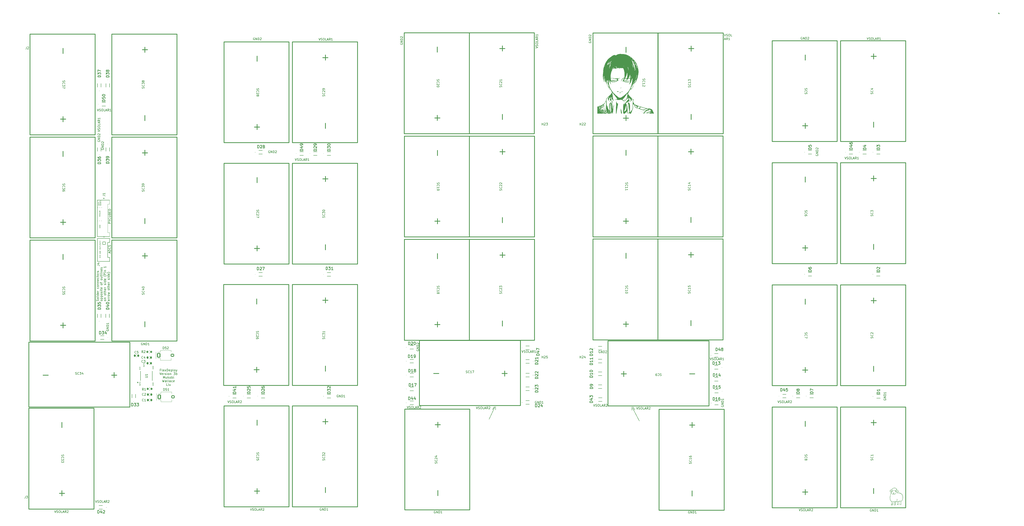
<source format=gto>
%TF.GenerationSoftware,KiCad,Pcbnew,9.0.1*%
%TF.CreationDate,2025-04-22T22:33:04-07:00*%
%TF.ProjectId,FlexDeploySidePanels,466c6578-4465-4706-9c6f-795369646550,3.3*%
%TF.SameCoordinates,Original*%
%TF.FileFunction,Legend,Top*%
%TF.FilePolarity,Positive*%
%FSLAX46Y46*%
G04 Gerber Fmt 4.6, Leading zero omitted, Abs format (unit mm)*
G04 Created by KiCad (PCBNEW 9.0.1) date 2025-04-22 22:33:04*
%MOMM*%
%LPD*%
G01*
G04 APERTURE LIST*
G04 Aperture macros list*
%AMRoundRect*
0 Rectangle with rounded corners*
0 $1 Rounding radius*
0 $2 $3 $4 $5 $6 $7 $8 $9 X,Y pos of 4 corners*
0 Add a 4 corners polygon primitive as box body*
4,1,4,$2,$3,$4,$5,$6,$7,$8,$9,$2,$3,0*
0 Add four circle primitives for the rounded corners*
1,1,$1+$1,$2,$3*
1,1,$1+$1,$4,$5*
1,1,$1+$1,$6,$7*
1,1,$1+$1,$8,$9*
0 Add four rect primitives between the rounded corners*
20,1,$1+$1,$2,$3,$4,$5,0*
20,1,$1+$1,$4,$5,$6,$7,0*
20,1,$1+$1,$6,$7,$8,$9,0*
20,1,$1+$1,$8,$9,$2,$3,0*%
G04 Aperture macros list end*
%ADD10C,0.200000*%
%ADD11C,0.150000*%
%ADD12C,0.000000*%
%ADD13C,0.100000*%
%ADD14C,0.125000*%
%ADD15C,0.254000*%
%ADD16C,0.300000*%
%ADD17C,0.120000*%
%ADD18C,0.152400*%
%ADD19C,0.273607*%
%ADD20C,0.127000*%
%ADD21R,0.850000X1.200000*%
%ADD22C,3.000000*%
%ADD23RoundRect,0.200000X0.200000X0.275000X-0.200000X0.275000X-0.200000X-0.275000X0.200000X-0.275000X0*%
%ADD24RoundRect,0.225000X0.225000X0.250000X-0.225000X0.250000X-0.225000X-0.250000X0.225000X-0.250000X0*%
%ADD25R,1.150000X1.150000*%
%ADD26C,1.150000*%
%ADD27C,2.600000*%
%ADD28C,3.800000*%
%ADD29R,1.200000X0.850000*%
%ADD30RoundRect,0.187500X0.562500X0.862500X-0.562500X0.862500X-0.562500X-0.862500X0.562500X-0.862500X0*%
%ADD31RoundRect,0.162500X0.587500X0.487500X-0.587500X0.487500X-0.587500X-0.487500X0.587500X-0.487500X0*%
%ADD32RoundRect,0.175000X0.525000X0.825000X-0.525000X0.825000X-0.525000X-0.825000X0.525000X-0.825000X0*%
%ADD33RoundRect,0.150000X0.550000X0.450000X-0.550000X0.450000X-0.550000X-0.450000X0.550000X-0.450000X0*%
%ADD34R,0.533400X1.460500*%
%ADD35RoundRect,0.225000X-0.225000X-0.250000X0.225000X-0.250000X0.225000X0.250000X-0.225000X0.250000X0*%
%ADD36RoundRect,0.076200X-0.575000X0.575000X-0.575000X-0.575000X0.575000X-0.575000X0.575000X0.575000X0*%
%ADD37C,1.302400*%
%ADD38C,2.100000*%
G04 APERTURE END LIST*
D10*
X126250000Y-177400000D02*
X126290000Y-177400000D01*
X127090000Y-177400000D02*
X127130000Y-177400000D01*
X127930000Y-177400000D02*
X127970000Y-177400000D01*
D11*
X300700000Y-271925000D02*
X303225000Y-266525000D01*
D12*
G36*
X527904943Y-90389774D02*
G01*
X527915454Y-90390999D01*
X527937535Y-90395839D01*
X527960856Y-90403780D01*
X527985212Y-90414717D01*
X528010394Y-90428548D01*
X528036197Y-90445170D01*
X528062414Y-90464479D01*
X528088837Y-90486372D01*
X528115261Y-90510745D01*
X528141478Y-90537496D01*
X528167282Y-90566521D01*
X528192466Y-90597716D01*
X528216823Y-90630979D01*
X528240146Y-90666206D01*
X528262230Y-90703294D01*
X528282866Y-90742139D01*
X528292272Y-90758670D01*
X528300658Y-90775169D01*
X528308036Y-90791603D01*
X528314420Y-90807941D01*
X528319822Y-90824149D01*
X528324255Y-90840196D01*
X528327733Y-90856048D01*
X528330267Y-90871675D01*
X528331872Y-90887043D01*
X528332559Y-90902121D01*
X528332342Y-90916876D01*
X528331234Y-90931275D01*
X528329248Y-90945287D01*
X528326396Y-90958879D01*
X528322691Y-90972018D01*
X528318146Y-90984673D01*
X528312775Y-90996812D01*
X528306590Y-91008401D01*
X528299604Y-91019409D01*
X528291830Y-91029803D01*
X528283281Y-91039552D01*
X528273969Y-91048622D01*
X528263908Y-91056981D01*
X528253111Y-91064598D01*
X528241590Y-91071440D01*
X528229358Y-91077474D01*
X528216429Y-91082668D01*
X528202815Y-91086991D01*
X528188529Y-91090409D01*
X528173584Y-91092890D01*
X528157993Y-91094403D01*
X528141768Y-91094914D01*
X528122030Y-91094403D01*
X528102525Y-91092890D01*
X528083279Y-91090409D01*
X528064316Y-91086991D01*
X528045664Y-91082668D01*
X528027348Y-91077474D01*
X528009393Y-91071440D01*
X527991826Y-91064598D01*
X527974673Y-91056981D01*
X527957959Y-91048622D01*
X527941710Y-91039552D01*
X527925953Y-91029803D01*
X527910712Y-91019409D01*
X527896013Y-91008401D01*
X527881883Y-90996812D01*
X527868348Y-90984673D01*
X527855433Y-90972018D01*
X527843163Y-90958879D01*
X527831566Y-90945287D01*
X527820666Y-90931275D01*
X527810490Y-90916876D01*
X527801063Y-90902121D01*
X527792411Y-90887043D01*
X527784560Y-90871675D01*
X527777536Y-90856048D01*
X527771365Y-90840196D01*
X527766072Y-90824149D01*
X527761684Y-90807941D01*
X527758226Y-90791603D01*
X527755724Y-90775169D01*
X527754204Y-90758670D01*
X527753691Y-90742139D01*
X527753896Y-90722503D01*
X527754501Y-90703294D01*
X527755494Y-90684524D01*
X527756861Y-90666206D01*
X527758590Y-90648353D01*
X527760668Y-90630979D01*
X527763082Y-90614096D01*
X527765819Y-90597716D01*
X527768865Y-90581853D01*
X527772210Y-90566521D01*
X527775838Y-90551731D01*
X527779738Y-90537496D01*
X527783896Y-90523830D01*
X527788299Y-90510745D01*
X527792935Y-90498255D01*
X527797791Y-90486372D01*
X527802854Y-90475109D01*
X527808110Y-90464479D01*
X527813548Y-90454495D01*
X527819153Y-90445170D01*
X527824913Y-90436517D01*
X527830816Y-90428548D01*
X527836848Y-90421278D01*
X527842996Y-90414717D01*
X527849248Y-90408880D01*
X527855590Y-90403780D01*
X527862010Y-90399428D01*
X527868494Y-90395839D01*
X527875030Y-90393025D01*
X527881605Y-90390999D01*
X527888206Y-90389774D01*
X527894820Y-90389363D01*
X527904943Y-90389774D01*
G37*
D13*
X152146000Y-241808000D02*
X152146000Y-244856000D01*
D11*
X367650000Y-272700000D02*
X364625000Y-266850000D01*
D13*
X152400000Y-260350000D02*
X152400000Y-263398000D01*
D10*
X126175000Y-183350000D02*
X126215000Y-183350000D01*
X127015000Y-183350000D02*
X127055000Y-183350000D01*
X127855000Y-183350000D02*
X127895000Y-183350000D01*
D11*
X399193922Y-244494819D02*
X399527255Y-245494819D01*
X399527255Y-245494819D02*
X399860588Y-244494819D01*
X400146303Y-245447200D02*
X400289160Y-245494819D01*
X400289160Y-245494819D02*
X400527255Y-245494819D01*
X400527255Y-245494819D02*
X400622493Y-245447200D01*
X400622493Y-245447200D02*
X400670112Y-245399580D01*
X400670112Y-245399580D02*
X400717731Y-245304342D01*
X400717731Y-245304342D02*
X400717731Y-245209104D01*
X400717731Y-245209104D02*
X400670112Y-245113866D01*
X400670112Y-245113866D02*
X400622493Y-245066247D01*
X400622493Y-245066247D02*
X400527255Y-245018628D01*
X400527255Y-245018628D02*
X400336779Y-244971009D01*
X400336779Y-244971009D02*
X400241541Y-244923390D01*
X400241541Y-244923390D02*
X400193922Y-244875771D01*
X400193922Y-244875771D02*
X400146303Y-244780533D01*
X400146303Y-244780533D02*
X400146303Y-244685295D01*
X400146303Y-244685295D02*
X400193922Y-244590057D01*
X400193922Y-244590057D02*
X400241541Y-244542438D01*
X400241541Y-244542438D02*
X400336779Y-244494819D01*
X400336779Y-244494819D02*
X400574874Y-244494819D01*
X400574874Y-244494819D02*
X400717731Y-244542438D01*
X401336779Y-244494819D02*
X401527255Y-244494819D01*
X401527255Y-244494819D02*
X401622493Y-244542438D01*
X401622493Y-244542438D02*
X401717731Y-244637676D01*
X401717731Y-244637676D02*
X401765350Y-244828152D01*
X401765350Y-244828152D02*
X401765350Y-245161485D01*
X401765350Y-245161485D02*
X401717731Y-245351961D01*
X401717731Y-245351961D02*
X401622493Y-245447200D01*
X401622493Y-245447200D02*
X401527255Y-245494819D01*
X401527255Y-245494819D02*
X401336779Y-245494819D01*
X401336779Y-245494819D02*
X401241541Y-245447200D01*
X401241541Y-245447200D02*
X401146303Y-245351961D01*
X401146303Y-245351961D02*
X401098684Y-245161485D01*
X401098684Y-245161485D02*
X401098684Y-244828152D01*
X401098684Y-244828152D02*
X401146303Y-244637676D01*
X401146303Y-244637676D02*
X401241541Y-244542438D01*
X401241541Y-244542438D02*
X401336779Y-244494819D01*
X402670112Y-245494819D02*
X402193922Y-245494819D01*
X402193922Y-245494819D02*
X402193922Y-244494819D01*
X402955827Y-245209104D02*
X403432017Y-245209104D01*
X402860589Y-245494819D02*
X403193922Y-244494819D01*
X403193922Y-244494819D02*
X403527255Y-245494819D01*
X404432017Y-245494819D02*
X404098684Y-245018628D01*
X403860589Y-245494819D02*
X403860589Y-244494819D01*
X403860589Y-244494819D02*
X404241541Y-244494819D01*
X404241541Y-244494819D02*
X404336779Y-244542438D01*
X404336779Y-244542438D02*
X404384398Y-244590057D01*
X404384398Y-244590057D02*
X404432017Y-244685295D01*
X404432017Y-244685295D02*
X404432017Y-244828152D01*
X404432017Y-244828152D02*
X404384398Y-244923390D01*
X404384398Y-244923390D02*
X404336779Y-244971009D01*
X404336779Y-244971009D02*
X404241541Y-245018628D01*
X404241541Y-245018628D02*
X403860589Y-245018628D01*
X405384398Y-245494819D02*
X404812970Y-245494819D01*
X405098684Y-245494819D02*
X405098684Y-244494819D01*
X405098684Y-244494819D02*
X405003446Y-244637676D01*
X405003446Y-244637676D02*
X404908208Y-244732914D01*
X404908208Y-244732914D02*
X404812970Y-244780533D01*
X404292438Y-265789411D02*
X404244819Y-265884649D01*
X404244819Y-265884649D02*
X404244819Y-266027506D01*
X404244819Y-266027506D02*
X404292438Y-266170363D01*
X404292438Y-266170363D02*
X404387676Y-266265601D01*
X404387676Y-266265601D02*
X404482914Y-266313220D01*
X404482914Y-266313220D02*
X404673390Y-266360839D01*
X404673390Y-266360839D02*
X404816247Y-266360839D01*
X404816247Y-266360839D02*
X405006723Y-266313220D01*
X405006723Y-266313220D02*
X405101961Y-266265601D01*
X405101961Y-266265601D02*
X405197200Y-266170363D01*
X405197200Y-266170363D02*
X405244819Y-266027506D01*
X405244819Y-266027506D02*
X405244819Y-265932268D01*
X405244819Y-265932268D02*
X405197200Y-265789411D01*
X405197200Y-265789411D02*
X405149580Y-265741792D01*
X405149580Y-265741792D02*
X404816247Y-265741792D01*
X404816247Y-265741792D02*
X404816247Y-265932268D01*
X405244819Y-265313220D02*
X404244819Y-265313220D01*
X404244819Y-265313220D02*
X405244819Y-264741792D01*
X405244819Y-264741792D02*
X404244819Y-264741792D01*
X405244819Y-264265601D02*
X404244819Y-264265601D01*
X404244819Y-264265601D02*
X404244819Y-264027506D01*
X404244819Y-264027506D02*
X404292438Y-263884649D01*
X404292438Y-263884649D02*
X404387676Y-263789411D01*
X404387676Y-263789411D02*
X404482914Y-263741792D01*
X404482914Y-263741792D02*
X404673390Y-263694173D01*
X404673390Y-263694173D02*
X404816247Y-263694173D01*
X404816247Y-263694173D02*
X405006723Y-263741792D01*
X405006723Y-263741792D02*
X405101961Y-263789411D01*
X405101961Y-263789411D02*
X405197200Y-263884649D01*
X405197200Y-263884649D02*
X405244819Y-264027506D01*
X405244819Y-264027506D02*
X405244819Y-264265601D01*
X405244819Y-262741792D02*
X405244819Y-263313220D01*
X405244819Y-263027506D02*
X404244819Y-263027506D01*
X404244819Y-263027506D02*
X404387676Y-263122744D01*
X404387676Y-263122744D02*
X404482914Y-263217982D01*
X404482914Y-263217982D02*
X404530533Y-263313220D01*
X469168922Y-101519819D02*
X469502255Y-102519819D01*
X469502255Y-102519819D02*
X469835588Y-101519819D01*
X470121303Y-102472200D02*
X470264160Y-102519819D01*
X470264160Y-102519819D02*
X470502255Y-102519819D01*
X470502255Y-102519819D02*
X470597493Y-102472200D01*
X470597493Y-102472200D02*
X470645112Y-102424580D01*
X470645112Y-102424580D02*
X470692731Y-102329342D01*
X470692731Y-102329342D02*
X470692731Y-102234104D01*
X470692731Y-102234104D02*
X470645112Y-102138866D01*
X470645112Y-102138866D02*
X470597493Y-102091247D01*
X470597493Y-102091247D02*
X470502255Y-102043628D01*
X470502255Y-102043628D02*
X470311779Y-101996009D01*
X470311779Y-101996009D02*
X470216541Y-101948390D01*
X470216541Y-101948390D02*
X470168922Y-101900771D01*
X470168922Y-101900771D02*
X470121303Y-101805533D01*
X470121303Y-101805533D02*
X470121303Y-101710295D01*
X470121303Y-101710295D02*
X470168922Y-101615057D01*
X470168922Y-101615057D02*
X470216541Y-101567438D01*
X470216541Y-101567438D02*
X470311779Y-101519819D01*
X470311779Y-101519819D02*
X470549874Y-101519819D01*
X470549874Y-101519819D02*
X470692731Y-101567438D01*
X471311779Y-101519819D02*
X471502255Y-101519819D01*
X471502255Y-101519819D02*
X471597493Y-101567438D01*
X471597493Y-101567438D02*
X471692731Y-101662676D01*
X471692731Y-101662676D02*
X471740350Y-101853152D01*
X471740350Y-101853152D02*
X471740350Y-102186485D01*
X471740350Y-102186485D02*
X471692731Y-102376961D01*
X471692731Y-102376961D02*
X471597493Y-102472200D01*
X471597493Y-102472200D02*
X471502255Y-102519819D01*
X471502255Y-102519819D02*
X471311779Y-102519819D01*
X471311779Y-102519819D02*
X471216541Y-102472200D01*
X471216541Y-102472200D02*
X471121303Y-102376961D01*
X471121303Y-102376961D02*
X471073684Y-102186485D01*
X471073684Y-102186485D02*
X471073684Y-101853152D01*
X471073684Y-101853152D02*
X471121303Y-101662676D01*
X471121303Y-101662676D02*
X471216541Y-101567438D01*
X471216541Y-101567438D02*
X471311779Y-101519819D01*
X472645112Y-102519819D02*
X472168922Y-102519819D01*
X472168922Y-102519819D02*
X472168922Y-101519819D01*
X472930827Y-102234104D02*
X473407017Y-102234104D01*
X472835589Y-102519819D02*
X473168922Y-101519819D01*
X473168922Y-101519819D02*
X473502255Y-102519819D01*
X474407017Y-102519819D02*
X474073684Y-102043628D01*
X473835589Y-102519819D02*
X473835589Y-101519819D01*
X473835589Y-101519819D02*
X474216541Y-101519819D01*
X474216541Y-101519819D02*
X474311779Y-101567438D01*
X474311779Y-101567438D02*
X474359398Y-101615057D01*
X474359398Y-101615057D02*
X474407017Y-101710295D01*
X474407017Y-101710295D02*
X474407017Y-101853152D01*
X474407017Y-101853152D02*
X474359398Y-101948390D01*
X474359398Y-101948390D02*
X474311779Y-101996009D01*
X474311779Y-101996009D02*
X474216541Y-102043628D01*
X474216541Y-102043628D02*
X473835589Y-102043628D01*
X475359398Y-102519819D02*
X474787970Y-102519819D01*
X475073684Y-102519819D02*
X475073684Y-101519819D01*
X475073684Y-101519819D02*
X474978446Y-101662676D01*
X474978446Y-101662676D02*
X474883208Y-101757914D01*
X474883208Y-101757914D02*
X474787970Y-101805533D01*
X130117438Y-231964411D02*
X130069819Y-232059649D01*
X130069819Y-232059649D02*
X130069819Y-232202506D01*
X130069819Y-232202506D02*
X130117438Y-232345363D01*
X130117438Y-232345363D02*
X130212676Y-232440601D01*
X130212676Y-232440601D02*
X130307914Y-232488220D01*
X130307914Y-232488220D02*
X130498390Y-232535839D01*
X130498390Y-232535839D02*
X130641247Y-232535839D01*
X130641247Y-232535839D02*
X130831723Y-232488220D01*
X130831723Y-232488220D02*
X130926961Y-232440601D01*
X130926961Y-232440601D02*
X131022200Y-232345363D01*
X131022200Y-232345363D02*
X131069819Y-232202506D01*
X131069819Y-232202506D02*
X131069819Y-232107268D01*
X131069819Y-232107268D02*
X131022200Y-231964411D01*
X131022200Y-231964411D02*
X130974580Y-231916792D01*
X130974580Y-231916792D02*
X130641247Y-231916792D01*
X130641247Y-231916792D02*
X130641247Y-232107268D01*
X131069819Y-231488220D02*
X130069819Y-231488220D01*
X130069819Y-231488220D02*
X131069819Y-230916792D01*
X131069819Y-230916792D02*
X130069819Y-230916792D01*
X131069819Y-230440601D02*
X130069819Y-230440601D01*
X130069819Y-230440601D02*
X130069819Y-230202506D01*
X130069819Y-230202506D02*
X130117438Y-230059649D01*
X130117438Y-230059649D02*
X130212676Y-229964411D01*
X130212676Y-229964411D02*
X130307914Y-229916792D01*
X130307914Y-229916792D02*
X130498390Y-229869173D01*
X130498390Y-229869173D02*
X130641247Y-229869173D01*
X130641247Y-229869173D02*
X130831723Y-229916792D01*
X130831723Y-229916792D02*
X130926961Y-229964411D01*
X130926961Y-229964411D02*
X131022200Y-230059649D01*
X131022200Y-230059649D02*
X131069819Y-230202506D01*
X131069819Y-230202506D02*
X131069819Y-230440601D01*
X131069819Y-228916792D02*
X131069819Y-229488220D01*
X131069819Y-229202506D02*
X130069819Y-229202506D01*
X130069819Y-229202506D02*
X130212676Y-229297744D01*
X130212676Y-229297744D02*
X130307914Y-229392982D01*
X130307914Y-229392982D02*
X130355533Y-229488220D01*
D14*
X144720309Y-249782335D02*
X144720309Y-249472811D01*
X144720309Y-249472811D02*
X144910785Y-249639478D01*
X144910785Y-249639478D02*
X144910785Y-249568049D01*
X144910785Y-249568049D02*
X144934595Y-249520430D01*
X144934595Y-249520430D02*
X144958404Y-249496621D01*
X144958404Y-249496621D02*
X145006023Y-249472811D01*
X145006023Y-249472811D02*
X145125071Y-249472811D01*
X145125071Y-249472811D02*
X145172690Y-249496621D01*
X145172690Y-249496621D02*
X145196500Y-249520430D01*
X145196500Y-249520430D02*
X145220309Y-249568049D01*
X145220309Y-249568049D02*
X145220309Y-249710906D01*
X145220309Y-249710906D02*
X145196500Y-249758525D01*
X145196500Y-249758525D02*
X145172690Y-249782335D01*
X144720309Y-249329954D02*
X145220309Y-249163288D01*
X145220309Y-249163288D02*
X144720309Y-248996621D01*
X144720309Y-248877574D02*
X144720309Y-248568050D01*
X144720309Y-248568050D02*
X144910785Y-248734717D01*
X144910785Y-248734717D02*
X144910785Y-248663288D01*
X144910785Y-248663288D02*
X144934595Y-248615669D01*
X144934595Y-248615669D02*
X144958404Y-248591860D01*
X144958404Y-248591860D02*
X145006023Y-248568050D01*
X145006023Y-248568050D02*
X145125071Y-248568050D01*
X145125071Y-248568050D02*
X145172690Y-248591860D01*
X145172690Y-248591860D02*
X145196500Y-248615669D01*
X145196500Y-248615669D02*
X145220309Y-248663288D01*
X145220309Y-248663288D02*
X145220309Y-248806145D01*
X145220309Y-248806145D02*
X145196500Y-248853764D01*
X145196500Y-248853764D02*
X145172690Y-248877574D01*
D11*
X345267438Y-103339411D02*
X345219819Y-103434649D01*
X345219819Y-103434649D02*
X345219819Y-103577506D01*
X345219819Y-103577506D02*
X345267438Y-103720363D01*
X345267438Y-103720363D02*
X345362676Y-103815601D01*
X345362676Y-103815601D02*
X345457914Y-103863220D01*
X345457914Y-103863220D02*
X345648390Y-103910839D01*
X345648390Y-103910839D02*
X345791247Y-103910839D01*
X345791247Y-103910839D02*
X345981723Y-103863220D01*
X345981723Y-103863220D02*
X346076961Y-103815601D01*
X346076961Y-103815601D02*
X346172200Y-103720363D01*
X346172200Y-103720363D02*
X346219819Y-103577506D01*
X346219819Y-103577506D02*
X346219819Y-103482268D01*
X346219819Y-103482268D02*
X346172200Y-103339411D01*
X346172200Y-103339411D02*
X346124580Y-103291792D01*
X346124580Y-103291792D02*
X345791247Y-103291792D01*
X345791247Y-103291792D02*
X345791247Y-103482268D01*
X346219819Y-102863220D02*
X345219819Y-102863220D01*
X345219819Y-102863220D02*
X346219819Y-102291792D01*
X346219819Y-102291792D02*
X345219819Y-102291792D01*
X346219819Y-101815601D02*
X345219819Y-101815601D01*
X345219819Y-101815601D02*
X345219819Y-101577506D01*
X345219819Y-101577506D02*
X345267438Y-101434649D01*
X345267438Y-101434649D02*
X345362676Y-101339411D01*
X345362676Y-101339411D02*
X345457914Y-101291792D01*
X345457914Y-101291792D02*
X345648390Y-101244173D01*
X345648390Y-101244173D02*
X345791247Y-101244173D01*
X345791247Y-101244173D02*
X345981723Y-101291792D01*
X345981723Y-101291792D02*
X346076961Y-101339411D01*
X346076961Y-101339411D02*
X346172200Y-101434649D01*
X346172200Y-101434649D02*
X346219819Y-101577506D01*
X346219819Y-101577506D02*
X346219819Y-101815601D01*
X345315057Y-100863220D02*
X345267438Y-100815601D01*
X345267438Y-100815601D02*
X345219819Y-100720363D01*
X345219819Y-100720363D02*
X345219819Y-100482268D01*
X345219819Y-100482268D02*
X345267438Y-100387030D01*
X345267438Y-100387030D02*
X345315057Y-100339411D01*
X345315057Y-100339411D02*
X345410295Y-100291792D01*
X345410295Y-100291792D02*
X345505533Y-100291792D01*
X345505533Y-100291792D02*
X345648390Y-100339411D01*
X345648390Y-100339411D02*
X346219819Y-100910839D01*
X346219819Y-100910839D02*
X346219819Y-100291792D01*
X126267438Y-147464411D02*
X126219819Y-147559649D01*
X126219819Y-147559649D02*
X126219819Y-147702506D01*
X126219819Y-147702506D02*
X126267438Y-147845363D01*
X126267438Y-147845363D02*
X126362676Y-147940601D01*
X126362676Y-147940601D02*
X126457914Y-147988220D01*
X126457914Y-147988220D02*
X126648390Y-148035839D01*
X126648390Y-148035839D02*
X126791247Y-148035839D01*
X126791247Y-148035839D02*
X126981723Y-147988220D01*
X126981723Y-147988220D02*
X127076961Y-147940601D01*
X127076961Y-147940601D02*
X127172200Y-147845363D01*
X127172200Y-147845363D02*
X127219819Y-147702506D01*
X127219819Y-147702506D02*
X127219819Y-147607268D01*
X127219819Y-147607268D02*
X127172200Y-147464411D01*
X127172200Y-147464411D02*
X127124580Y-147416792D01*
X127124580Y-147416792D02*
X126791247Y-147416792D01*
X126791247Y-147416792D02*
X126791247Y-147607268D01*
X127219819Y-146988220D02*
X126219819Y-146988220D01*
X126219819Y-146988220D02*
X127219819Y-146416792D01*
X127219819Y-146416792D02*
X126219819Y-146416792D01*
X127219819Y-145940601D02*
X126219819Y-145940601D01*
X126219819Y-145940601D02*
X126219819Y-145702506D01*
X126219819Y-145702506D02*
X126267438Y-145559649D01*
X126267438Y-145559649D02*
X126362676Y-145464411D01*
X126362676Y-145464411D02*
X126457914Y-145416792D01*
X126457914Y-145416792D02*
X126648390Y-145369173D01*
X126648390Y-145369173D02*
X126791247Y-145369173D01*
X126791247Y-145369173D02*
X126981723Y-145416792D01*
X126981723Y-145416792D02*
X127076961Y-145464411D01*
X127076961Y-145464411D02*
X127172200Y-145559649D01*
X127172200Y-145559649D02*
X127219819Y-145702506D01*
X127219819Y-145702506D02*
X127219819Y-145940601D01*
X126315057Y-144988220D02*
X126267438Y-144940601D01*
X126267438Y-144940601D02*
X126219819Y-144845363D01*
X126219819Y-144845363D02*
X126219819Y-144607268D01*
X126219819Y-144607268D02*
X126267438Y-144512030D01*
X126267438Y-144512030D02*
X126315057Y-144464411D01*
X126315057Y-144464411D02*
X126410295Y-144416792D01*
X126410295Y-144416792D02*
X126505533Y-144416792D01*
X126505533Y-144416792D02*
X126648390Y-144464411D01*
X126648390Y-144464411D02*
X127219819Y-145035839D01*
X127219819Y-145035839D02*
X127219819Y-144416792D01*
X476742438Y-262864411D02*
X476694819Y-262959649D01*
X476694819Y-262959649D02*
X476694819Y-263102506D01*
X476694819Y-263102506D02*
X476742438Y-263245363D01*
X476742438Y-263245363D02*
X476837676Y-263340601D01*
X476837676Y-263340601D02*
X476932914Y-263388220D01*
X476932914Y-263388220D02*
X477123390Y-263435839D01*
X477123390Y-263435839D02*
X477266247Y-263435839D01*
X477266247Y-263435839D02*
X477456723Y-263388220D01*
X477456723Y-263388220D02*
X477551961Y-263340601D01*
X477551961Y-263340601D02*
X477647200Y-263245363D01*
X477647200Y-263245363D02*
X477694819Y-263102506D01*
X477694819Y-263102506D02*
X477694819Y-263007268D01*
X477694819Y-263007268D02*
X477647200Y-262864411D01*
X477647200Y-262864411D02*
X477599580Y-262816792D01*
X477599580Y-262816792D02*
X477266247Y-262816792D01*
X477266247Y-262816792D02*
X477266247Y-263007268D01*
X477694819Y-262388220D02*
X476694819Y-262388220D01*
X476694819Y-262388220D02*
X477694819Y-261816792D01*
X477694819Y-261816792D02*
X476694819Y-261816792D01*
X477694819Y-261340601D02*
X476694819Y-261340601D01*
X476694819Y-261340601D02*
X476694819Y-261102506D01*
X476694819Y-261102506D02*
X476742438Y-260959649D01*
X476742438Y-260959649D02*
X476837676Y-260864411D01*
X476837676Y-260864411D02*
X476932914Y-260816792D01*
X476932914Y-260816792D02*
X477123390Y-260769173D01*
X477123390Y-260769173D02*
X477266247Y-260769173D01*
X477266247Y-260769173D02*
X477456723Y-260816792D01*
X477456723Y-260816792D02*
X477551961Y-260864411D01*
X477551961Y-260864411D02*
X477647200Y-260959649D01*
X477647200Y-260959649D02*
X477694819Y-261102506D01*
X477694819Y-261102506D02*
X477694819Y-261340601D01*
X477694819Y-259816792D02*
X477694819Y-260388220D01*
X477694819Y-260102506D02*
X476694819Y-260102506D01*
X476694819Y-260102506D02*
X476837676Y-260197744D01*
X476837676Y-260197744D02*
X476932914Y-260292982D01*
X476932914Y-260292982D02*
X476980533Y-260388220D01*
X233385588Y-261092438D02*
X233290350Y-261044819D01*
X233290350Y-261044819D02*
X233147493Y-261044819D01*
X233147493Y-261044819D02*
X233004636Y-261092438D01*
X233004636Y-261092438D02*
X232909398Y-261187676D01*
X232909398Y-261187676D02*
X232861779Y-261282914D01*
X232861779Y-261282914D02*
X232814160Y-261473390D01*
X232814160Y-261473390D02*
X232814160Y-261616247D01*
X232814160Y-261616247D02*
X232861779Y-261806723D01*
X232861779Y-261806723D02*
X232909398Y-261901961D01*
X232909398Y-261901961D02*
X233004636Y-261997200D01*
X233004636Y-261997200D02*
X233147493Y-262044819D01*
X233147493Y-262044819D02*
X233242731Y-262044819D01*
X233242731Y-262044819D02*
X233385588Y-261997200D01*
X233385588Y-261997200D02*
X233433207Y-261949580D01*
X233433207Y-261949580D02*
X233433207Y-261616247D01*
X233433207Y-261616247D02*
X233242731Y-261616247D01*
X233861779Y-262044819D02*
X233861779Y-261044819D01*
X233861779Y-261044819D02*
X234433207Y-262044819D01*
X234433207Y-262044819D02*
X234433207Y-261044819D01*
X234909398Y-262044819D02*
X234909398Y-261044819D01*
X234909398Y-261044819D02*
X235147493Y-261044819D01*
X235147493Y-261044819D02*
X235290350Y-261092438D01*
X235290350Y-261092438D02*
X235385588Y-261187676D01*
X235385588Y-261187676D02*
X235433207Y-261282914D01*
X235433207Y-261282914D02*
X235480826Y-261473390D01*
X235480826Y-261473390D02*
X235480826Y-261616247D01*
X235480826Y-261616247D02*
X235433207Y-261806723D01*
X235433207Y-261806723D02*
X235385588Y-261901961D01*
X235385588Y-261901961D02*
X235290350Y-261997200D01*
X235290350Y-261997200D02*
X235147493Y-262044819D01*
X235147493Y-262044819D02*
X234909398Y-262044819D01*
X236433207Y-262044819D02*
X235861779Y-262044819D01*
X236147493Y-262044819D02*
X236147493Y-261044819D01*
X236147493Y-261044819D02*
X236052255Y-261187676D01*
X236052255Y-261187676D02*
X235957017Y-261282914D01*
X235957017Y-261282914D02*
X235861779Y-261330533D01*
X194193922Y-311669819D02*
X194527255Y-312669819D01*
X194527255Y-312669819D02*
X194860588Y-311669819D01*
X195146303Y-312622200D02*
X195289160Y-312669819D01*
X195289160Y-312669819D02*
X195527255Y-312669819D01*
X195527255Y-312669819D02*
X195622493Y-312622200D01*
X195622493Y-312622200D02*
X195670112Y-312574580D01*
X195670112Y-312574580D02*
X195717731Y-312479342D01*
X195717731Y-312479342D02*
X195717731Y-312384104D01*
X195717731Y-312384104D02*
X195670112Y-312288866D01*
X195670112Y-312288866D02*
X195622493Y-312241247D01*
X195622493Y-312241247D02*
X195527255Y-312193628D01*
X195527255Y-312193628D02*
X195336779Y-312146009D01*
X195336779Y-312146009D02*
X195241541Y-312098390D01*
X195241541Y-312098390D02*
X195193922Y-312050771D01*
X195193922Y-312050771D02*
X195146303Y-311955533D01*
X195146303Y-311955533D02*
X195146303Y-311860295D01*
X195146303Y-311860295D02*
X195193922Y-311765057D01*
X195193922Y-311765057D02*
X195241541Y-311717438D01*
X195241541Y-311717438D02*
X195336779Y-311669819D01*
X195336779Y-311669819D02*
X195574874Y-311669819D01*
X195574874Y-311669819D02*
X195717731Y-311717438D01*
X196336779Y-311669819D02*
X196527255Y-311669819D01*
X196527255Y-311669819D02*
X196622493Y-311717438D01*
X196622493Y-311717438D02*
X196717731Y-311812676D01*
X196717731Y-311812676D02*
X196765350Y-312003152D01*
X196765350Y-312003152D02*
X196765350Y-312336485D01*
X196765350Y-312336485D02*
X196717731Y-312526961D01*
X196717731Y-312526961D02*
X196622493Y-312622200D01*
X196622493Y-312622200D02*
X196527255Y-312669819D01*
X196527255Y-312669819D02*
X196336779Y-312669819D01*
X196336779Y-312669819D02*
X196241541Y-312622200D01*
X196241541Y-312622200D02*
X196146303Y-312526961D01*
X196146303Y-312526961D02*
X196098684Y-312336485D01*
X196098684Y-312336485D02*
X196098684Y-312003152D01*
X196098684Y-312003152D02*
X196146303Y-311812676D01*
X196146303Y-311812676D02*
X196241541Y-311717438D01*
X196241541Y-311717438D02*
X196336779Y-311669819D01*
X197670112Y-312669819D02*
X197193922Y-312669819D01*
X197193922Y-312669819D02*
X197193922Y-311669819D01*
X197955827Y-312384104D02*
X198432017Y-312384104D01*
X197860589Y-312669819D02*
X198193922Y-311669819D01*
X198193922Y-311669819D02*
X198527255Y-312669819D01*
X199432017Y-312669819D02*
X199098684Y-312193628D01*
X198860589Y-312669819D02*
X198860589Y-311669819D01*
X198860589Y-311669819D02*
X199241541Y-311669819D01*
X199241541Y-311669819D02*
X199336779Y-311717438D01*
X199336779Y-311717438D02*
X199384398Y-311765057D01*
X199384398Y-311765057D02*
X199432017Y-311860295D01*
X199432017Y-311860295D02*
X199432017Y-312003152D01*
X199432017Y-312003152D02*
X199384398Y-312098390D01*
X199384398Y-312098390D02*
X199336779Y-312146009D01*
X199336779Y-312146009D02*
X199241541Y-312193628D01*
X199241541Y-312193628D02*
X198860589Y-312193628D01*
X199812970Y-311765057D02*
X199860589Y-311717438D01*
X199860589Y-311717438D02*
X199955827Y-311669819D01*
X199955827Y-311669819D02*
X200193922Y-311669819D01*
X200193922Y-311669819D02*
X200289160Y-311717438D01*
X200289160Y-311717438D02*
X200336779Y-311765057D01*
X200336779Y-311765057D02*
X200384398Y-311860295D01*
X200384398Y-311860295D02*
X200384398Y-311955533D01*
X200384398Y-311955533D02*
X200336779Y-312098390D01*
X200336779Y-312098390D02*
X199765351Y-312669819D01*
X199765351Y-312669819D02*
X200384398Y-312669819D01*
D14*
X126964119Y-197790811D02*
X126940309Y-197838430D01*
X126940309Y-197838430D02*
X126940309Y-197909859D01*
X126940309Y-197909859D02*
X126964119Y-197981287D01*
X126964119Y-197981287D02*
X127011738Y-198028906D01*
X127011738Y-198028906D02*
X127059357Y-198052716D01*
X127059357Y-198052716D02*
X127154595Y-198076525D01*
X127154595Y-198076525D02*
X127226023Y-198076525D01*
X127226023Y-198076525D02*
X127321261Y-198052716D01*
X127321261Y-198052716D02*
X127368880Y-198028906D01*
X127368880Y-198028906D02*
X127416500Y-197981287D01*
X127416500Y-197981287D02*
X127440309Y-197909859D01*
X127440309Y-197909859D02*
X127440309Y-197862240D01*
X127440309Y-197862240D02*
X127416500Y-197790811D01*
X127416500Y-197790811D02*
X127392690Y-197767002D01*
X127392690Y-197767002D02*
X127226023Y-197767002D01*
X127226023Y-197767002D02*
X127226023Y-197862240D01*
X127440309Y-197552716D02*
X126940309Y-197552716D01*
X126940309Y-197552716D02*
X127440309Y-197267002D01*
X127440309Y-197267002D02*
X126940309Y-197267002D01*
X127440309Y-197028906D02*
X126940309Y-197028906D01*
X126940309Y-197028906D02*
X126940309Y-196909858D01*
X126940309Y-196909858D02*
X126964119Y-196838430D01*
X126964119Y-196838430D02*
X127011738Y-196790811D01*
X127011738Y-196790811D02*
X127059357Y-196767001D01*
X127059357Y-196767001D02*
X127154595Y-196743192D01*
X127154595Y-196743192D02*
X127226023Y-196743192D01*
X127226023Y-196743192D02*
X127321261Y-196767001D01*
X127321261Y-196767001D02*
X127368880Y-196790811D01*
X127368880Y-196790811D02*
X127416500Y-196838430D01*
X127416500Y-196838430D02*
X127440309Y-196909858D01*
X127440309Y-196909858D02*
X127440309Y-197028906D01*
D11*
X321810588Y-263892438D02*
X321715350Y-263844819D01*
X321715350Y-263844819D02*
X321572493Y-263844819D01*
X321572493Y-263844819D02*
X321429636Y-263892438D01*
X321429636Y-263892438D02*
X321334398Y-263987676D01*
X321334398Y-263987676D02*
X321286779Y-264082914D01*
X321286779Y-264082914D02*
X321239160Y-264273390D01*
X321239160Y-264273390D02*
X321239160Y-264416247D01*
X321239160Y-264416247D02*
X321286779Y-264606723D01*
X321286779Y-264606723D02*
X321334398Y-264701961D01*
X321334398Y-264701961D02*
X321429636Y-264797200D01*
X321429636Y-264797200D02*
X321572493Y-264844819D01*
X321572493Y-264844819D02*
X321667731Y-264844819D01*
X321667731Y-264844819D02*
X321810588Y-264797200D01*
X321810588Y-264797200D02*
X321858207Y-264749580D01*
X321858207Y-264749580D02*
X321858207Y-264416247D01*
X321858207Y-264416247D02*
X321667731Y-264416247D01*
X322286779Y-264844819D02*
X322286779Y-263844819D01*
X322286779Y-263844819D02*
X322858207Y-264844819D01*
X322858207Y-264844819D02*
X322858207Y-263844819D01*
X323334398Y-264844819D02*
X323334398Y-263844819D01*
X323334398Y-263844819D02*
X323572493Y-263844819D01*
X323572493Y-263844819D02*
X323715350Y-263892438D01*
X323715350Y-263892438D02*
X323810588Y-263987676D01*
X323810588Y-263987676D02*
X323858207Y-264082914D01*
X323858207Y-264082914D02*
X323905826Y-264273390D01*
X323905826Y-264273390D02*
X323905826Y-264416247D01*
X323905826Y-264416247D02*
X323858207Y-264606723D01*
X323858207Y-264606723D02*
X323810588Y-264701961D01*
X323810588Y-264701961D02*
X323715350Y-264797200D01*
X323715350Y-264797200D02*
X323572493Y-264844819D01*
X323572493Y-264844819D02*
X323334398Y-264844819D01*
X324858207Y-264844819D02*
X324286779Y-264844819D01*
X324572493Y-264844819D02*
X324572493Y-263844819D01*
X324572493Y-263844819D02*
X324477255Y-263987676D01*
X324477255Y-263987676D02*
X324382017Y-264082914D01*
X324382017Y-264082914D02*
X324286779Y-264130533D01*
D14*
X126881119Y-186211811D02*
X126857309Y-186259430D01*
X126857309Y-186259430D02*
X126857309Y-186330859D01*
X126857309Y-186330859D02*
X126881119Y-186402287D01*
X126881119Y-186402287D02*
X126928738Y-186449906D01*
X126928738Y-186449906D02*
X126976357Y-186473716D01*
X126976357Y-186473716D02*
X127071595Y-186497525D01*
X127071595Y-186497525D02*
X127143023Y-186497525D01*
X127143023Y-186497525D02*
X127238261Y-186473716D01*
X127238261Y-186473716D02*
X127285880Y-186449906D01*
X127285880Y-186449906D02*
X127333500Y-186402287D01*
X127333500Y-186402287D02*
X127357309Y-186330859D01*
X127357309Y-186330859D02*
X127357309Y-186283240D01*
X127357309Y-186283240D02*
X127333500Y-186211811D01*
X127333500Y-186211811D02*
X127309690Y-186188002D01*
X127309690Y-186188002D02*
X127143023Y-186188002D01*
X127143023Y-186188002D02*
X127143023Y-186283240D01*
X127357309Y-185973716D02*
X126857309Y-185973716D01*
X126857309Y-185973716D02*
X127357309Y-185688002D01*
X127357309Y-185688002D02*
X126857309Y-185688002D01*
X127357309Y-185449906D02*
X126857309Y-185449906D01*
X126857309Y-185449906D02*
X126857309Y-185330858D01*
X126857309Y-185330858D02*
X126881119Y-185259430D01*
X126881119Y-185259430D02*
X126928738Y-185211811D01*
X126928738Y-185211811D02*
X126976357Y-185188001D01*
X126976357Y-185188001D02*
X127071595Y-185164192D01*
X127071595Y-185164192D02*
X127143023Y-185164192D01*
X127143023Y-185164192D02*
X127238261Y-185188001D01*
X127238261Y-185188001D02*
X127285880Y-185211811D01*
X127285880Y-185211811D02*
X127333500Y-185259430D01*
X127333500Y-185259430D02*
X127357309Y-185330858D01*
X127357309Y-185330858D02*
X127357309Y-185449906D01*
D11*
X438868922Y-311894819D02*
X439202255Y-312894819D01*
X439202255Y-312894819D02*
X439535588Y-311894819D01*
X439821303Y-312847200D02*
X439964160Y-312894819D01*
X439964160Y-312894819D02*
X440202255Y-312894819D01*
X440202255Y-312894819D02*
X440297493Y-312847200D01*
X440297493Y-312847200D02*
X440345112Y-312799580D01*
X440345112Y-312799580D02*
X440392731Y-312704342D01*
X440392731Y-312704342D02*
X440392731Y-312609104D01*
X440392731Y-312609104D02*
X440345112Y-312513866D01*
X440345112Y-312513866D02*
X440297493Y-312466247D01*
X440297493Y-312466247D02*
X440202255Y-312418628D01*
X440202255Y-312418628D02*
X440011779Y-312371009D01*
X440011779Y-312371009D02*
X439916541Y-312323390D01*
X439916541Y-312323390D02*
X439868922Y-312275771D01*
X439868922Y-312275771D02*
X439821303Y-312180533D01*
X439821303Y-312180533D02*
X439821303Y-312085295D01*
X439821303Y-312085295D02*
X439868922Y-311990057D01*
X439868922Y-311990057D02*
X439916541Y-311942438D01*
X439916541Y-311942438D02*
X440011779Y-311894819D01*
X440011779Y-311894819D02*
X440249874Y-311894819D01*
X440249874Y-311894819D02*
X440392731Y-311942438D01*
X441011779Y-311894819D02*
X441202255Y-311894819D01*
X441202255Y-311894819D02*
X441297493Y-311942438D01*
X441297493Y-311942438D02*
X441392731Y-312037676D01*
X441392731Y-312037676D02*
X441440350Y-312228152D01*
X441440350Y-312228152D02*
X441440350Y-312561485D01*
X441440350Y-312561485D02*
X441392731Y-312751961D01*
X441392731Y-312751961D02*
X441297493Y-312847200D01*
X441297493Y-312847200D02*
X441202255Y-312894819D01*
X441202255Y-312894819D02*
X441011779Y-312894819D01*
X441011779Y-312894819D02*
X440916541Y-312847200D01*
X440916541Y-312847200D02*
X440821303Y-312751961D01*
X440821303Y-312751961D02*
X440773684Y-312561485D01*
X440773684Y-312561485D02*
X440773684Y-312228152D01*
X440773684Y-312228152D02*
X440821303Y-312037676D01*
X440821303Y-312037676D02*
X440916541Y-311942438D01*
X440916541Y-311942438D02*
X441011779Y-311894819D01*
X442345112Y-312894819D02*
X441868922Y-312894819D01*
X441868922Y-312894819D02*
X441868922Y-311894819D01*
X442630827Y-312609104D02*
X443107017Y-312609104D01*
X442535589Y-312894819D02*
X442868922Y-311894819D01*
X442868922Y-311894819D02*
X443202255Y-312894819D01*
X444107017Y-312894819D02*
X443773684Y-312418628D01*
X443535589Y-312894819D02*
X443535589Y-311894819D01*
X443535589Y-311894819D02*
X443916541Y-311894819D01*
X443916541Y-311894819D02*
X444011779Y-311942438D01*
X444011779Y-311942438D02*
X444059398Y-311990057D01*
X444059398Y-311990057D02*
X444107017Y-312085295D01*
X444107017Y-312085295D02*
X444107017Y-312228152D01*
X444107017Y-312228152D02*
X444059398Y-312323390D01*
X444059398Y-312323390D02*
X444011779Y-312371009D01*
X444011779Y-312371009D02*
X443916541Y-312418628D01*
X443916541Y-312418628D02*
X443535589Y-312418628D01*
X444487970Y-311990057D02*
X444535589Y-311942438D01*
X444535589Y-311942438D02*
X444630827Y-311894819D01*
X444630827Y-311894819D02*
X444868922Y-311894819D01*
X444868922Y-311894819D02*
X444964160Y-311942438D01*
X444964160Y-311942438D02*
X445011779Y-311990057D01*
X445011779Y-311990057D02*
X445059398Y-312085295D01*
X445059398Y-312085295D02*
X445059398Y-312180533D01*
X445059398Y-312180533D02*
X445011779Y-312323390D01*
X445011779Y-312323390D02*
X444440351Y-312894819D01*
X444440351Y-312894819D02*
X445059398Y-312894819D01*
X264118922Y-266069819D02*
X264452255Y-267069819D01*
X264452255Y-267069819D02*
X264785588Y-266069819D01*
X265071303Y-267022200D02*
X265214160Y-267069819D01*
X265214160Y-267069819D02*
X265452255Y-267069819D01*
X265452255Y-267069819D02*
X265547493Y-267022200D01*
X265547493Y-267022200D02*
X265595112Y-266974580D01*
X265595112Y-266974580D02*
X265642731Y-266879342D01*
X265642731Y-266879342D02*
X265642731Y-266784104D01*
X265642731Y-266784104D02*
X265595112Y-266688866D01*
X265595112Y-266688866D02*
X265547493Y-266641247D01*
X265547493Y-266641247D02*
X265452255Y-266593628D01*
X265452255Y-266593628D02*
X265261779Y-266546009D01*
X265261779Y-266546009D02*
X265166541Y-266498390D01*
X265166541Y-266498390D02*
X265118922Y-266450771D01*
X265118922Y-266450771D02*
X265071303Y-266355533D01*
X265071303Y-266355533D02*
X265071303Y-266260295D01*
X265071303Y-266260295D02*
X265118922Y-266165057D01*
X265118922Y-266165057D02*
X265166541Y-266117438D01*
X265166541Y-266117438D02*
X265261779Y-266069819D01*
X265261779Y-266069819D02*
X265499874Y-266069819D01*
X265499874Y-266069819D02*
X265642731Y-266117438D01*
X266261779Y-266069819D02*
X266452255Y-266069819D01*
X266452255Y-266069819D02*
X266547493Y-266117438D01*
X266547493Y-266117438D02*
X266642731Y-266212676D01*
X266642731Y-266212676D02*
X266690350Y-266403152D01*
X266690350Y-266403152D02*
X266690350Y-266736485D01*
X266690350Y-266736485D02*
X266642731Y-266926961D01*
X266642731Y-266926961D02*
X266547493Y-267022200D01*
X266547493Y-267022200D02*
X266452255Y-267069819D01*
X266452255Y-267069819D02*
X266261779Y-267069819D01*
X266261779Y-267069819D02*
X266166541Y-267022200D01*
X266166541Y-267022200D02*
X266071303Y-266926961D01*
X266071303Y-266926961D02*
X266023684Y-266736485D01*
X266023684Y-266736485D02*
X266023684Y-266403152D01*
X266023684Y-266403152D02*
X266071303Y-266212676D01*
X266071303Y-266212676D02*
X266166541Y-266117438D01*
X266166541Y-266117438D02*
X266261779Y-266069819D01*
X267595112Y-267069819D02*
X267118922Y-267069819D01*
X267118922Y-267069819D02*
X267118922Y-266069819D01*
X267880827Y-266784104D02*
X268357017Y-266784104D01*
X267785589Y-267069819D02*
X268118922Y-266069819D01*
X268118922Y-266069819D02*
X268452255Y-267069819D01*
X269357017Y-267069819D02*
X269023684Y-266593628D01*
X268785589Y-267069819D02*
X268785589Y-266069819D01*
X268785589Y-266069819D02*
X269166541Y-266069819D01*
X269166541Y-266069819D02*
X269261779Y-266117438D01*
X269261779Y-266117438D02*
X269309398Y-266165057D01*
X269309398Y-266165057D02*
X269357017Y-266260295D01*
X269357017Y-266260295D02*
X269357017Y-266403152D01*
X269357017Y-266403152D02*
X269309398Y-266498390D01*
X269309398Y-266498390D02*
X269261779Y-266546009D01*
X269261779Y-266546009D02*
X269166541Y-266593628D01*
X269166541Y-266593628D02*
X268785589Y-266593628D01*
X269737970Y-266165057D02*
X269785589Y-266117438D01*
X269785589Y-266117438D02*
X269880827Y-266069819D01*
X269880827Y-266069819D02*
X270118922Y-266069819D01*
X270118922Y-266069819D02*
X270214160Y-266117438D01*
X270214160Y-266117438D02*
X270261779Y-266165057D01*
X270261779Y-266165057D02*
X270309398Y-266260295D01*
X270309398Y-266260295D02*
X270309398Y-266355533D01*
X270309398Y-266355533D02*
X270261779Y-266498390D01*
X270261779Y-266498390D02*
X269690351Y-267069819D01*
X269690351Y-267069819D02*
X270309398Y-267069819D01*
D14*
X126940309Y-193893478D02*
X126940309Y-193798240D01*
X126940309Y-193798240D02*
X126964119Y-193750621D01*
X126964119Y-193750621D02*
X127011738Y-193703002D01*
X127011738Y-193703002D02*
X127106976Y-193679192D01*
X127106976Y-193679192D02*
X127273642Y-193679192D01*
X127273642Y-193679192D02*
X127368880Y-193703002D01*
X127368880Y-193703002D02*
X127416500Y-193750621D01*
X127416500Y-193750621D02*
X127440309Y-193798240D01*
X127440309Y-193798240D02*
X127440309Y-193893478D01*
X127440309Y-193893478D02*
X127416500Y-193941097D01*
X127416500Y-193941097D02*
X127368880Y-193988716D01*
X127368880Y-193988716D02*
X127273642Y-194012525D01*
X127273642Y-194012525D02*
X127106976Y-194012525D01*
X127106976Y-194012525D02*
X127011738Y-193988716D01*
X127011738Y-193988716D02*
X126964119Y-193941097D01*
X126964119Y-193941097D02*
X126940309Y-193893478D01*
X126940309Y-193464906D02*
X127345071Y-193464906D01*
X127345071Y-193464906D02*
X127392690Y-193441096D01*
X127392690Y-193441096D02*
X127416500Y-193417287D01*
X127416500Y-193417287D02*
X127440309Y-193369668D01*
X127440309Y-193369668D02*
X127440309Y-193274430D01*
X127440309Y-193274430D02*
X127416500Y-193226811D01*
X127416500Y-193226811D02*
X127392690Y-193203001D01*
X127392690Y-193203001D02*
X127345071Y-193179192D01*
X127345071Y-193179192D02*
X126940309Y-193179192D01*
X126940309Y-193012524D02*
X126940309Y-192726810D01*
X127440309Y-192869667D02*
X126940309Y-192869667D01*
X126987928Y-192583953D02*
X126964119Y-192560144D01*
X126964119Y-192560144D02*
X126940309Y-192512525D01*
X126940309Y-192512525D02*
X126940309Y-192393477D01*
X126940309Y-192393477D02*
X126964119Y-192345858D01*
X126964119Y-192345858D02*
X126987928Y-192322049D01*
X126987928Y-192322049D02*
X127035547Y-192298239D01*
X127035547Y-192298239D02*
X127083166Y-192298239D01*
X127083166Y-192298239D02*
X127154595Y-192322049D01*
X127154595Y-192322049D02*
X127440309Y-192607763D01*
X127440309Y-192607763D02*
X127440309Y-192298239D01*
D11*
X390085588Y-312942438D02*
X389990350Y-312894819D01*
X389990350Y-312894819D02*
X389847493Y-312894819D01*
X389847493Y-312894819D02*
X389704636Y-312942438D01*
X389704636Y-312942438D02*
X389609398Y-313037676D01*
X389609398Y-313037676D02*
X389561779Y-313132914D01*
X389561779Y-313132914D02*
X389514160Y-313323390D01*
X389514160Y-313323390D02*
X389514160Y-313466247D01*
X389514160Y-313466247D02*
X389561779Y-313656723D01*
X389561779Y-313656723D02*
X389609398Y-313751961D01*
X389609398Y-313751961D02*
X389704636Y-313847200D01*
X389704636Y-313847200D02*
X389847493Y-313894819D01*
X389847493Y-313894819D02*
X389942731Y-313894819D01*
X389942731Y-313894819D02*
X390085588Y-313847200D01*
X390085588Y-313847200D02*
X390133207Y-313799580D01*
X390133207Y-313799580D02*
X390133207Y-313466247D01*
X390133207Y-313466247D02*
X389942731Y-313466247D01*
X390561779Y-313894819D02*
X390561779Y-312894819D01*
X390561779Y-312894819D02*
X391133207Y-313894819D01*
X391133207Y-313894819D02*
X391133207Y-312894819D01*
X391609398Y-313894819D02*
X391609398Y-312894819D01*
X391609398Y-312894819D02*
X391847493Y-312894819D01*
X391847493Y-312894819D02*
X391990350Y-312942438D01*
X391990350Y-312942438D02*
X392085588Y-313037676D01*
X392085588Y-313037676D02*
X392133207Y-313132914D01*
X392133207Y-313132914D02*
X392180826Y-313323390D01*
X392180826Y-313323390D02*
X392180826Y-313466247D01*
X392180826Y-313466247D02*
X392133207Y-313656723D01*
X392133207Y-313656723D02*
X392085588Y-313751961D01*
X392085588Y-313751961D02*
X391990350Y-313847200D01*
X391990350Y-313847200D02*
X391847493Y-313894819D01*
X391847493Y-313894819D02*
X391609398Y-313894819D01*
X393133207Y-313894819D02*
X392561779Y-313894819D01*
X392847493Y-313894819D02*
X392847493Y-312894819D01*
X392847493Y-312894819D02*
X392752255Y-313037676D01*
X392752255Y-313037676D02*
X392657017Y-313132914D01*
X392657017Y-313132914D02*
X392561779Y-313180533D01*
X321494819Y-106306077D02*
X322494819Y-105972744D01*
X322494819Y-105972744D02*
X321494819Y-105639411D01*
X322447200Y-105353696D02*
X322494819Y-105210839D01*
X322494819Y-105210839D02*
X322494819Y-104972744D01*
X322494819Y-104972744D02*
X322447200Y-104877506D01*
X322447200Y-104877506D02*
X322399580Y-104829887D01*
X322399580Y-104829887D02*
X322304342Y-104782268D01*
X322304342Y-104782268D02*
X322209104Y-104782268D01*
X322209104Y-104782268D02*
X322113866Y-104829887D01*
X322113866Y-104829887D02*
X322066247Y-104877506D01*
X322066247Y-104877506D02*
X322018628Y-104972744D01*
X322018628Y-104972744D02*
X321971009Y-105163220D01*
X321971009Y-105163220D02*
X321923390Y-105258458D01*
X321923390Y-105258458D02*
X321875771Y-105306077D01*
X321875771Y-105306077D02*
X321780533Y-105353696D01*
X321780533Y-105353696D02*
X321685295Y-105353696D01*
X321685295Y-105353696D02*
X321590057Y-105306077D01*
X321590057Y-105306077D02*
X321542438Y-105258458D01*
X321542438Y-105258458D02*
X321494819Y-105163220D01*
X321494819Y-105163220D02*
X321494819Y-104925125D01*
X321494819Y-104925125D02*
X321542438Y-104782268D01*
X321494819Y-104163220D02*
X321494819Y-103972744D01*
X321494819Y-103972744D02*
X321542438Y-103877506D01*
X321542438Y-103877506D02*
X321637676Y-103782268D01*
X321637676Y-103782268D02*
X321828152Y-103734649D01*
X321828152Y-103734649D02*
X322161485Y-103734649D01*
X322161485Y-103734649D02*
X322351961Y-103782268D01*
X322351961Y-103782268D02*
X322447200Y-103877506D01*
X322447200Y-103877506D02*
X322494819Y-103972744D01*
X322494819Y-103972744D02*
X322494819Y-104163220D01*
X322494819Y-104163220D02*
X322447200Y-104258458D01*
X322447200Y-104258458D02*
X322351961Y-104353696D01*
X322351961Y-104353696D02*
X322161485Y-104401315D01*
X322161485Y-104401315D02*
X321828152Y-104401315D01*
X321828152Y-104401315D02*
X321637676Y-104353696D01*
X321637676Y-104353696D02*
X321542438Y-104258458D01*
X321542438Y-104258458D02*
X321494819Y-104163220D01*
X322494819Y-102829887D02*
X322494819Y-103306077D01*
X322494819Y-103306077D02*
X321494819Y-103306077D01*
X322209104Y-102544172D02*
X322209104Y-102067982D01*
X322494819Y-102639410D02*
X321494819Y-102306077D01*
X321494819Y-102306077D02*
X322494819Y-101972744D01*
X322494819Y-101067982D02*
X322018628Y-101401315D01*
X322494819Y-101639410D02*
X321494819Y-101639410D01*
X321494819Y-101639410D02*
X321494819Y-101258458D01*
X321494819Y-101258458D02*
X321542438Y-101163220D01*
X321542438Y-101163220D02*
X321590057Y-101115601D01*
X321590057Y-101115601D02*
X321685295Y-101067982D01*
X321685295Y-101067982D02*
X321828152Y-101067982D01*
X321828152Y-101067982D02*
X321923390Y-101115601D01*
X321923390Y-101115601D02*
X321971009Y-101163220D01*
X321971009Y-101163220D02*
X322018628Y-101258458D01*
X322018628Y-101258458D02*
X322018628Y-101639410D01*
X322494819Y-100115601D02*
X322494819Y-100687029D01*
X322494819Y-100401315D02*
X321494819Y-100401315D01*
X321494819Y-100401315D02*
X321637676Y-100496553D01*
X321637676Y-100496553D02*
X321732914Y-100591791D01*
X321732914Y-100591791D02*
X321780533Y-100687029D01*
D14*
X126940309Y-195925478D02*
X126940309Y-195830240D01*
X126940309Y-195830240D02*
X126964119Y-195782621D01*
X126964119Y-195782621D02*
X127011738Y-195735002D01*
X127011738Y-195735002D02*
X127106976Y-195711192D01*
X127106976Y-195711192D02*
X127273642Y-195711192D01*
X127273642Y-195711192D02*
X127368880Y-195735002D01*
X127368880Y-195735002D02*
X127416500Y-195782621D01*
X127416500Y-195782621D02*
X127440309Y-195830240D01*
X127440309Y-195830240D02*
X127440309Y-195925478D01*
X127440309Y-195925478D02*
X127416500Y-195973097D01*
X127416500Y-195973097D02*
X127368880Y-196020716D01*
X127368880Y-196020716D02*
X127273642Y-196044525D01*
X127273642Y-196044525D02*
X127106976Y-196044525D01*
X127106976Y-196044525D02*
X127011738Y-196020716D01*
X127011738Y-196020716D02*
X126964119Y-195973097D01*
X126964119Y-195973097D02*
X126940309Y-195925478D01*
X126940309Y-195496906D02*
X127345071Y-195496906D01*
X127345071Y-195496906D02*
X127392690Y-195473096D01*
X127392690Y-195473096D02*
X127416500Y-195449287D01*
X127416500Y-195449287D02*
X127440309Y-195401668D01*
X127440309Y-195401668D02*
X127440309Y-195306430D01*
X127440309Y-195306430D02*
X127416500Y-195258811D01*
X127416500Y-195258811D02*
X127392690Y-195235001D01*
X127392690Y-195235001D02*
X127345071Y-195211192D01*
X127345071Y-195211192D02*
X126940309Y-195211192D01*
X126940309Y-195044524D02*
X126940309Y-194758810D01*
X127440309Y-194901667D02*
X126940309Y-194901667D01*
X127440309Y-194330239D02*
X127440309Y-194615953D01*
X127440309Y-194473096D02*
X126940309Y-194473096D01*
X126940309Y-194473096D02*
X127011738Y-194520715D01*
X127011738Y-194520715D02*
X127059357Y-194568334D01*
X127059357Y-194568334D02*
X127083166Y-194615953D01*
D11*
X440285588Y-101417438D02*
X440190350Y-101369819D01*
X440190350Y-101369819D02*
X440047493Y-101369819D01*
X440047493Y-101369819D02*
X439904636Y-101417438D01*
X439904636Y-101417438D02*
X439809398Y-101512676D01*
X439809398Y-101512676D02*
X439761779Y-101607914D01*
X439761779Y-101607914D02*
X439714160Y-101798390D01*
X439714160Y-101798390D02*
X439714160Y-101941247D01*
X439714160Y-101941247D02*
X439761779Y-102131723D01*
X439761779Y-102131723D02*
X439809398Y-102226961D01*
X439809398Y-102226961D02*
X439904636Y-102322200D01*
X439904636Y-102322200D02*
X440047493Y-102369819D01*
X440047493Y-102369819D02*
X440142731Y-102369819D01*
X440142731Y-102369819D02*
X440285588Y-102322200D01*
X440285588Y-102322200D02*
X440333207Y-102274580D01*
X440333207Y-102274580D02*
X440333207Y-101941247D01*
X440333207Y-101941247D02*
X440142731Y-101941247D01*
X440761779Y-102369819D02*
X440761779Y-101369819D01*
X440761779Y-101369819D02*
X441333207Y-102369819D01*
X441333207Y-102369819D02*
X441333207Y-101369819D01*
X441809398Y-102369819D02*
X441809398Y-101369819D01*
X441809398Y-101369819D02*
X442047493Y-101369819D01*
X442047493Y-101369819D02*
X442190350Y-101417438D01*
X442190350Y-101417438D02*
X442285588Y-101512676D01*
X442285588Y-101512676D02*
X442333207Y-101607914D01*
X442333207Y-101607914D02*
X442380826Y-101798390D01*
X442380826Y-101798390D02*
X442380826Y-101941247D01*
X442380826Y-101941247D02*
X442333207Y-102131723D01*
X442333207Y-102131723D02*
X442285588Y-102226961D01*
X442285588Y-102226961D02*
X442190350Y-102322200D01*
X442190350Y-102322200D02*
X442047493Y-102369819D01*
X442047493Y-102369819D02*
X441809398Y-102369819D01*
X442761779Y-101465057D02*
X442809398Y-101417438D01*
X442809398Y-101417438D02*
X442904636Y-101369819D01*
X442904636Y-101369819D02*
X443142731Y-101369819D01*
X443142731Y-101369819D02*
X443237969Y-101417438D01*
X443237969Y-101417438D02*
X443285588Y-101465057D01*
X443285588Y-101465057D02*
X443333207Y-101560295D01*
X443333207Y-101560295D02*
X443333207Y-101655533D01*
X443333207Y-101655533D02*
X443285588Y-101798390D01*
X443285588Y-101798390D02*
X442714160Y-102369819D01*
X442714160Y-102369819D02*
X443333207Y-102369819D01*
X146135588Y-237842438D02*
X146040350Y-237794819D01*
X146040350Y-237794819D02*
X145897493Y-237794819D01*
X145897493Y-237794819D02*
X145754636Y-237842438D01*
X145754636Y-237842438D02*
X145659398Y-237937676D01*
X145659398Y-237937676D02*
X145611779Y-238032914D01*
X145611779Y-238032914D02*
X145564160Y-238223390D01*
X145564160Y-238223390D02*
X145564160Y-238366247D01*
X145564160Y-238366247D02*
X145611779Y-238556723D01*
X145611779Y-238556723D02*
X145659398Y-238651961D01*
X145659398Y-238651961D02*
X145754636Y-238747200D01*
X145754636Y-238747200D02*
X145897493Y-238794819D01*
X145897493Y-238794819D02*
X145992731Y-238794819D01*
X145992731Y-238794819D02*
X146135588Y-238747200D01*
X146135588Y-238747200D02*
X146183207Y-238699580D01*
X146183207Y-238699580D02*
X146183207Y-238366247D01*
X146183207Y-238366247D02*
X145992731Y-238366247D01*
X146611779Y-238794819D02*
X146611779Y-237794819D01*
X146611779Y-237794819D02*
X147183207Y-238794819D01*
X147183207Y-238794819D02*
X147183207Y-237794819D01*
X147659398Y-238794819D02*
X147659398Y-237794819D01*
X147659398Y-237794819D02*
X147897493Y-237794819D01*
X147897493Y-237794819D02*
X148040350Y-237842438D01*
X148040350Y-237842438D02*
X148135588Y-237937676D01*
X148135588Y-237937676D02*
X148183207Y-238032914D01*
X148183207Y-238032914D02*
X148230826Y-238223390D01*
X148230826Y-238223390D02*
X148230826Y-238366247D01*
X148230826Y-238366247D02*
X148183207Y-238556723D01*
X148183207Y-238556723D02*
X148135588Y-238651961D01*
X148135588Y-238651961D02*
X148040350Y-238747200D01*
X148040350Y-238747200D02*
X147897493Y-238794819D01*
X147897493Y-238794819D02*
X147659398Y-238794819D01*
X149183207Y-238794819D02*
X148611779Y-238794819D01*
X148897493Y-238794819D02*
X148897493Y-237794819D01*
X148897493Y-237794819D02*
X148802255Y-237937676D01*
X148802255Y-237937676D02*
X148707017Y-238032914D01*
X148707017Y-238032914D02*
X148611779Y-238080533D01*
X429418922Y-263644819D02*
X429752255Y-264644819D01*
X429752255Y-264644819D02*
X430085588Y-263644819D01*
X430371303Y-264597200D02*
X430514160Y-264644819D01*
X430514160Y-264644819D02*
X430752255Y-264644819D01*
X430752255Y-264644819D02*
X430847493Y-264597200D01*
X430847493Y-264597200D02*
X430895112Y-264549580D01*
X430895112Y-264549580D02*
X430942731Y-264454342D01*
X430942731Y-264454342D02*
X430942731Y-264359104D01*
X430942731Y-264359104D02*
X430895112Y-264263866D01*
X430895112Y-264263866D02*
X430847493Y-264216247D01*
X430847493Y-264216247D02*
X430752255Y-264168628D01*
X430752255Y-264168628D02*
X430561779Y-264121009D01*
X430561779Y-264121009D02*
X430466541Y-264073390D01*
X430466541Y-264073390D02*
X430418922Y-264025771D01*
X430418922Y-264025771D02*
X430371303Y-263930533D01*
X430371303Y-263930533D02*
X430371303Y-263835295D01*
X430371303Y-263835295D02*
X430418922Y-263740057D01*
X430418922Y-263740057D02*
X430466541Y-263692438D01*
X430466541Y-263692438D02*
X430561779Y-263644819D01*
X430561779Y-263644819D02*
X430799874Y-263644819D01*
X430799874Y-263644819D02*
X430942731Y-263692438D01*
X431561779Y-263644819D02*
X431752255Y-263644819D01*
X431752255Y-263644819D02*
X431847493Y-263692438D01*
X431847493Y-263692438D02*
X431942731Y-263787676D01*
X431942731Y-263787676D02*
X431990350Y-263978152D01*
X431990350Y-263978152D02*
X431990350Y-264311485D01*
X431990350Y-264311485D02*
X431942731Y-264501961D01*
X431942731Y-264501961D02*
X431847493Y-264597200D01*
X431847493Y-264597200D02*
X431752255Y-264644819D01*
X431752255Y-264644819D02*
X431561779Y-264644819D01*
X431561779Y-264644819D02*
X431466541Y-264597200D01*
X431466541Y-264597200D02*
X431371303Y-264501961D01*
X431371303Y-264501961D02*
X431323684Y-264311485D01*
X431323684Y-264311485D02*
X431323684Y-263978152D01*
X431323684Y-263978152D02*
X431371303Y-263787676D01*
X431371303Y-263787676D02*
X431466541Y-263692438D01*
X431466541Y-263692438D02*
X431561779Y-263644819D01*
X432895112Y-264644819D02*
X432418922Y-264644819D01*
X432418922Y-264644819D02*
X432418922Y-263644819D01*
X433180827Y-264359104D02*
X433657017Y-264359104D01*
X433085589Y-264644819D02*
X433418922Y-263644819D01*
X433418922Y-263644819D02*
X433752255Y-264644819D01*
X434657017Y-264644819D02*
X434323684Y-264168628D01*
X434085589Y-264644819D02*
X434085589Y-263644819D01*
X434085589Y-263644819D02*
X434466541Y-263644819D01*
X434466541Y-263644819D02*
X434561779Y-263692438D01*
X434561779Y-263692438D02*
X434609398Y-263740057D01*
X434609398Y-263740057D02*
X434657017Y-263835295D01*
X434657017Y-263835295D02*
X434657017Y-263978152D01*
X434657017Y-263978152D02*
X434609398Y-264073390D01*
X434609398Y-264073390D02*
X434561779Y-264121009D01*
X434561779Y-264121009D02*
X434466541Y-264168628D01*
X434466541Y-264168628D02*
X434085589Y-264168628D01*
X435037970Y-263740057D02*
X435085589Y-263692438D01*
X435085589Y-263692438D02*
X435180827Y-263644819D01*
X435180827Y-263644819D02*
X435418922Y-263644819D01*
X435418922Y-263644819D02*
X435514160Y-263692438D01*
X435514160Y-263692438D02*
X435561779Y-263740057D01*
X435561779Y-263740057D02*
X435609398Y-263835295D01*
X435609398Y-263835295D02*
X435609398Y-263930533D01*
X435609398Y-263930533D02*
X435561779Y-264073390D01*
X435561779Y-264073390D02*
X434990351Y-264644819D01*
X434990351Y-264644819D02*
X435609398Y-264644819D01*
D14*
X144720309Y-256751478D02*
X144720309Y-256656240D01*
X144720309Y-256656240D02*
X144744119Y-256608621D01*
X144744119Y-256608621D02*
X144791738Y-256561002D01*
X144791738Y-256561002D02*
X144886976Y-256537192D01*
X144886976Y-256537192D02*
X145053642Y-256537192D01*
X145053642Y-256537192D02*
X145148880Y-256561002D01*
X145148880Y-256561002D02*
X145196500Y-256608621D01*
X145196500Y-256608621D02*
X145220309Y-256656240D01*
X145220309Y-256656240D02*
X145220309Y-256751478D01*
X145220309Y-256751478D02*
X145196500Y-256799097D01*
X145196500Y-256799097D02*
X145148880Y-256846716D01*
X145148880Y-256846716D02*
X145053642Y-256870525D01*
X145053642Y-256870525D02*
X144886976Y-256870525D01*
X144886976Y-256870525D02*
X144791738Y-256846716D01*
X144791738Y-256846716D02*
X144744119Y-256799097D01*
X144744119Y-256799097D02*
X144720309Y-256751478D01*
X144720309Y-256322906D02*
X145125071Y-256322906D01*
X145125071Y-256322906D02*
X145172690Y-256299096D01*
X145172690Y-256299096D02*
X145196500Y-256275287D01*
X145196500Y-256275287D02*
X145220309Y-256227668D01*
X145220309Y-256227668D02*
X145220309Y-256132430D01*
X145220309Y-256132430D02*
X145196500Y-256084811D01*
X145196500Y-256084811D02*
X145172690Y-256061001D01*
X145172690Y-256061001D02*
X145125071Y-256037192D01*
X145125071Y-256037192D02*
X144720309Y-256037192D01*
X144720309Y-255870524D02*
X144720309Y-255584810D01*
X145220309Y-255727667D02*
X144720309Y-255727667D01*
X145220309Y-255156239D02*
X145220309Y-255441953D01*
X145220309Y-255299096D02*
X144720309Y-255299096D01*
X144720309Y-255299096D02*
X144791738Y-255346715D01*
X144791738Y-255346715D02*
X144839357Y-255394334D01*
X144839357Y-255394334D02*
X144863166Y-255441953D01*
D11*
X446467438Y-153764411D02*
X446419819Y-153859649D01*
X446419819Y-153859649D02*
X446419819Y-154002506D01*
X446419819Y-154002506D02*
X446467438Y-154145363D01*
X446467438Y-154145363D02*
X446562676Y-154240601D01*
X446562676Y-154240601D02*
X446657914Y-154288220D01*
X446657914Y-154288220D02*
X446848390Y-154335839D01*
X446848390Y-154335839D02*
X446991247Y-154335839D01*
X446991247Y-154335839D02*
X447181723Y-154288220D01*
X447181723Y-154288220D02*
X447276961Y-154240601D01*
X447276961Y-154240601D02*
X447372200Y-154145363D01*
X447372200Y-154145363D02*
X447419819Y-154002506D01*
X447419819Y-154002506D02*
X447419819Y-153907268D01*
X447419819Y-153907268D02*
X447372200Y-153764411D01*
X447372200Y-153764411D02*
X447324580Y-153716792D01*
X447324580Y-153716792D02*
X446991247Y-153716792D01*
X446991247Y-153716792D02*
X446991247Y-153907268D01*
X447419819Y-153288220D02*
X446419819Y-153288220D01*
X446419819Y-153288220D02*
X447419819Y-152716792D01*
X447419819Y-152716792D02*
X446419819Y-152716792D01*
X447419819Y-152240601D02*
X446419819Y-152240601D01*
X446419819Y-152240601D02*
X446419819Y-152002506D01*
X446419819Y-152002506D02*
X446467438Y-151859649D01*
X446467438Y-151859649D02*
X446562676Y-151764411D01*
X446562676Y-151764411D02*
X446657914Y-151716792D01*
X446657914Y-151716792D02*
X446848390Y-151669173D01*
X446848390Y-151669173D02*
X446991247Y-151669173D01*
X446991247Y-151669173D02*
X447181723Y-151716792D01*
X447181723Y-151716792D02*
X447276961Y-151764411D01*
X447276961Y-151764411D02*
X447372200Y-151859649D01*
X447372200Y-151859649D02*
X447419819Y-152002506D01*
X447419819Y-152002506D02*
X447419819Y-152240601D01*
X446515057Y-151288220D02*
X446467438Y-151240601D01*
X446467438Y-151240601D02*
X446419819Y-151145363D01*
X446419819Y-151145363D02*
X446419819Y-150907268D01*
X446419819Y-150907268D02*
X446467438Y-150812030D01*
X446467438Y-150812030D02*
X446515057Y-150764411D01*
X446515057Y-150764411D02*
X446610295Y-150716792D01*
X446610295Y-150716792D02*
X446705533Y-150716792D01*
X446705533Y-150716792D02*
X446848390Y-150764411D01*
X446848390Y-150764411D02*
X447419819Y-151335839D01*
X447419819Y-151335839D02*
X447419819Y-150716792D01*
D14*
X126940309Y-199878335D02*
X126940309Y-199568811D01*
X126940309Y-199568811D02*
X127130785Y-199735478D01*
X127130785Y-199735478D02*
X127130785Y-199664049D01*
X127130785Y-199664049D02*
X127154595Y-199616430D01*
X127154595Y-199616430D02*
X127178404Y-199592621D01*
X127178404Y-199592621D02*
X127226023Y-199568811D01*
X127226023Y-199568811D02*
X127345071Y-199568811D01*
X127345071Y-199568811D02*
X127392690Y-199592621D01*
X127392690Y-199592621D02*
X127416500Y-199616430D01*
X127416500Y-199616430D02*
X127440309Y-199664049D01*
X127440309Y-199664049D02*
X127440309Y-199806906D01*
X127440309Y-199806906D02*
X127416500Y-199854525D01*
X127416500Y-199854525D02*
X127392690Y-199878335D01*
X126940309Y-199425954D02*
X127440309Y-199259288D01*
X127440309Y-199259288D02*
X126940309Y-199092621D01*
X126940309Y-198973574D02*
X126940309Y-198664050D01*
X126940309Y-198664050D02*
X127130785Y-198830717D01*
X127130785Y-198830717D02*
X127130785Y-198759288D01*
X127130785Y-198759288D02*
X127154595Y-198711669D01*
X127154595Y-198711669D02*
X127178404Y-198687860D01*
X127178404Y-198687860D02*
X127226023Y-198664050D01*
X127226023Y-198664050D02*
X127345071Y-198664050D01*
X127345071Y-198664050D02*
X127392690Y-198687860D01*
X127392690Y-198687860D02*
X127416500Y-198711669D01*
X127416500Y-198711669D02*
X127440309Y-198759288D01*
X127440309Y-198759288D02*
X127440309Y-198902145D01*
X127440309Y-198902145D02*
X127416500Y-198949764D01*
X127416500Y-198949764D02*
X127392690Y-198973574D01*
D11*
X225810588Y-311642438D02*
X225715350Y-311594819D01*
X225715350Y-311594819D02*
X225572493Y-311594819D01*
X225572493Y-311594819D02*
X225429636Y-311642438D01*
X225429636Y-311642438D02*
X225334398Y-311737676D01*
X225334398Y-311737676D02*
X225286779Y-311832914D01*
X225286779Y-311832914D02*
X225239160Y-312023390D01*
X225239160Y-312023390D02*
X225239160Y-312166247D01*
X225239160Y-312166247D02*
X225286779Y-312356723D01*
X225286779Y-312356723D02*
X225334398Y-312451961D01*
X225334398Y-312451961D02*
X225429636Y-312547200D01*
X225429636Y-312547200D02*
X225572493Y-312594819D01*
X225572493Y-312594819D02*
X225667731Y-312594819D01*
X225667731Y-312594819D02*
X225810588Y-312547200D01*
X225810588Y-312547200D02*
X225858207Y-312499580D01*
X225858207Y-312499580D02*
X225858207Y-312166247D01*
X225858207Y-312166247D02*
X225667731Y-312166247D01*
X226286779Y-312594819D02*
X226286779Y-311594819D01*
X226286779Y-311594819D02*
X226858207Y-312594819D01*
X226858207Y-312594819D02*
X226858207Y-311594819D01*
X227334398Y-312594819D02*
X227334398Y-311594819D01*
X227334398Y-311594819D02*
X227572493Y-311594819D01*
X227572493Y-311594819D02*
X227715350Y-311642438D01*
X227715350Y-311642438D02*
X227810588Y-311737676D01*
X227810588Y-311737676D02*
X227858207Y-311832914D01*
X227858207Y-311832914D02*
X227905826Y-312023390D01*
X227905826Y-312023390D02*
X227905826Y-312166247D01*
X227905826Y-312166247D02*
X227858207Y-312356723D01*
X227858207Y-312356723D02*
X227810588Y-312451961D01*
X227810588Y-312451961D02*
X227715350Y-312547200D01*
X227715350Y-312547200D02*
X227572493Y-312594819D01*
X227572493Y-312594819D02*
X227334398Y-312594819D01*
X228858207Y-312594819D02*
X228286779Y-312594819D01*
X228572493Y-312594819D02*
X228572493Y-311594819D01*
X228572493Y-311594819D02*
X228477255Y-311737676D01*
X228477255Y-311737676D02*
X228382017Y-311832914D01*
X228382017Y-311832914D02*
X228286779Y-311880533D01*
X125968922Y-133394819D02*
X126302255Y-134394819D01*
X126302255Y-134394819D02*
X126635588Y-133394819D01*
X126921303Y-134347200D02*
X127064160Y-134394819D01*
X127064160Y-134394819D02*
X127302255Y-134394819D01*
X127302255Y-134394819D02*
X127397493Y-134347200D01*
X127397493Y-134347200D02*
X127445112Y-134299580D01*
X127445112Y-134299580D02*
X127492731Y-134204342D01*
X127492731Y-134204342D02*
X127492731Y-134109104D01*
X127492731Y-134109104D02*
X127445112Y-134013866D01*
X127445112Y-134013866D02*
X127397493Y-133966247D01*
X127397493Y-133966247D02*
X127302255Y-133918628D01*
X127302255Y-133918628D02*
X127111779Y-133871009D01*
X127111779Y-133871009D02*
X127016541Y-133823390D01*
X127016541Y-133823390D02*
X126968922Y-133775771D01*
X126968922Y-133775771D02*
X126921303Y-133680533D01*
X126921303Y-133680533D02*
X126921303Y-133585295D01*
X126921303Y-133585295D02*
X126968922Y-133490057D01*
X126968922Y-133490057D02*
X127016541Y-133442438D01*
X127016541Y-133442438D02*
X127111779Y-133394819D01*
X127111779Y-133394819D02*
X127349874Y-133394819D01*
X127349874Y-133394819D02*
X127492731Y-133442438D01*
X128111779Y-133394819D02*
X128302255Y-133394819D01*
X128302255Y-133394819D02*
X128397493Y-133442438D01*
X128397493Y-133442438D02*
X128492731Y-133537676D01*
X128492731Y-133537676D02*
X128540350Y-133728152D01*
X128540350Y-133728152D02*
X128540350Y-134061485D01*
X128540350Y-134061485D02*
X128492731Y-134251961D01*
X128492731Y-134251961D02*
X128397493Y-134347200D01*
X128397493Y-134347200D02*
X128302255Y-134394819D01*
X128302255Y-134394819D02*
X128111779Y-134394819D01*
X128111779Y-134394819D02*
X128016541Y-134347200D01*
X128016541Y-134347200D02*
X127921303Y-134251961D01*
X127921303Y-134251961D02*
X127873684Y-134061485D01*
X127873684Y-134061485D02*
X127873684Y-133728152D01*
X127873684Y-133728152D02*
X127921303Y-133537676D01*
X127921303Y-133537676D02*
X128016541Y-133442438D01*
X128016541Y-133442438D02*
X128111779Y-133394819D01*
X129445112Y-134394819D02*
X128968922Y-134394819D01*
X128968922Y-134394819D02*
X128968922Y-133394819D01*
X129730827Y-134109104D02*
X130207017Y-134109104D01*
X129635589Y-134394819D02*
X129968922Y-133394819D01*
X129968922Y-133394819D02*
X130302255Y-134394819D01*
X131207017Y-134394819D02*
X130873684Y-133918628D01*
X130635589Y-134394819D02*
X130635589Y-133394819D01*
X130635589Y-133394819D02*
X131016541Y-133394819D01*
X131016541Y-133394819D02*
X131111779Y-133442438D01*
X131111779Y-133442438D02*
X131159398Y-133490057D01*
X131159398Y-133490057D02*
X131207017Y-133585295D01*
X131207017Y-133585295D02*
X131207017Y-133728152D01*
X131207017Y-133728152D02*
X131159398Y-133823390D01*
X131159398Y-133823390D02*
X131111779Y-133871009D01*
X131111779Y-133871009D02*
X131016541Y-133918628D01*
X131016541Y-133918628D02*
X130635589Y-133918628D01*
X132159398Y-134394819D02*
X131587970Y-134394819D01*
X131873684Y-134394819D02*
X131873684Y-133394819D01*
X131873684Y-133394819D02*
X131778446Y-133537676D01*
X131778446Y-133537676D02*
X131683208Y-133632914D01*
X131683208Y-133632914D02*
X131587970Y-133680533D01*
X405553922Y-99999875D02*
X405887255Y-100999875D01*
X405887255Y-100999875D02*
X406220588Y-99999875D01*
X406506303Y-100952256D02*
X406649160Y-100999875D01*
X406649160Y-100999875D02*
X406887255Y-100999875D01*
X406887255Y-100999875D02*
X406982493Y-100952256D01*
X406982493Y-100952256D02*
X407030112Y-100904636D01*
X407030112Y-100904636D02*
X407077731Y-100809398D01*
X407077731Y-100809398D02*
X407077731Y-100714160D01*
X407077731Y-100714160D02*
X407030112Y-100618922D01*
X407030112Y-100618922D02*
X406982493Y-100571303D01*
X406982493Y-100571303D02*
X406887255Y-100523684D01*
X406887255Y-100523684D02*
X406696779Y-100476065D01*
X406696779Y-100476065D02*
X406601541Y-100428446D01*
X406601541Y-100428446D02*
X406553922Y-100380827D01*
X406553922Y-100380827D02*
X406506303Y-100285589D01*
X406506303Y-100285589D02*
X406506303Y-100190351D01*
X406506303Y-100190351D02*
X406553922Y-100095113D01*
X406553922Y-100095113D02*
X406601541Y-100047494D01*
X406601541Y-100047494D02*
X406696779Y-99999875D01*
X406696779Y-99999875D02*
X406934874Y-99999875D01*
X406934874Y-99999875D02*
X407077731Y-100047494D01*
X407696779Y-99999875D02*
X407887255Y-99999875D01*
X407887255Y-99999875D02*
X407982493Y-100047494D01*
X407982493Y-100047494D02*
X408077731Y-100142732D01*
X408077731Y-100142732D02*
X408125350Y-100333208D01*
X408125350Y-100333208D02*
X408125350Y-100666541D01*
X408125350Y-100666541D02*
X408077731Y-100857017D01*
X408077731Y-100857017D02*
X407982493Y-100952256D01*
X407982493Y-100952256D02*
X407887255Y-100999875D01*
X407887255Y-100999875D02*
X407696779Y-100999875D01*
X407696779Y-100999875D02*
X407601541Y-100952256D01*
X407601541Y-100952256D02*
X407506303Y-100857017D01*
X407506303Y-100857017D02*
X407458684Y-100666541D01*
X407458684Y-100666541D02*
X407458684Y-100333208D01*
X407458684Y-100333208D02*
X407506303Y-100142732D01*
X407506303Y-100142732D02*
X407601541Y-100047494D01*
X407601541Y-100047494D02*
X407696779Y-99999875D01*
X409030112Y-100999875D02*
X408553922Y-100999875D01*
X408553922Y-100999875D02*
X408553922Y-99999875D01*
X405649160Y-102324104D02*
X406125350Y-102324104D01*
X405553922Y-102609819D02*
X405887255Y-101609819D01*
X405887255Y-101609819D02*
X406220588Y-102609819D01*
X407125350Y-102609819D02*
X406792017Y-102133628D01*
X406553922Y-102609819D02*
X406553922Y-101609819D01*
X406553922Y-101609819D02*
X406934874Y-101609819D01*
X406934874Y-101609819D02*
X407030112Y-101657438D01*
X407030112Y-101657438D02*
X407077731Y-101705057D01*
X407077731Y-101705057D02*
X407125350Y-101800295D01*
X407125350Y-101800295D02*
X407125350Y-101943152D01*
X407125350Y-101943152D02*
X407077731Y-102038390D01*
X407077731Y-102038390D02*
X407030112Y-102086009D01*
X407030112Y-102086009D02*
X406934874Y-102133628D01*
X406934874Y-102133628D02*
X406553922Y-102133628D01*
X408077731Y-102609819D02*
X407506303Y-102609819D01*
X407792017Y-102609819D02*
X407792017Y-101609819D01*
X407792017Y-101609819D02*
X407696779Y-101752676D01*
X407696779Y-101752676D02*
X407601541Y-101847914D01*
X407601541Y-101847914D02*
X407506303Y-101895533D01*
X106893922Y-312619819D02*
X107227255Y-313619819D01*
X107227255Y-313619819D02*
X107560588Y-312619819D01*
X107846303Y-313572200D02*
X107989160Y-313619819D01*
X107989160Y-313619819D02*
X108227255Y-313619819D01*
X108227255Y-313619819D02*
X108322493Y-313572200D01*
X108322493Y-313572200D02*
X108370112Y-313524580D01*
X108370112Y-313524580D02*
X108417731Y-313429342D01*
X108417731Y-313429342D02*
X108417731Y-313334104D01*
X108417731Y-313334104D02*
X108370112Y-313238866D01*
X108370112Y-313238866D02*
X108322493Y-313191247D01*
X108322493Y-313191247D02*
X108227255Y-313143628D01*
X108227255Y-313143628D02*
X108036779Y-313096009D01*
X108036779Y-313096009D02*
X107941541Y-313048390D01*
X107941541Y-313048390D02*
X107893922Y-313000771D01*
X107893922Y-313000771D02*
X107846303Y-312905533D01*
X107846303Y-312905533D02*
X107846303Y-312810295D01*
X107846303Y-312810295D02*
X107893922Y-312715057D01*
X107893922Y-312715057D02*
X107941541Y-312667438D01*
X107941541Y-312667438D02*
X108036779Y-312619819D01*
X108036779Y-312619819D02*
X108274874Y-312619819D01*
X108274874Y-312619819D02*
X108417731Y-312667438D01*
X109036779Y-312619819D02*
X109227255Y-312619819D01*
X109227255Y-312619819D02*
X109322493Y-312667438D01*
X109322493Y-312667438D02*
X109417731Y-312762676D01*
X109417731Y-312762676D02*
X109465350Y-312953152D01*
X109465350Y-312953152D02*
X109465350Y-313286485D01*
X109465350Y-313286485D02*
X109417731Y-313476961D01*
X109417731Y-313476961D02*
X109322493Y-313572200D01*
X109322493Y-313572200D02*
X109227255Y-313619819D01*
X109227255Y-313619819D02*
X109036779Y-313619819D01*
X109036779Y-313619819D02*
X108941541Y-313572200D01*
X108941541Y-313572200D02*
X108846303Y-313476961D01*
X108846303Y-313476961D02*
X108798684Y-313286485D01*
X108798684Y-313286485D02*
X108798684Y-312953152D01*
X108798684Y-312953152D02*
X108846303Y-312762676D01*
X108846303Y-312762676D02*
X108941541Y-312667438D01*
X108941541Y-312667438D02*
X109036779Y-312619819D01*
X110370112Y-313619819D02*
X109893922Y-313619819D01*
X109893922Y-313619819D02*
X109893922Y-312619819D01*
X110655827Y-313334104D02*
X111132017Y-313334104D01*
X110560589Y-313619819D02*
X110893922Y-312619819D01*
X110893922Y-312619819D02*
X111227255Y-313619819D01*
X112132017Y-313619819D02*
X111798684Y-313143628D01*
X111560589Y-313619819D02*
X111560589Y-312619819D01*
X111560589Y-312619819D02*
X111941541Y-312619819D01*
X111941541Y-312619819D02*
X112036779Y-312667438D01*
X112036779Y-312667438D02*
X112084398Y-312715057D01*
X112084398Y-312715057D02*
X112132017Y-312810295D01*
X112132017Y-312810295D02*
X112132017Y-312953152D01*
X112132017Y-312953152D02*
X112084398Y-313048390D01*
X112084398Y-313048390D02*
X112036779Y-313096009D01*
X112036779Y-313096009D02*
X111941541Y-313143628D01*
X111941541Y-313143628D02*
X111560589Y-313143628D01*
X112512970Y-312715057D02*
X112560589Y-312667438D01*
X112560589Y-312667438D02*
X112655827Y-312619819D01*
X112655827Y-312619819D02*
X112893922Y-312619819D01*
X112893922Y-312619819D02*
X112989160Y-312667438D01*
X112989160Y-312667438D02*
X113036779Y-312715057D01*
X113036779Y-312715057D02*
X113084398Y-312810295D01*
X113084398Y-312810295D02*
X113084398Y-312905533D01*
X113084398Y-312905533D02*
X113036779Y-313048390D01*
X113036779Y-313048390D02*
X112465351Y-313619819D01*
X112465351Y-313619819D02*
X113084398Y-313619819D01*
D14*
X150586119Y-256584811D02*
X150562309Y-256632430D01*
X150562309Y-256632430D02*
X150562309Y-256703859D01*
X150562309Y-256703859D02*
X150586119Y-256775287D01*
X150586119Y-256775287D02*
X150633738Y-256822906D01*
X150633738Y-256822906D02*
X150681357Y-256846716D01*
X150681357Y-256846716D02*
X150776595Y-256870525D01*
X150776595Y-256870525D02*
X150848023Y-256870525D01*
X150848023Y-256870525D02*
X150943261Y-256846716D01*
X150943261Y-256846716D02*
X150990880Y-256822906D01*
X150990880Y-256822906D02*
X151038500Y-256775287D01*
X151038500Y-256775287D02*
X151062309Y-256703859D01*
X151062309Y-256703859D02*
X151062309Y-256656240D01*
X151062309Y-256656240D02*
X151038500Y-256584811D01*
X151038500Y-256584811D02*
X151014690Y-256561002D01*
X151014690Y-256561002D02*
X150848023Y-256561002D01*
X150848023Y-256561002D02*
X150848023Y-256656240D01*
X151062309Y-256346716D02*
X150562309Y-256346716D01*
X150562309Y-256346716D02*
X151062309Y-256061002D01*
X151062309Y-256061002D02*
X150562309Y-256061002D01*
X151062309Y-255822906D02*
X150562309Y-255822906D01*
X150562309Y-255822906D02*
X150562309Y-255703858D01*
X150562309Y-255703858D02*
X150586119Y-255632430D01*
X150586119Y-255632430D02*
X150633738Y-255584811D01*
X150633738Y-255584811D02*
X150681357Y-255561001D01*
X150681357Y-255561001D02*
X150776595Y-255537192D01*
X150776595Y-255537192D02*
X150848023Y-255537192D01*
X150848023Y-255537192D02*
X150943261Y-255561001D01*
X150943261Y-255561001D02*
X150990880Y-255584811D01*
X150990880Y-255584811D02*
X151038500Y-255632430D01*
X151038500Y-255632430D02*
X151062309Y-255703858D01*
X151062309Y-255703858D02*
X151062309Y-255822906D01*
X126832309Y-181445144D02*
X127332309Y-181278478D01*
X127332309Y-181278478D02*
X126832309Y-181111811D01*
X127308500Y-180968954D02*
X127332309Y-180897526D01*
X127332309Y-180897526D02*
X127332309Y-180778478D01*
X127332309Y-180778478D02*
X127308500Y-180730859D01*
X127308500Y-180730859D02*
X127284690Y-180707050D01*
X127284690Y-180707050D02*
X127237071Y-180683240D01*
X127237071Y-180683240D02*
X127189452Y-180683240D01*
X127189452Y-180683240D02*
X127141833Y-180707050D01*
X127141833Y-180707050D02*
X127118023Y-180730859D01*
X127118023Y-180730859D02*
X127094214Y-180778478D01*
X127094214Y-180778478D02*
X127070404Y-180873716D01*
X127070404Y-180873716D02*
X127046595Y-180921335D01*
X127046595Y-180921335D02*
X127022785Y-180945145D01*
X127022785Y-180945145D02*
X126975166Y-180968954D01*
X126975166Y-180968954D02*
X126927547Y-180968954D01*
X126927547Y-180968954D02*
X126879928Y-180945145D01*
X126879928Y-180945145D02*
X126856119Y-180921335D01*
X126856119Y-180921335D02*
X126832309Y-180873716D01*
X126832309Y-180873716D02*
X126832309Y-180754669D01*
X126832309Y-180754669D02*
X126856119Y-180683240D01*
X126832309Y-180373717D02*
X126832309Y-180278479D01*
X126832309Y-180278479D02*
X126856119Y-180230860D01*
X126856119Y-180230860D02*
X126903738Y-180183241D01*
X126903738Y-180183241D02*
X126998976Y-180159431D01*
X126998976Y-180159431D02*
X127165642Y-180159431D01*
X127165642Y-180159431D02*
X127260880Y-180183241D01*
X127260880Y-180183241D02*
X127308500Y-180230860D01*
X127308500Y-180230860D02*
X127332309Y-180278479D01*
X127332309Y-180278479D02*
X127332309Y-180373717D01*
X127332309Y-180373717D02*
X127308500Y-180421336D01*
X127308500Y-180421336D02*
X127260880Y-180468955D01*
X127260880Y-180468955D02*
X127165642Y-180492764D01*
X127165642Y-180492764D02*
X126998976Y-180492764D01*
X126998976Y-180492764D02*
X126903738Y-180468955D01*
X126903738Y-180468955D02*
X126856119Y-180421336D01*
X126856119Y-180421336D02*
X126832309Y-180373717D01*
X127332309Y-179707050D02*
X127332309Y-179945145D01*
X127332309Y-179945145D02*
X126832309Y-179945145D01*
X127189452Y-179564192D02*
X127189452Y-179326097D01*
X127332309Y-179611811D02*
X126832309Y-179445145D01*
X126832309Y-179445145D02*
X127332309Y-179278478D01*
X127332309Y-178826098D02*
X127094214Y-178992764D01*
X127332309Y-179111812D02*
X126832309Y-179111812D01*
X126832309Y-179111812D02*
X126832309Y-178921336D01*
X126832309Y-178921336D02*
X126856119Y-178873717D01*
X126856119Y-178873717D02*
X126879928Y-178849907D01*
X126879928Y-178849907D02*
X126927547Y-178826098D01*
X126927547Y-178826098D02*
X126998976Y-178826098D01*
X126998976Y-178826098D02*
X127046595Y-178849907D01*
X127046595Y-178849907D02*
X127070404Y-178873717D01*
X127070404Y-178873717D02*
X127094214Y-178921336D01*
X127094214Y-178921336D02*
X127094214Y-179111812D01*
D11*
X202885588Y-152092438D02*
X202790350Y-152044819D01*
X202790350Y-152044819D02*
X202647493Y-152044819D01*
X202647493Y-152044819D02*
X202504636Y-152092438D01*
X202504636Y-152092438D02*
X202409398Y-152187676D01*
X202409398Y-152187676D02*
X202361779Y-152282914D01*
X202361779Y-152282914D02*
X202314160Y-152473390D01*
X202314160Y-152473390D02*
X202314160Y-152616247D01*
X202314160Y-152616247D02*
X202361779Y-152806723D01*
X202361779Y-152806723D02*
X202409398Y-152901961D01*
X202409398Y-152901961D02*
X202504636Y-152997200D01*
X202504636Y-152997200D02*
X202647493Y-153044819D01*
X202647493Y-153044819D02*
X202742731Y-153044819D01*
X202742731Y-153044819D02*
X202885588Y-152997200D01*
X202885588Y-152997200D02*
X202933207Y-152949580D01*
X202933207Y-152949580D02*
X202933207Y-152616247D01*
X202933207Y-152616247D02*
X202742731Y-152616247D01*
X203361779Y-153044819D02*
X203361779Y-152044819D01*
X203361779Y-152044819D02*
X203933207Y-153044819D01*
X203933207Y-153044819D02*
X203933207Y-152044819D01*
X204409398Y-153044819D02*
X204409398Y-152044819D01*
X204409398Y-152044819D02*
X204647493Y-152044819D01*
X204647493Y-152044819D02*
X204790350Y-152092438D01*
X204790350Y-152092438D02*
X204885588Y-152187676D01*
X204885588Y-152187676D02*
X204933207Y-152282914D01*
X204933207Y-152282914D02*
X204980826Y-152473390D01*
X204980826Y-152473390D02*
X204980826Y-152616247D01*
X204980826Y-152616247D02*
X204933207Y-152806723D01*
X204933207Y-152806723D02*
X204885588Y-152901961D01*
X204885588Y-152901961D02*
X204790350Y-152997200D01*
X204790350Y-152997200D02*
X204647493Y-153044819D01*
X204647493Y-153044819D02*
X204409398Y-153044819D01*
X205361779Y-152140057D02*
X205409398Y-152092438D01*
X205409398Y-152092438D02*
X205504636Y-152044819D01*
X205504636Y-152044819D02*
X205742731Y-152044819D01*
X205742731Y-152044819D02*
X205837969Y-152092438D01*
X205837969Y-152092438D02*
X205885588Y-152140057D01*
X205885588Y-152140057D02*
X205933207Y-152235295D01*
X205933207Y-152235295D02*
X205933207Y-152330533D01*
X205933207Y-152330533D02*
X205885588Y-152473390D01*
X205885588Y-152473390D02*
X205314160Y-153044819D01*
X205314160Y-153044819D02*
X205933207Y-153044819D01*
X125143922Y-308119819D02*
X125477255Y-309119819D01*
X125477255Y-309119819D02*
X125810588Y-308119819D01*
X126096303Y-309072200D02*
X126239160Y-309119819D01*
X126239160Y-309119819D02*
X126477255Y-309119819D01*
X126477255Y-309119819D02*
X126572493Y-309072200D01*
X126572493Y-309072200D02*
X126620112Y-309024580D01*
X126620112Y-309024580D02*
X126667731Y-308929342D01*
X126667731Y-308929342D02*
X126667731Y-308834104D01*
X126667731Y-308834104D02*
X126620112Y-308738866D01*
X126620112Y-308738866D02*
X126572493Y-308691247D01*
X126572493Y-308691247D02*
X126477255Y-308643628D01*
X126477255Y-308643628D02*
X126286779Y-308596009D01*
X126286779Y-308596009D02*
X126191541Y-308548390D01*
X126191541Y-308548390D02*
X126143922Y-308500771D01*
X126143922Y-308500771D02*
X126096303Y-308405533D01*
X126096303Y-308405533D02*
X126096303Y-308310295D01*
X126096303Y-308310295D02*
X126143922Y-308215057D01*
X126143922Y-308215057D02*
X126191541Y-308167438D01*
X126191541Y-308167438D02*
X126286779Y-308119819D01*
X126286779Y-308119819D02*
X126524874Y-308119819D01*
X126524874Y-308119819D02*
X126667731Y-308167438D01*
X127286779Y-308119819D02*
X127477255Y-308119819D01*
X127477255Y-308119819D02*
X127572493Y-308167438D01*
X127572493Y-308167438D02*
X127667731Y-308262676D01*
X127667731Y-308262676D02*
X127715350Y-308453152D01*
X127715350Y-308453152D02*
X127715350Y-308786485D01*
X127715350Y-308786485D02*
X127667731Y-308976961D01*
X127667731Y-308976961D02*
X127572493Y-309072200D01*
X127572493Y-309072200D02*
X127477255Y-309119819D01*
X127477255Y-309119819D02*
X127286779Y-309119819D01*
X127286779Y-309119819D02*
X127191541Y-309072200D01*
X127191541Y-309072200D02*
X127096303Y-308976961D01*
X127096303Y-308976961D02*
X127048684Y-308786485D01*
X127048684Y-308786485D02*
X127048684Y-308453152D01*
X127048684Y-308453152D02*
X127096303Y-308262676D01*
X127096303Y-308262676D02*
X127191541Y-308167438D01*
X127191541Y-308167438D02*
X127286779Y-308119819D01*
X128620112Y-309119819D02*
X128143922Y-309119819D01*
X128143922Y-309119819D02*
X128143922Y-308119819D01*
X128905827Y-308834104D02*
X129382017Y-308834104D01*
X128810589Y-309119819D02*
X129143922Y-308119819D01*
X129143922Y-308119819D02*
X129477255Y-309119819D01*
X130382017Y-309119819D02*
X130048684Y-308643628D01*
X129810589Y-309119819D02*
X129810589Y-308119819D01*
X129810589Y-308119819D02*
X130191541Y-308119819D01*
X130191541Y-308119819D02*
X130286779Y-308167438D01*
X130286779Y-308167438D02*
X130334398Y-308215057D01*
X130334398Y-308215057D02*
X130382017Y-308310295D01*
X130382017Y-308310295D02*
X130382017Y-308453152D01*
X130382017Y-308453152D02*
X130334398Y-308548390D01*
X130334398Y-308548390D02*
X130286779Y-308596009D01*
X130286779Y-308596009D02*
X130191541Y-308643628D01*
X130191541Y-308643628D02*
X129810589Y-308643628D01*
X130762970Y-308215057D02*
X130810589Y-308167438D01*
X130810589Y-308167438D02*
X130905827Y-308119819D01*
X130905827Y-308119819D02*
X131143922Y-308119819D01*
X131143922Y-308119819D02*
X131239160Y-308167438D01*
X131239160Y-308167438D02*
X131286779Y-308215057D01*
X131286779Y-308215057D02*
X131334398Y-308310295D01*
X131334398Y-308310295D02*
X131334398Y-308405533D01*
X131334398Y-308405533D02*
X131286779Y-308548390D01*
X131286779Y-308548390D02*
X130715351Y-309119819D01*
X130715351Y-309119819D02*
X131334398Y-309119819D01*
X224743922Y-101819819D02*
X225077255Y-102819819D01*
X225077255Y-102819819D02*
X225410588Y-101819819D01*
X225696303Y-102772200D02*
X225839160Y-102819819D01*
X225839160Y-102819819D02*
X226077255Y-102819819D01*
X226077255Y-102819819D02*
X226172493Y-102772200D01*
X226172493Y-102772200D02*
X226220112Y-102724580D01*
X226220112Y-102724580D02*
X226267731Y-102629342D01*
X226267731Y-102629342D02*
X226267731Y-102534104D01*
X226267731Y-102534104D02*
X226220112Y-102438866D01*
X226220112Y-102438866D02*
X226172493Y-102391247D01*
X226172493Y-102391247D02*
X226077255Y-102343628D01*
X226077255Y-102343628D02*
X225886779Y-102296009D01*
X225886779Y-102296009D02*
X225791541Y-102248390D01*
X225791541Y-102248390D02*
X225743922Y-102200771D01*
X225743922Y-102200771D02*
X225696303Y-102105533D01*
X225696303Y-102105533D02*
X225696303Y-102010295D01*
X225696303Y-102010295D02*
X225743922Y-101915057D01*
X225743922Y-101915057D02*
X225791541Y-101867438D01*
X225791541Y-101867438D02*
X225886779Y-101819819D01*
X225886779Y-101819819D02*
X226124874Y-101819819D01*
X226124874Y-101819819D02*
X226267731Y-101867438D01*
X226886779Y-101819819D02*
X227077255Y-101819819D01*
X227077255Y-101819819D02*
X227172493Y-101867438D01*
X227172493Y-101867438D02*
X227267731Y-101962676D01*
X227267731Y-101962676D02*
X227315350Y-102153152D01*
X227315350Y-102153152D02*
X227315350Y-102486485D01*
X227315350Y-102486485D02*
X227267731Y-102676961D01*
X227267731Y-102676961D02*
X227172493Y-102772200D01*
X227172493Y-102772200D02*
X227077255Y-102819819D01*
X227077255Y-102819819D02*
X226886779Y-102819819D01*
X226886779Y-102819819D02*
X226791541Y-102772200D01*
X226791541Y-102772200D02*
X226696303Y-102676961D01*
X226696303Y-102676961D02*
X226648684Y-102486485D01*
X226648684Y-102486485D02*
X226648684Y-102153152D01*
X226648684Y-102153152D02*
X226696303Y-101962676D01*
X226696303Y-101962676D02*
X226791541Y-101867438D01*
X226791541Y-101867438D02*
X226886779Y-101819819D01*
X228220112Y-102819819D02*
X227743922Y-102819819D01*
X227743922Y-102819819D02*
X227743922Y-101819819D01*
X228505827Y-102534104D02*
X228982017Y-102534104D01*
X228410589Y-102819819D02*
X228743922Y-101819819D01*
X228743922Y-101819819D02*
X229077255Y-102819819D01*
X229982017Y-102819819D02*
X229648684Y-102343628D01*
X229410589Y-102819819D02*
X229410589Y-101819819D01*
X229410589Y-101819819D02*
X229791541Y-101819819D01*
X229791541Y-101819819D02*
X229886779Y-101867438D01*
X229886779Y-101867438D02*
X229934398Y-101915057D01*
X229934398Y-101915057D02*
X229982017Y-102010295D01*
X229982017Y-102010295D02*
X229982017Y-102153152D01*
X229982017Y-102153152D02*
X229934398Y-102248390D01*
X229934398Y-102248390D02*
X229886779Y-102296009D01*
X229886779Y-102296009D02*
X229791541Y-102343628D01*
X229791541Y-102343628D02*
X229410589Y-102343628D01*
X230934398Y-102819819D02*
X230362970Y-102819819D01*
X230648684Y-102819819D02*
X230648684Y-101819819D01*
X230648684Y-101819819D02*
X230553446Y-101962676D01*
X230553446Y-101962676D02*
X230458208Y-102057914D01*
X230458208Y-102057914D02*
X230362970Y-102105533D01*
X131969819Y-184488220D02*
X130969819Y-184488220D01*
X130969819Y-184488220D02*
X130969819Y-184107268D01*
X130969819Y-184107268D02*
X131017438Y-184012030D01*
X131017438Y-184012030D02*
X131065057Y-183964411D01*
X131065057Y-183964411D02*
X131160295Y-183916792D01*
X131160295Y-183916792D02*
X131303152Y-183916792D01*
X131303152Y-183916792D02*
X131398390Y-183964411D01*
X131398390Y-183964411D02*
X131446009Y-184012030D01*
X131446009Y-184012030D02*
X131493628Y-184107268D01*
X131493628Y-184107268D02*
X131493628Y-184488220D01*
X131493628Y-183297744D02*
X131969819Y-183297744D01*
X130969819Y-183631077D02*
X131493628Y-183297744D01*
X131493628Y-183297744D02*
X130969819Y-182964411D01*
X131874580Y-182059649D02*
X131922200Y-182107268D01*
X131922200Y-182107268D02*
X131969819Y-182250125D01*
X131969819Y-182250125D02*
X131969819Y-182345363D01*
X131969819Y-182345363D02*
X131922200Y-182488220D01*
X131922200Y-182488220D02*
X131826961Y-182583458D01*
X131826961Y-182583458D02*
X131731723Y-182631077D01*
X131731723Y-182631077D02*
X131541247Y-182678696D01*
X131541247Y-182678696D02*
X131398390Y-182678696D01*
X131398390Y-182678696D02*
X131207914Y-182631077D01*
X131207914Y-182631077D02*
X131112676Y-182583458D01*
X131112676Y-182583458D02*
X131017438Y-182488220D01*
X131017438Y-182488220D02*
X130969819Y-182345363D01*
X130969819Y-182345363D02*
X130969819Y-182250125D01*
X130969819Y-182250125D02*
X131017438Y-182107268D01*
X131017438Y-182107268D02*
X131065057Y-182059649D01*
X130969819Y-181631077D02*
X131779342Y-181631077D01*
X131779342Y-181631077D02*
X131874580Y-181583458D01*
X131874580Y-181583458D02*
X131922200Y-181535839D01*
X131922200Y-181535839D02*
X131969819Y-181440601D01*
X131969819Y-181440601D02*
X131969819Y-181250125D01*
X131969819Y-181250125D02*
X131922200Y-181154887D01*
X131922200Y-181154887D02*
X131874580Y-181107268D01*
X131874580Y-181107268D02*
X131779342Y-181059649D01*
X131779342Y-181059649D02*
X130969819Y-181059649D01*
X131446009Y-180250125D02*
X131493628Y-180107268D01*
X131493628Y-180107268D02*
X131541247Y-180059649D01*
X131541247Y-180059649D02*
X131636485Y-180012030D01*
X131636485Y-180012030D02*
X131779342Y-180012030D01*
X131779342Y-180012030D02*
X131874580Y-180059649D01*
X131874580Y-180059649D02*
X131922200Y-180107268D01*
X131922200Y-180107268D02*
X131969819Y-180202506D01*
X131969819Y-180202506D02*
X131969819Y-180583458D01*
X131969819Y-180583458D02*
X130969819Y-180583458D01*
X130969819Y-180583458D02*
X130969819Y-180250125D01*
X130969819Y-180250125D02*
X131017438Y-180154887D01*
X131017438Y-180154887D02*
X131065057Y-180107268D01*
X131065057Y-180107268D02*
X131160295Y-180059649D01*
X131160295Y-180059649D02*
X131255533Y-180059649D01*
X131255533Y-180059649D02*
X131350771Y-180107268D01*
X131350771Y-180107268D02*
X131398390Y-180154887D01*
X131398390Y-180154887D02*
X131446009Y-180250125D01*
X131446009Y-180250125D02*
X131446009Y-180583458D01*
X131446009Y-179583458D02*
X131446009Y-179250125D01*
X131969819Y-179107268D02*
X131969819Y-179583458D01*
X131969819Y-179583458D02*
X130969819Y-179583458D01*
X130969819Y-179583458D02*
X130969819Y-179107268D01*
X131969819Y-178678696D02*
X130969819Y-178678696D01*
X130969819Y-178678696D02*
X130969819Y-178440601D01*
X130969819Y-178440601D02*
X131017438Y-178297744D01*
X131017438Y-178297744D02*
X131112676Y-178202506D01*
X131112676Y-178202506D02*
X131207914Y-178154887D01*
X131207914Y-178154887D02*
X131398390Y-178107268D01*
X131398390Y-178107268D02*
X131541247Y-178107268D01*
X131541247Y-178107268D02*
X131731723Y-178154887D01*
X131731723Y-178154887D02*
X131826961Y-178202506D01*
X131826961Y-178202506D02*
X131922200Y-178297744D01*
X131922200Y-178297744D02*
X131969819Y-178440601D01*
X131969819Y-178440601D02*
X131969819Y-178678696D01*
X127927438Y-151049411D02*
X127879819Y-151144649D01*
X127879819Y-151144649D02*
X127879819Y-151287506D01*
X127879819Y-151287506D02*
X127927438Y-151430363D01*
X127927438Y-151430363D02*
X128022676Y-151525601D01*
X128022676Y-151525601D02*
X128117914Y-151573220D01*
X128117914Y-151573220D02*
X128308390Y-151620839D01*
X128308390Y-151620839D02*
X128451247Y-151620839D01*
X128451247Y-151620839D02*
X128641723Y-151573220D01*
X128641723Y-151573220D02*
X128736961Y-151525601D01*
X128736961Y-151525601D02*
X128832200Y-151430363D01*
X128832200Y-151430363D02*
X128879819Y-151287506D01*
X128879819Y-151287506D02*
X128879819Y-151192268D01*
X128879819Y-151192268D02*
X128832200Y-151049411D01*
X128832200Y-151049411D02*
X128784580Y-151001792D01*
X128784580Y-151001792D02*
X128451247Y-151001792D01*
X128451247Y-151001792D02*
X128451247Y-151192268D01*
X128879819Y-150573220D02*
X127879819Y-150573220D01*
X127879819Y-150573220D02*
X128879819Y-150001792D01*
X128879819Y-150001792D02*
X127879819Y-150001792D01*
X128879819Y-149525601D02*
X127879819Y-149525601D01*
X127879819Y-149525601D02*
X127879819Y-149287506D01*
X127879819Y-149287506D02*
X127927438Y-149144649D01*
X127927438Y-149144649D02*
X128022676Y-149049411D01*
X128022676Y-149049411D02*
X128117914Y-149001792D01*
X128117914Y-149001792D02*
X128308390Y-148954173D01*
X128308390Y-148954173D02*
X128451247Y-148954173D01*
X128451247Y-148954173D02*
X128641723Y-149001792D01*
X128641723Y-149001792D02*
X128736961Y-149049411D01*
X128736961Y-149049411D02*
X128832200Y-149144649D01*
X128832200Y-149144649D02*
X128879819Y-149287506D01*
X128879819Y-149287506D02*
X128879819Y-149525601D01*
X127975057Y-148573220D02*
X127927438Y-148525601D01*
X127927438Y-148525601D02*
X127879819Y-148430363D01*
X127879819Y-148430363D02*
X127879819Y-148192268D01*
X127879819Y-148192268D02*
X127927438Y-148097030D01*
X127927438Y-148097030D02*
X127975057Y-148049411D01*
X127975057Y-148049411D02*
X128070295Y-148001792D01*
X128070295Y-148001792D02*
X128165533Y-148001792D01*
X128165533Y-148001792D02*
X128308390Y-148049411D01*
X128308390Y-148049411D02*
X128879819Y-148620839D01*
X128879819Y-148620839D02*
X128879819Y-148001792D01*
X131659104Y-197685839D02*
X131659104Y-197209649D01*
X131944819Y-197781077D02*
X130944819Y-197447744D01*
X130944819Y-197447744D02*
X131944819Y-197114411D01*
X131944819Y-196781077D02*
X130944819Y-196781077D01*
X130944819Y-196781077D02*
X130944819Y-196542982D01*
X130944819Y-196542982D02*
X130992438Y-196400125D01*
X130992438Y-196400125D02*
X131087676Y-196304887D01*
X131087676Y-196304887D02*
X131182914Y-196257268D01*
X131182914Y-196257268D02*
X131373390Y-196209649D01*
X131373390Y-196209649D02*
X131516247Y-196209649D01*
X131516247Y-196209649D02*
X131706723Y-196257268D01*
X131706723Y-196257268D02*
X131801961Y-196304887D01*
X131801961Y-196304887D02*
X131897200Y-196400125D01*
X131897200Y-196400125D02*
X131944819Y-196542982D01*
X131944819Y-196542982D02*
X131944819Y-196781077D01*
X131849580Y-195209649D02*
X131897200Y-195257268D01*
X131897200Y-195257268D02*
X131944819Y-195400125D01*
X131944819Y-195400125D02*
X131944819Y-195495363D01*
X131944819Y-195495363D02*
X131897200Y-195638220D01*
X131897200Y-195638220D02*
X131801961Y-195733458D01*
X131801961Y-195733458D02*
X131706723Y-195781077D01*
X131706723Y-195781077D02*
X131516247Y-195828696D01*
X131516247Y-195828696D02*
X131373390Y-195828696D01*
X131373390Y-195828696D02*
X131182914Y-195781077D01*
X131182914Y-195781077D02*
X131087676Y-195733458D01*
X131087676Y-195733458D02*
X130992438Y-195638220D01*
X130992438Y-195638220D02*
X130944819Y-195495363D01*
X130944819Y-195495363D02*
X130944819Y-195400125D01*
X130944819Y-195400125D02*
X130992438Y-195257268D01*
X130992438Y-195257268D02*
X131040057Y-195209649D01*
X131897200Y-194828696D02*
X131944819Y-194685839D01*
X131944819Y-194685839D02*
X131944819Y-194447744D01*
X131944819Y-194447744D02*
X131897200Y-194352506D01*
X131897200Y-194352506D02*
X131849580Y-194304887D01*
X131849580Y-194304887D02*
X131754342Y-194257268D01*
X131754342Y-194257268D02*
X131659104Y-194257268D01*
X131659104Y-194257268D02*
X131563866Y-194304887D01*
X131563866Y-194304887D02*
X131516247Y-194352506D01*
X131516247Y-194352506D02*
X131468628Y-194447744D01*
X131468628Y-194447744D02*
X131421009Y-194638220D01*
X131421009Y-194638220D02*
X131373390Y-194733458D01*
X131373390Y-194733458D02*
X131325771Y-194781077D01*
X131325771Y-194781077D02*
X131230533Y-194828696D01*
X131230533Y-194828696D02*
X131135295Y-194828696D01*
X131135295Y-194828696D02*
X131040057Y-194781077D01*
X131040057Y-194781077D02*
X130992438Y-194733458D01*
X130992438Y-194733458D02*
X130944819Y-194638220D01*
X130944819Y-194638220D02*
X130944819Y-194400125D01*
X130944819Y-194400125D02*
X130992438Y-194257268D01*
X276710588Y-312892438D02*
X276615350Y-312844819D01*
X276615350Y-312844819D02*
X276472493Y-312844819D01*
X276472493Y-312844819D02*
X276329636Y-312892438D01*
X276329636Y-312892438D02*
X276234398Y-312987676D01*
X276234398Y-312987676D02*
X276186779Y-313082914D01*
X276186779Y-313082914D02*
X276139160Y-313273390D01*
X276139160Y-313273390D02*
X276139160Y-313416247D01*
X276139160Y-313416247D02*
X276186779Y-313606723D01*
X276186779Y-313606723D02*
X276234398Y-313701961D01*
X276234398Y-313701961D02*
X276329636Y-313797200D01*
X276329636Y-313797200D02*
X276472493Y-313844819D01*
X276472493Y-313844819D02*
X276567731Y-313844819D01*
X276567731Y-313844819D02*
X276710588Y-313797200D01*
X276710588Y-313797200D02*
X276758207Y-313749580D01*
X276758207Y-313749580D02*
X276758207Y-313416247D01*
X276758207Y-313416247D02*
X276567731Y-313416247D01*
X277186779Y-313844819D02*
X277186779Y-312844819D01*
X277186779Y-312844819D02*
X277758207Y-313844819D01*
X277758207Y-313844819D02*
X277758207Y-312844819D01*
X278234398Y-313844819D02*
X278234398Y-312844819D01*
X278234398Y-312844819D02*
X278472493Y-312844819D01*
X278472493Y-312844819D02*
X278615350Y-312892438D01*
X278615350Y-312892438D02*
X278710588Y-312987676D01*
X278710588Y-312987676D02*
X278758207Y-313082914D01*
X278758207Y-313082914D02*
X278805826Y-313273390D01*
X278805826Y-313273390D02*
X278805826Y-313416247D01*
X278805826Y-313416247D02*
X278758207Y-313606723D01*
X278758207Y-313606723D02*
X278710588Y-313701961D01*
X278710588Y-313701961D02*
X278615350Y-313797200D01*
X278615350Y-313797200D02*
X278472493Y-313844819D01*
X278472493Y-313844819D02*
X278234398Y-313844819D01*
X279758207Y-313844819D02*
X279186779Y-313844819D01*
X279472493Y-313844819D02*
X279472493Y-312844819D01*
X279472493Y-312844819D02*
X279377255Y-312987676D01*
X279377255Y-312987676D02*
X279282017Y-313082914D01*
X279282017Y-313082914D02*
X279186779Y-313130533D01*
X154305427Y-249954233D02*
X153972094Y-249954233D01*
X153972094Y-250478043D02*
X153972094Y-249478043D01*
X153972094Y-249478043D02*
X154448284Y-249478043D01*
X154972094Y-250478043D02*
X154876856Y-250430424D01*
X154876856Y-250430424D02*
X154829237Y-250335185D01*
X154829237Y-250335185D02*
X154829237Y-249478043D01*
X155733999Y-250430424D02*
X155638761Y-250478043D01*
X155638761Y-250478043D02*
X155448285Y-250478043D01*
X155448285Y-250478043D02*
X155353047Y-250430424D01*
X155353047Y-250430424D02*
X155305428Y-250335185D01*
X155305428Y-250335185D02*
X155305428Y-249954233D01*
X155305428Y-249954233D02*
X155353047Y-249858995D01*
X155353047Y-249858995D02*
X155448285Y-249811376D01*
X155448285Y-249811376D02*
X155638761Y-249811376D01*
X155638761Y-249811376D02*
X155733999Y-249858995D01*
X155733999Y-249858995D02*
X155781618Y-249954233D01*
X155781618Y-249954233D02*
X155781618Y-250049471D01*
X155781618Y-250049471D02*
X155305428Y-250144709D01*
X156114952Y-250478043D02*
X156638761Y-249811376D01*
X156114952Y-249811376D02*
X156638761Y-250478043D01*
X157019714Y-250478043D02*
X157019714Y-249478043D01*
X157019714Y-249478043D02*
X157257809Y-249478043D01*
X157257809Y-249478043D02*
X157400666Y-249525662D01*
X157400666Y-249525662D02*
X157495904Y-249620900D01*
X157495904Y-249620900D02*
X157543523Y-249716138D01*
X157543523Y-249716138D02*
X157591142Y-249906614D01*
X157591142Y-249906614D02*
X157591142Y-250049471D01*
X157591142Y-250049471D02*
X157543523Y-250239947D01*
X157543523Y-250239947D02*
X157495904Y-250335185D01*
X157495904Y-250335185D02*
X157400666Y-250430424D01*
X157400666Y-250430424D02*
X157257809Y-250478043D01*
X157257809Y-250478043D02*
X157019714Y-250478043D01*
X158400666Y-250430424D02*
X158305428Y-250478043D01*
X158305428Y-250478043D02*
X158114952Y-250478043D01*
X158114952Y-250478043D02*
X158019714Y-250430424D01*
X158019714Y-250430424D02*
X157972095Y-250335185D01*
X157972095Y-250335185D02*
X157972095Y-249954233D01*
X157972095Y-249954233D02*
X158019714Y-249858995D01*
X158019714Y-249858995D02*
X158114952Y-249811376D01*
X158114952Y-249811376D02*
X158305428Y-249811376D01*
X158305428Y-249811376D02*
X158400666Y-249858995D01*
X158400666Y-249858995D02*
X158448285Y-249954233D01*
X158448285Y-249954233D02*
X158448285Y-250049471D01*
X158448285Y-250049471D02*
X157972095Y-250144709D01*
X158876857Y-249811376D02*
X158876857Y-250811376D01*
X158876857Y-249858995D02*
X158972095Y-249811376D01*
X158972095Y-249811376D02*
X159162571Y-249811376D01*
X159162571Y-249811376D02*
X159257809Y-249858995D01*
X159257809Y-249858995D02*
X159305428Y-249906614D01*
X159305428Y-249906614D02*
X159353047Y-250001852D01*
X159353047Y-250001852D02*
X159353047Y-250287566D01*
X159353047Y-250287566D02*
X159305428Y-250382804D01*
X159305428Y-250382804D02*
X159257809Y-250430424D01*
X159257809Y-250430424D02*
X159162571Y-250478043D01*
X159162571Y-250478043D02*
X158972095Y-250478043D01*
X158972095Y-250478043D02*
X158876857Y-250430424D01*
X159924476Y-250478043D02*
X159829238Y-250430424D01*
X159829238Y-250430424D02*
X159781619Y-250335185D01*
X159781619Y-250335185D02*
X159781619Y-249478043D01*
X160448286Y-250478043D02*
X160353048Y-250430424D01*
X160353048Y-250430424D02*
X160305429Y-250382804D01*
X160305429Y-250382804D02*
X160257810Y-250287566D01*
X160257810Y-250287566D02*
X160257810Y-250001852D01*
X160257810Y-250001852D02*
X160305429Y-249906614D01*
X160305429Y-249906614D02*
X160353048Y-249858995D01*
X160353048Y-249858995D02*
X160448286Y-249811376D01*
X160448286Y-249811376D02*
X160591143Y-249811376D01*
X160591143Y-249811376D02*
X160686381Y-249858995D01*
X160686381Y-249858995D02*
X160734000Y-249906614D01*
X160734000Y-249906614D02*
X160781619Y-250001852D01*
X160781619Y-250001852D02*
X160781619Y-250287566D01*
X160781619Y-250287566D02*
X160734000Y-250382804D01*
X160734000Y-250382804D02*
X160686381Y-250430424D01*
X160686381Y-250430424D02*
X160591143Y-250478043D01*
X160591143Y-250478043D02*
X160448286Y-250478043D01*
X161114953Y-249811376D02*
X161353048Y-250478043D01*
X161591143Y-249811376D02*
X161353048Y-250478043D01*
X161353048Y-250478043D02*
X161257810Y-250716138D01*
X161257810Y-250716138D02*
X161210191Y-250763757D01*
X161210191Y-250763757D02*
X161114953Y-250811376D01*
X153805428Y-251087987D02*
X154138761Y-252087987D01*
X154138761Y-252087987D02*
X154472094Y-251087987D01*
X155186380Y-252040368D02*
X155091142Y-252087987D01*
X155091142Y-252087987D02*
X154900666Y-252087987D01*
X154900666Y-252087987D02*
X154805428Y-252040368D01*
X154805428Y-252040368D02*
X154757809Y-251945129D01*
X154757809Y-251945129D02*
X154757809Y-251564177D01*
X154757809Y-251564177D02*
X154805428Y-251468939D01*
X154805428Y-251468939D02*
X154900666Y-251421320D01*
X154900666Y-251421320D02*
X155091142Y-251421320D01*
X155091142Y-251421320D02*
X155186380Y-251468939D01*
X155186380Y-251468939D02*
X155233999Y-251564177D01*
X155233999Y-251564177D02*
X155233999Y-251659415D01*
X155233999Y-251659415D02*
X154757809Y-251754653D01*
X155662571Y-252087987D02*
X155662571Y-251421320D01*
X155662571Y-251611796D02*
X155710190Y-251516558D01*
X155710190Y-251516558D02*
X155757809Y-251468939D01*
X155757809Y-251468939D02*
X155853047Y-251421320D01*
X155853047Y-251421320D02*
X155948285Y-251421320D01*
X156234000Y-252040368D02*
X156329238Y-252087987D01*
X156329238Y-252087987D02*
X156519714Y-252087987D01*
X156519714Y-252087987D02*
X156614952Y-252040368D01*
X156614952Y-252040368D02*
X156662571Y-251945129D01*
X156662571Y-251945129D02*
X156662571Y-251897510D01*
X156662571Y-251897510D02*
X156614952Y-251802272D01*
X156614952Y-251802272D02*
X156519714Y-251754653D01*
X156519714Y-251754653D02*
X156376857Y-251754653D01*
X156376857Y-251754653D02*
X156281619Y-251707034D01*
X156281619Y-251707034D02*
X156234000Y-251611796D01*
X156234000Y-251611796D02*
X156234000Y-251564177D01*
X156234000Y-251564177D02*
X156281619Y-251468939D01*
X156281619Y-251468939D02*
X156376857Y-251421320D01*
X156376857Y-251421320D02*
X156519714Y-251421320D01*
X156519714Y-251421320D02*
X156614952Y-251468939D01*
X157091143Y-252087987D02*
X157091143Y-251421320D01*
X157091143Y-251087987D02*
X157043524Y-251135606D01*
X157043524Y-251135606D02*
X157091143Y-251183225D01*
X157091143Y-251183225D02*
X157138762Y-251135606D01*
X157138762Y-251135606D02*
X157091143Y-251087987D01*
X157091143Y-251087987D02*
X157091143Y-251183225D01*
X157710190Y-252087987D02*
X157614952Y-252040368D01*
X157614952Y-252040368D02*
X157567333Y-251992748D01*
X157567333Y-251992748D02*
X157519714Y-251897510D01*
X157519714Y-251897510D02*
X157519714Y-251611796D01*
X157519714Y-251611796D02*
X157567333Y-251516558D01*
X157567333Y-251516558D02*
X157614952Y-251468939D01*
X157614952Y-251468939D02*
X157710190Y-251421320D01*
X157710190Y-251421320D02*
X157853047Y-251421320D01*
X157853047Y-251421320D02*
X157948285Y-251468939D01*
X157948285Y-251468939D02*
X157995904Y-251516558D01*
X157995904Y-251516558D02*
X158043523Y-251611796D01*
X158043523Y-251611796D02*
X158043523Y-251897510D01*
X158043523Y-251897510D02*
X157995904Y-251992748D01*
X157995904Y-251992748D02*
X157948285Y-252040368D01*
X157948285Y-252040368D02*
X157853047Y-252087987D01*
X157853047Y-252087987D02*
X157710190Y-252087987D01*
X158472095Y-251421320D02*
X158472095Y-252087987D01*
X158472095Y-251516558D02*
X158519714Y-251468939D01*
X158519714Y-251468939D02*
X158614952Y-251421320D01*
X158614952Y-251421320D02*
X158757809Y-251421320D01*
X158757809Y-251421320D02*
X158853047Y-251468939D01*
X158853047Y-251468939D02*
X158900666Y-251564177D01*
X158900666Y-251564177D02*
X158900666Y-252087987D01*
X160043524Y-251087987D02*
X160662571Y-251087987D01*
X160662571Y-251087987D02*
X160329238Y-251468939D01*
X160329238Y-251468939D02*
X160472095Y-251468939D01*
X160472095Y-251468939D02*
X160567333Y-251516558D01*
X160567333Y-251516558D02*
X160614952Y-251564177D01*
X160614952Y-251564177D02*
X160662571Y-251659415D01*
X160662571Y-251659415D02*
X160662571Y-251897510D01*
X160662571Y-251897510D02*
X160614952Y-251992748D01*
X160614952Y-251992748D02*
X160567333Y-252040368D01*
X160567333Y-252040368D02*
X160472095Y-252087987D01*
X160472095Y-252087987D02*
X160186381Y-252087987D01*
X160186381Y-252087987D02*
X160091143Y-252040368D01*
X160091143Y-252040368D02*
X160043524Y-251992748D01*
X161091143Y-252087987D02*
X161091143Y-251087987D01*
X161091143Y-251468939D02*
X161186381Y-251421320D01*
X161186381Y-251421320D02*
X161376857Y-251421320D01*
X161376857Y-251421320D02*
X161472095Y-251468939D01*
X161472095Y-251468939D02*
X161519714Y-251516558D01*
X161519714Y-251516558D02*
X161567333Y-251611796D01*
X161567333Y-251611796D02*
X161567333Y-251897510D01*
X161567333Y-251897510D02*
X161519714Y-251992748D01*
X161519714Y-251992748D02*
X161472095Y-252040368D01*
X161472095Y-252040368D02*
X161376857Y-252087987D01*
X161376857Y-252087987D02*
X161186381Y-252087987D01*
X161186381Y-252087987D02*
X161091143Y-252040368D01*
X155400667Y-253697931D02*
X155400667Y-252697931D01*
X155400667Y-252697931D02*
X155734000Y-253412216D01*
X155734000Y-253412216D02*
X156067333Y-252697931D01*
X156067333Y-252697931D02*
X156067333Y-253697931D01*
X156972095Y-253031264D02*
X156972095Y-253697931D01*
X156543524Y-253031264D02*
X156543524Y-253555073D01*
X156543524Y-253555073D02*
X156591143Y-253650312D01*
X156591143Y-253650312D02*
X156686381Y-253697931D01*
X156686381Y-253697931D02*
X156829238Y-253697931D01*
X156829238Y-253697931D02*
X156924476Y-253650312D01*
X156924476Y-253650312D02*
X156972095Y-253602692D01*
X157448286Y-253697931D02*
X157448286Y-252697931D01*
X157543524Y-253316978D02*
X157829238Y-253697931D01*
X157829238Y-253031264D02*
X157448286Y-253412216D01*
X158400667Y-253697931D02*
X158305429Y-253650312D01*
X158305429Y-253650312D02*
X158257810Y-253602692D01*
X158257810Y-253602692D02*
X158210191Y-253507454D01*
X158210191Y-253507454D02*
X158210191Y-253221740D01*
X158210191Y-253221740D02*
X158257810Y-253126502D01*
X158257810Y-253126502D02*
X158305429Y-253078883D01*
X158305429Y-253078883D02*
X158400667Y-253031264D01*
X158400667Y-253031264D02*
X158543524Y-253031264D01*
X158543524Y-253031264D02*
X158638762Y-253078883D01*
X158638762Y-253078883D02*
X158686381Y-253126502D01*
X158686381Y-253126502D02*
X158734000Y-253221740D01*
X158734000Y-253221740D02*
X158734000Y-253507454D01*
X158734000Y-253507454D02*
X158686381Y-253602692D01*
X158686381Y-253602692D02*
X158638762Y-253650312D01*
X158638762Y-253650312D02*
X158543524Y-253697931D01*
X158543524Y-253697931D02*
X158400667Y-253697931D01*
X159162572Y-253697931D02*
X159162572Y-252697931D01*
X159162572Y-253078883D02*
X159257810Y-253031264D01*
X159257810Y-253031264D02*
X159448286Y-253031264D01*
X159448286Y-253031264D02*
X159543524Y-253078883D01*
X159543524Y-253078883D02*
X159591143Y-253126502D01*
X159591143Y-253126502D02*
X159638762Y-253221740D01*
X159638762Y-253221740D02*
X159638762Y-253507454D01*
X159638762Y-253507454D02*
X159591143Y-253602692D01*
X159591143Y-253602692D02*
X159543524Y-253650312D01*
X159543524Y-253650312D02*
X159448286Y-253697931D01*
X159448286Y-253697931D02*
X159257810Y-253697931D01*
X159257810Y-253697931D02*
X159162572Y-253650312D01*
X160067334Y-253697931D02*
X160067334Y-253031264D01*
X160067334Y-252697931D02*
X160019715Y-252745550D01*
X160019715Y-252745550D02*
X160067334Y-252793169D01*
X160067334Y-252793169D02*
X160114953Y-252745550D01*
X160114953Y-252745550D02*
X160067334Y-252697931D01*
X160067334Y-252697931D02*
X160067334Y-252793169D01*
X155019714Y-254307875D02*
X155257809Y-255307875D01*
X155257809Y-255307875D02*
X155448285Y-254593589D01*
X155448285Y-254593589D02*
X155638761Y-255307875D01*
X155638761Y-255307875D02*
X155876857Y-254307875D01*
X156686380Y-255307875D02*
X156686380Y-254784065D01*
X156686380Y-254784065D02*
X156638761Y-254688827D01*
X156638761Y-254688827D02*
X156543523Y-254641208D01*
X156543523Y-254641208D02*
X156353047Y-254641208D01*
X156353047Y-254641208D02*
X156257809Y-254688827D01*
X156686380Y-255260256D02*
X156591142Y-255307875D01*
X156591142Y-255307875D02*
X156353047Y-255307875D01*
X156353047Y-255307875D02*
X156257809Y-255260256D01*
X156257809Y-255260256D02*
X156210190Y-255165017D01*
X156210190Y-255165017D02*
X156210190Y-255069779D01*
X156210190Y-255069779D02*
X156257809Y-254974541D01*
X156257809Y-254974541D02*
X156353047Y-254926922D01*
X156353047Y-254926922D02*
X156591142Y-254926922D01*
X156591142Y-254926922D02*
X156686380Y-254879303D01*
X157305428Y-255307875D02*
X157210190Y-255260256D01*
X157210190Y-255260256D02*
X157162571Y-255165017D01*
X157162571Y-255165017D02*
X157162571Y-254307875D01*
X157829238Y-255307875D02*
X157734000Y-255260256D01*
X157734000Y-255260256D02*
X157686381Y-255165017D01*
X157686381Y-255165017D02*
X157686381Y-254307875D01*
X158638762Y-255307875D02*
X158638762Y-254784065D01*
X158638762Y-254784065D02*
X158591143Y-254688827D01*
X158591143Y-254688827D02*
X158495905Y-254641208D01*
X158495905Y-254641208D02*
X158305429Y-254641208D01*
X158305429Y-254641208D02*
X158210191Y-254688827D01*
X158638762Y-255260256D02*
X158543524Y-255307875D01*
X158543524Y-255307875D02*
X158305429Y-255307875D01*
X158305429Y-255307875D02*
X158210191Y-255260256D01*
X158210191Y-255260256D02*
X158162572Y-255165017D01*
X158162572Y-255165017D02*
X158162572Y-255069779D01*
X158162572Y-255069779D02*
X158210191Y-254974541D01*
X158210191Y-254974541D02*
X158305429Y-254926922D01*
X158305429Y-254926922D02*
X158543524Y-254926922D01*
X158543524Y-254926922D02*
X158638762Y-254879303D01*
X159543524Y-255260256D02*
X159448286Y-255307875D01*
X159448286Y-255307875D02*
X159257810Y-255307875D01*
X159257810Y-255307875D02*
X159162572Y-255260256D01*
X159162572Y-255260256D02*
X159114953Y-255212636D01*
X159114953Y-255212636D02*
X159067334Y-255117398D01*
X159067334Y-255117398D02*
X159067334Y-254831684D01*
X159067334Y-254831684D02*
X159114953Y-254736446D01*
X159114953Y-254736446D02*
X159162572Y-254688827D01*
X159162572Y-254688827D02*
X159257810Y-254641208D01*
X159257810Y-254641208D02*
X159448286Y-254641208D01*
X159448286Y-254641208D02*
X159543524Y-254688827D01*
X160353048Y-255260256D02*
X160257810Y-255307875D01*
X160257810Y-255307875D02*
X160067334Y-255307875D01*
X160067334Y-255307875D02*
X159972096Y-255260256D01*
X159972096Y-255260256D02*
X159924477Y-255165017D01*
X159924477Y-255165017D02*
X159924477Y-254784065D01*
X159924477Y-254784065D02*
X159972096Y-254688827D01*
X159972096Y-254688827D02*
X160067334Y-254641208D01*
X160067334Y-254641208D02*
X160257810Y-254641208D01*
X160257810Y-254641208D02*
X160353048Y-254688827D01*
X160353048Y-254688827D02*
X160400667Y-254784065D01*
X160400667Y-254784065D02*
X160400667Y-254879303D01*
X160400667Y-254879303D02*
X159924477Y-254974541D01*
X157353047Y-256917819D02*
X156876857Y-256917819D01*
X156876857Y-256917819D02*
X156876857Y-255917819D01*
X157686381Y-256917819D02*
X157686381Y-256251152D01*
X157686381Y-255917819D02*
X157638762Y-255965438D01*
X157638762Y-255965438D02*
X157686381Y-256013057D01*
X157686381Y-256013057D02*
X157734000Y-255965438D01*
X157734000Y-255965438D02*
X157686381Y-255917819D01*
X157686381Y-255917819D02*
X157686381Y-256013057D01*
X158591142Y-256251152D02*
X158591142Y-256917819D01*
X158162571Y-256251152D02*
X158162571Y-256774961D01*
X158162571Y-256774961D02*
X158210190Y-256870200D01*
X158210190Y-256870200D02*
X158305428Y-256917819D01*
X158305428Y-256917819D02*
X158448285Y-256917819D01*
X158448285Y-256917819D02*
X158543523Y-256870200D01*
X158543523Y-256870200D02*
X158591142Y-256822580D01*
X459293922Y-154844819D02*
X459627255Y-155844819D01*
X459627255Y-155844819D02*
X459960588Y-154844819D01*
X460246303Y-155797200D02*
X460389160Y-155844819D01*
X460389160Y-155844819D02*
X460627255Y-155844819D01*
X460627255Y-155844819D02*
X460722493Y-155797200D01*
X460722493Y-155797200D02*
X460770112Y-155749580D01*
X460770112Y-155749580D02*
X460817731Y-155654342D01*
X460817731Y-155654342D02*
X460817731Y-155559104D01*
X460817731Y-155559104D02*
X460770112Y-155463866D01*
X460770112Y-155463866D02*
X460722493Y-155416247D01*
X460722493Y-155416247D02*
X460627255Y-155368628D01*
X460627255Y-155368628D02*
X460436779Y-155321009D01*
X460436779Y-155321009D02*
X460341541Y-155273390D01*
X460341541Y-155273390D02*
X460293922Y-155225771D01*
X460293922Y-155225771D02*
X460246303Y-155130533D01*
X460246303Y-155130533D02*
X460246303Y-155035295D01*
X460246303Y-155035295D02*
X460293922Y-154940057D01*
X460293922Y-154940057D02*
X460341541Y-154892438D01*
X460341541Y-154892438D02*
X460436779Y-154844819D01*
X460436779Y-154844819D02*
X460674874Y-154844819D01*
X460674874Y-154844819D02*
X460817731Y-154892438D01*
X461436779Y-154844819D02*
X461627255Y-154844819D01*
X461627255Y-154844819D02*
X461722493Y-154892438D01*
X461722493Y-154892438D02*
X461817731Y-154987676D01*
X461817731Y-154987676D02*
X461865350Y-155178152D01*
X461865350Y-155178152D02*
X461865350Y-155511485D01*
X461865350Y-155511485D02*
X461817731Y-155701961D01*
X461817731Y-155701961D02*
X461722493Y-155797200D01*
X461722493Y-155797200D02*
X461627255Y-155844819D01*
X461627255Y-155844819D02*
X461436779Y-155844819D01*
X461436779Y-155844819D02*
X461341541Y-155797200D01*
X461341541Y-155797200D02*
X461246303Y-155701961D01*
X461246303Y-155701961D02*
X461198684Y-155511485D01*
X461198684Y-155511485D02*
X461198684Y-155178152D01*
X461198684Y-155178152D02*
X461246303Y-154987676D01*
X461246303Y-154987676D02*
X461341541Y-154892438D01*
X461341541Y-154892438D02*
X461436779Y-154844819D01*
X462770112Y-155844819D02*
X462293922Y-155844819D01*
X462293922Y-155844819D02*
X462293922Y-154844819D01*
X463055827Y-155559104D02*
X463532017Y-155559104D01*
X462960589Y-155844819D02*
X463293922Y-154844819D01*
X463293922Y-154844819D02*
X463627255Y-155844819D01*
X464532017Y-155844819D02*
X464198684Y-155368628D01*
X463960589Y-155844819D02*
X463960589Y-154844819D01*
X463960589Y-154844819D02*
X464341541Y-154844819D01*
X464341541Y-154844819D02*
X464436779Y-154892438D01*
X464436779Y-154892438D02*
X464484398Y-154940057D01*
X464484398Y-154940057D02*
X464532017Y-155035295D01*
X464532017Y-155035295D02*
X464532017Y-155178152D01*
X464532017Y-155178152D02*
X464484398Y-155273390D01*
X464484398Y-155273390D02*
X464436779Y-155321009D01*
X464436779Y-155321009D02*
X464341541Y-155368628D01*
X464341541Y-155368628D02*
X463960589Y-155368628D01*
X465484398Y-155844819D02*
X464912970Y-155844819D01*
X465198684Y-155844819D02*
X465198684Y-154844819D01*
X465198684Y-154844819D02*
X465103446Y-154987676D01*
X465103446Y-154987676D02*
X465008208Y-155082914D01*
X465008208Y-155082914D02*
X464912970Y-155130533D01*
X471135588Y-312067438D02*
X471040350Y-312019819D01*
X471040350Y-312019819D02*
X470897493Y-312019819D01*
X470897493Y-312019819D02*
X470754636Y-312067438D01*
X470754636Y-312067438D02*
X470659398Y-312162676D01*
X470659398Y-312162676D02*
X470611779Y-312257914D01*
X470611779Y-312257914D02*
X470564160Y-312448390D01*
X470564160Y-312448390D02*
X470564160Y-312591247D01*
X470564160Y-312591247D02*
X470611779Y-312781723D01*
X470611779Y-312781723D02*
X470659398Y-312876961D01*
X470659398Y-312876961D02*
X470754636Y-312972200D01*
X470754636Y-312972200D02*
X470897493Y-313019819D01*
X470897493Y-313019819D02*
X470992731Y-313019819D01*
X470992731Y-313019819D02*
X471135588Y-312972200D01*
X471135588Y-312972200D02*
X471183207Y-312924580D01*
X471183207Y-312924580D02*
X471183207Y-312591247D01*
X471183207Y-312591247D02*
X470992731Y-312591247D01*
X471611779Y-313019819D02*
X471611779Y-312019819D01*
X471611779Y-312019819D02*
X472183207Y-313019819D01*
X472183207Y-313019819D02*
X472183207Y-312019819D01*
X472659398Y-313019819D02*
X472659398Y-312019819D01*
X472659398Y-312019819D02*
X472897493Y-312019819D01*
X472897493Y-312019819D02*
X473040350Y-312067438D01*
X473040350Y-312067438D02*
X473135588Y-312162676D01*
X473135588Y-312162676D02*
X473183207Y-312257914D01*
X473183207Y-312257914D02*
X473230826Y-312448390D01*
X473230826Y-312448390D02*
X473230826Y-312591247D01*
X473230826Y-312591247D02*
X473183207Y-312781723D01*
X473183207Y-312781723D02*
X473135588Y-312876961D01*
X473135588Y-312876961D02*
X473040350Y-312972200D01*
X473040350Y-312972200D02*
X472897493Y-313019819D01*
X472897493Y-313019819D02*
X472659398Y-313019819D01*
X474183207Y-313019819D02*
X473611779Y-313019819D01*
X473897493Y-313019819D02*
X473897493Y-312019819D01*
X473897493Y-312019819D02*
X473802255Y-312162676D01*
X473802255Y-312162676D02*
X473707017Y-312257914D01*
X473707017Y-312257914D02*
X473611779Y-312305533D01*
D14*
X126852337Y-176423716D02*
X126352337Y-176423716D01*
X126352337Y-176423716D02*
X126352337Y-176304668D01*
X126352337Y-176304668D02*
X126376147Y-176233240D01*
X126376147Y-176233240D02*
X126423766Y-176185621D01*
X126423766Y-176185621D02*
X126471385Y-176161811D01*
X126471385Y-176161811D02*
X126566623Y-176138002D01*
X126566623Y-176138002D02*
X126638051Y-176138002D01*
X126638051Y-176138002D02*
X126733289Y-176161811D01*
X126733289Y-176161811D02*
X126780908Y-176185621D01*
X126780908Y-176185621D02*
X126828528Y-176233240D01*
X126828528Y-176233240D02*
X126852337Y-176304668D01*
X126852337Y-176304668D02*
X126852337Y-176423716D01*
X126590432Y-175923716D02*
X126590432Y-175757049D01*
X126852337Y-175685621D02*
X126852337Y-175923716D01*
X126852337Y-175923716D02*
X126352337Y-175923716D01*
X126352337Y-175923716D02*
X126352337Y-175685621D01*
X126852337Y-175471335D02*
X126352337Y-175471335D01*
X126352337Y-175471335D02*
X126352337Y-175280859D01*
X126352337Y-175280859D02*
X126376147Y-175233240D01*
X126376147Y-175233240D02*
X126399956Y-175209430D01*
X126399956Y-175209430D02*
X126447575Y-175185621D01*
X126447575Y-175185621D02*
X126519004Y-175185621D01*
X126519004Y-175185621D02*
X126566623Y-175209430D01*
X126566623Y-175209430D02*
X126590432Y-175233240D01*
X126590432Y-175233240D02*
X126614242Y-175280859D01*
X126614242Y-175280859D02*
X126614242Y-175471335D01*
X126852337Y-174733240D02*
X126852337Y-174971335D01*
X126852337Y-174971335D02*
X126352337Y-174971335D01*
X127633500Y-176447525D02*
X127657309Y-176376097D01*
X127657309Y-176376097D02*
X127657309Y-176257049D01*
X127657309Y-176257049D02*
X127633500Y-176209430D01*
X127633500Y-176209430D02*
X127609690Y-176185621D01*
X127609690Y-176185621D02*
X127562071Y-176161811D01*
X127562071Y-176161811D02*
X127514452Y-176161811D01*
X127514452Y-176161811D02*
X127466833Y-176185621D01*
X127466833Y-176185621D02*
X127443023Y-176209430D01*
X127443023Y-176209430D02*
X127419214Y-176257049D01*
X127419214Y-176257049D02*
X127395404Y-176352287D01*
X127395404Y-176352287D02*
X127371595Y-176399906D01*
X127371595Y-176399906D02*
X127347785Y-176423716D01*
X127347785Y-176423716D02*
X127300166Y-176447525D01*
X127300166Y-176447525D02*
X127252547Y-176447525D01*
X127252547Y-176447525D02*
X127204928Y-176423716D01*
X127204928Y-176423716D02*
X127181119Y-176399906D01*
X127181119Y-176399906D02*
X127157309Y-176352287D01*
X127157309Y-176352287D02*
X127157309Y-176233240D01*
X127157309Y-176233240D02*
X127181119Y-176161811D01*
X127395404Y-175947526D02*
X127395404Y-175780859D01*
X127657309Y-175709431D02*
X127657309Y-175947526D01*
X127657309Y-175947526D02*
X127157309Y-175947526D01*
X127157309Y-175947526D02*
X127157309Y-175709431D01*
X127657309Y-175495145D02*
X127157309Y-175495145D01*
X127157309Y-175495145D02*
X127657309Y-175209431D01*
X127657309Y-175209431D02*
X127157309Y-175209431D01*
X127633500Y-174995144D02*
X127657309Y-174923716D01*
X127657309Y-174923716D02*
X127657309Y-174804668D01*
X127657309Y-174804668D02*
X127633500Y-174757049D01*
X127633500Y-174757049D02*
X127609690Y-174733240D01*
X127609690Y-174733240D02*
X127562071Y-174709430D01*
X127562071Y-174709430D02*
X127514452Y-174709430D01*
X127514452Y-174709430D02*
X127466833Y-174733240D01*
X127466833Y-174733240D02*
X127443023Y-174757049D01*
X127443023Y-174757049D02*
X127419214Y-174804668D01*
X127419214Y-174804668D02*
X127395404Y-174899906D01*
X127395404Y-174899906D02*
X127371595Y-174947525D01*
X127371595Y-174947525D02*
X127347785Y-174971335D01*
X127347785Y-174971335D02*
X127300166Y-174995144D01*
X127300166Y-174995144D02*
X127252547Y-174995144D01*
X127252547Y-174995144D02*
X127204928Y-174971335D01*
X127204928Y-174971335D02*
X127181119Y-174947525D01*
X127181119Y-174947525D02*
X127157309Y-174899906D01*
X127157309Y-174899906D02*
X127157309Y-174780859D01*
X127157309Y-174780859D02*
X127181119Y-174709430D01*
X127395404Y-174495145D02*
X127395404Y-174328478D01*
X127657309Y-174257050D02*
X127657309Y-174495145D01*
X127657309Y-174495145D02*
X127157309Y-174495145D01*
X127157309Y-174495145D02*
X127157309Y-174257050D01*
D11*
X347243922Y-265194819D02*
X347577255Y-266194819D01*
X347577255Y-266194819D02*
X347910588Y-265194819D01*
X348196303Y-266147200D02*
X348339160Y-266194819D01*
X348339160Y-266194819D02*
X348577255Y-266194819D01*
X348577255Y-266194819D02*
X348672493Y-266147200D01*
X348672493Y-266147200D02*
X348720112Y-266099580D01*
X348720112Y-266099580D02*
X348767731Y-266004342D01*
X348767731Y-266004342D02*
X348767731Y-265909104D01*
X348767731Y-265909104D02*
X348720112Y-265813866D01*
X348720112Y-265813866D02*
X348672493Y-265766247D01*
X348672493Y-265766247D02*
X348577255Y-265718628D01*
X348577255Y-265718628D02*
X348386779Y-265671009D01*
X348386779Y-265671009D02*
X348291541Y-265623390D01*
X348291541Y-265623390D02*
X348243922Y-265575771D01*
X348243922Y-265575771D02*
X348196303Y-265480533D01*
X348196303Y-265480533D02*
X348196303Y-265385295D01*
X348196303Y-265385295D02*
X348243922Y-265290057D01*
X348243922Y-265290057D02*
X348291541Y-265242438D01*
X348291541Y-265242438D02*
X348386779Y-265194819D01*
X348386779Y-265194819D02*
X348624874Y-265194819D01*
X348624874Y-265194819D02*
X348767731Y-265242438D01*
X349386779Y-265194819D02*
X349577255Y-265194819D01*
X349577255Y-265194819D02*
X349672493Y-265242438D01*
X349672493Y-265242438D02*
X349767731Y-265337676D01*
X349767731Y-265337676D02*
X349815350Y-265528152D01*
X349815350Y-265528152D02*
X349815350Y-265861485D01*
X349815350Y-265861485D02*
X349767731Y-266051961D01*
X349767731Y-266051961D02*
X349672493Y-266147200D01*
X349672493Y-266147200D02*
X349577255Y-266194819D01*
X349577255Y-266194819D02*
X349386779Y-266194819D01*
X349386779Y-266194819D02*
X349291541Y-266147200D01*
X349291541Y-266147200D02*
X349196303Y-266051961D01*
X349196303Y-266051961D02*
X349148684Y-265861485D01*
X349148684Y-265861485D02*
X349148684Y-265528152D01*
X349148684Y-265528152D02*
X349196303Y-265337676D01*
X349196303Y-265337676D02*
X349291541Y-265242438D01*
X349291541Y-265242438D02*
X349386779Y-265194819D01*
X350720112Y-266194819D02*
X350243922Y-266194819D01*
X350243922Y-266194819D02*
X350243922Y-265194819D01*
X351005827Y-265909104D02*
X351482017Y-265909104D01*
X350910589Y-266194819D02*
X351243922Y-265194819D01*
X351243922Y-265194819D02*
X351577255Y-266194819D01*
X352482017Y-266194819D02*
X352148684Y-265718628D01*
X351910589Y-266194819D02*
X351910589Y-265194819D01*
X351910589Y-265194819D02*
X352291541Y-265194819D01*
X352291541Y-265194819D02*
X352386779Y-265242438D01*
X352386779Y-265242438D02*
X352434398Y-265290057D01*
X352434398Y-265290057D02*
X352482017Y-265385295D01*
X352482017Y-265385295D02*
X352482017Y-265528152D01*
X352482017Y-265528152D02*
X352434398Y-265623390D01*
X352434398Y-265623390D02*
X352386779Y-265671009D01*
X352386779Y-265671009D02*
X352291541Y-265718628D01*
X352291541Y-265718628D02*
X351910589Y-265718628D01*
X352862970Y-265290057D02*
X352910589Y-265242438D01*
X352910589Y-265242438D02*
X353005827Y-265194819D01*
X353005827Y-265194819D02*
X353243922Y-265194819D01*
X353243922Y-265194819D02*
X353339160Y-265242438D01*
X353339160Y-265242438D02*
X353386779Y-265290057D01*
X353386779Y-265290057D02*
X353434398Y-265385295D01*
X353434398Y-265385295D02*
X353434398Y-265480533D01*
X353434398Y-265480533D02*
X353386779Y-265623390D01*
X353386779Y-265623390D02*
X352815351Y-266194819D01*
X352815351Y-266194819D02*
X353434398Y-266194819D01*
X214218922Y-155519819D02*
X214552255Y-156519819D01*
X214552255Y-156519819D02*
X214885588Y-155519819D01*
X215171303Y-156472200D02*
X215314160Y-156519819D01*
X215314160Y-156519819D02*
X215552255Y-156519819D01*
X215552255Y-156519819D02*
X215647493Y-156472200D01*
X215647493Y-156472200D02*
X215695112Y-156424580D01*
X215695112Y-156424580D02*
X215742731Y-156329342D01*
X215742731Y-156329342D02*
X215742731Y-156234104D01*
X215742731Y-156234104D02*
X215695112Y-156138866D01*
X215695112Y-156138866D02*
X215647493Y-156091247D01*
X215647493Y-156091247D02*
X215552255Y-156043628D01*
X215552255Y-156043628D02*
X215361779Y-155996009D01*
X215361779Y-155996009D02*
X215266541Y-155948390D01*
X215266541Y-155948390D02*
X215218922Y-155900771D01*
X215218922Y-155900771D02*
X215171303Y-155805533D01*
X215171303Y-155805533D02*
X215171303Y-155710295D01*
X215171303Y-155710295D02*
X215218922Y-155615057D01*
X215218922Y-155615057D02*
X215266541Y-155567438D01*
X215266541Y-155567438D02*
X215361779Y-155519819D01*
X215361779Y-155519819D02*
X215599874Y-155519819D01*
X215599874Y-155519819D02*
X215742731Y-155567438D01*
X216361779Y-155519819D02*
X216552255Y-155519819D01*
X216552255Y-155519819D02*
X216647493Y-155567438D01*
X216647493Y-155567438D02*
X216742731Y-155662676D01*
X216742731Y-155662676D02*
X216790350Y-155853152D01*
X216790350Y-155853152D02*
X216790350Y-156186485D01*
X216790350Y-156186485D02*
X216742731Y-156376961D01*
X216742731Y-156376961D02*
X216647493Y-156472200D01*
X216647493Y-156472200D02*
X216552255Y-156519819D01*
X216552255Y-156519819D02*
X216361779Y-156519819D01*
X216361779Y-156519819D02*
X216266541Y-156472200D01*
X216266541Y-156472200D02*
X216171303Y-156376961D01*
X216171303Y-156376961D02*
X216123684Y-156186485D01*
X216123684Y-156186485D02*
X216123684Y-155853152D01*
X216123684Y-155853152D02*
X216171303Y-155662676D01*
X216171303Y-155662676D02*
X216266541Y-155567438D01*
X216266541Y-155567438D02*
X216361779Y-155519819D01*
X217695112Y-156519819D02*
X217218922Y-156519819D01*
X217218922Y-156519819D02*
X217218922Y-155519819D01*
X217980827Y-156234104D02*
X218457017Y-156234104D01*
X217885589Y-156519819D02*
X218218922Y-155519819D01*
X218218922Y-155519819D02*
X218552255Y-156519819D01*
X219457017Y-156519819D02*
X219123684Y-156043628D01*
X218885589Y-156519819D02*
X218885589Y-155519819D01*
X218885589Y-155519819D02*
X219266541Y-155519819D01*
X219266541Y-155519819D02*
X219361779Y-155567438D01*
X219361779Y-155567438D02*
X219409398Y-155615057D01*
X219409398Y-155615057D02*
X219457017Y-155710295D01*
X219457017Y-155710295D02*
X219457017Y-155853152D01*
X219457017Y-155853152D02*
X219409398Y-155948390D01*
X219409398Y-155948390D02*
X219361779Y-155996009D01*
X219361779Y-155996009D02*
X219266541Y-156043628D01*
X219266541Y-156043628D02*
X218885589Y-156043628D01*
X220409398Y-156519819D02*
X219837970Y-156519819D01*
X220123684Y-156519819D02*
X220123684Y-155519819D01*
X220123684Y-155519819D02*
X220028446Y-155662676D01*
X220028446Y-155662676D02*
X219933208Y-155757914D01*
X219933208Y-155757914D02*
X219837970Y-155805533D01*
X184143922Y-263644819D02*
X184477255Y-264644819D01*
X184477255Y-264644819D02*
X184810588Y-263644819D01*
X185096303Y-264597200D02*
X185239160Y-264644819D01*
X185239160Y-264644819D02*
X185477255Y-264644819D01*
X185477255Y-264644819D02*
X185572493Y-264597200D01*
X185572493Y-264597200D02*
X185620112Y-264549580D01*
X185620112Y-264549580D02*
X185667731Y-264454342D01*
X185667731Y-264454342D02*
X185667731Y-264359104D01*
X185667731Y-264359104D02*
X185620112Y-264263866D01*
X185620112Y-264263866D02*
X185572493Y-264216247D01*
X185572493Y-264216247D02*
X185477255Y-264168628D01*
X185477255Y-264168628D02*
X185286779Y-264121009D01*
X185286779Y-264121009D02*
X185191541Y-264073390D01*
X185191541Y-264073390D02*
X185143922Y-264025771D01*
X185143922Y-264025771D02*
X185096303Y-263930533D01*
X185096303Y-263930533D02*
X185096303Y-263835295D01*
X185096303Y-263835295D02*
X185143922Y-263740057D01*
X185143922Y-263740057D02*
X185191541Y-263692438D01*
X185191541Y-263692438D02*
X185286779Y-263644819D01*
X185286779Y-263644819D02*
X185524874Y-263644819D01*
X185524874Y-263644819D02*
X185667731Y-263692438D01*
X186286779Y-263644819D02*
X186477255Y-263644819D01*
X186477255Y-263644819D02*
X186572493Y-263692438D01*
X186572493Y-263692438D02*
X186667731Y-263787676D01*
X186667731Y-263787676D02*
X186715350Y-263978152D01*
X186715350Y-263978152D02*
X186715350Y-264311485D01*
X186715350Y-264311485D02*
X186667731Y-264501961D01*
X186667731Y-264501961D02*
X186572493Y-264597200D01*
X186572493Y-264597200D02*
X186477255Y-264644819D01*
X186477255Y-264644819D02*
X186286779Y-264644819D01*
X186286779Y-264644819D02*
X186191541Y-264597200D01*
X186191541Y-264597200D02*
X186096303Y-264501961D01*
X186096303Y-264501961D02*
X186048684Y-264311485D01*
X186048684Y-264311485D02*
X186048684Y-263978152D01*
X186048684Y-263978152D02*
X186096303Y-263787676D01*
X186096303Y-263787676D02*
X186191541Y-263692438D01*
X186191541Y-263692438D02*
X186286779Y-263644819D01*
X187620112Y-264644819D02*
X187143922Y-264644819D01*
X187143922Y-264644819D02*
X187143922Y-263644819D01*
X187905827Y-264359104D02*
X188382017Y-264359104D01*
X187810589Y-264644819D02*
X188143922Y-263644819D01*
X188143922Y-263644819D02*
X188477255Y-264644819D01*
X189382017Y-264644819D02*
X189048684Y-264168628D01*
X188810589Y-264644819D02*
X188810589Y-263644819D01*
X188810589Y-263644819D02*
X189191541Y-263644819D01*
X189191541Y-263644819D02*
X189286779Y-263692438D01*
X189286779Y-263692438D02*
X189334398Y-263740057D01*
X189334398Y-263740057D02*
X189382017Y-263835295D01*
X189382017Y-263835295D02*
X189382017Y-263978152D01*
X189382017Y-263978152D02*
X189334398Y-264073390D01*
X189334398Y-264073390D02*
X189286779Y-264121009D01*
X189286779Y-264121009D02*
X189191541Y-264168628D01*
X189191541Y-264168628D02*
X188810589Y-264168628D01*
X189762970Y-263740057D02*
X189810589Y-263692438D01*
X189810589Y-263692438D02*
X189905827Y-263644819D01*
X189905827Y-263644819D02*
X190143922Y-263644819D01*
X190143922Y-263644819D02*
X190239160Y-263692438D01*
X190239160Y-263692438D02*
X190286779Y-263740057D01*
X190286779Y-263740057D02*
X190334398Y-263835295D01*
X190334398Y-263835295D02*
X190334398Y-263930533D01*
X190334398Y-263930533D02*
X190286779Y-264073390D01*
X190286779Y-264073390D02*
X189715351Y-264644819D01*
X189715351Y-264644819D02*
X190334398Y-264644819D01*
X261242438Y-104114411D02*
X261194819Y-104209649D01*
X261194819Y-104209649D02*
X261194819Y-104352506D01*
X261194819Y-104352506D02*
X261242438Y-104495363D01*
X261242438Y-104495363D02*
X261337676Y-104590601D01*
X261337676Y-104590601D02*
X261432914Y-104638220D01*
X261432914Y-104638220D02*
X261623390Y-104685839D01*
X261623390Y-104685839D02*
X261766247Y-104685839D01*
X261766247Y-104685839D02*
X261956723Y-104638220D01*
X261956723Y-104638220D02*
X262051961Y-104590601D01*
X262051961Y-104590601D02*
X262147200Y-104495363D01*
X262147200Y-104495363D02*
X262194819Y-104352506D01*
X262194819Y-104352506D02*
X262194819Y-104257268D01*
X262194819Y-104257268D02*
X262147200Y-104114411D01*
X262147200Y-104114411D02*
X262099580Y-104066792D01*
X262099580Y-104066792D02*
X261766247Y-104066792D01*
X261766247Y-104066792D02*
X261766247Y-104257268D01*
X262194819Y-103638220D02*
X261194819Y-103638220D01*
X261194819Y-103638220D02*
X262194819Y-103066792D01*
X262194819Y-103066792D02*
X261194819Y-103066792D01*
X262194819Y-102590601D02*
X261194819Y-102590601D01*
X261194819Y-102590601D02*
X261194819Y-102352506D01*
X261194819Y-102352506D02*
X261242438Y-102209649D01*
X261242438Y-102209649D02*
X261337676Y-102114411D01*
X261337676Y-102114411D02*
X261432914Y-102066792D01*
X261432914Y-102066792D02*
X261623390Y-102019173D01*
X261623390Y-102019173D02*
X261766247Y-102019173D01*
X261766247Y-102019173D02*
X261956723Y-102066792D01*
X261956723Y-102066792D02*
X262051961Y-102114411D01*
X262051961Y-102114411D02*
X262147200Y-102209649D01*
X262147200Y-102209649D02*
X262194819Y-102352506D01*
X262194819Y-102352506D02*
X262194819Y-102590601D01*
X261290057Y-101638220D02*
X261242438Y-101590601D01*
X261242438Y-101590601D02*
X261194819Y-101495363D01*
X261194819Y-101495363D02*
X261194819Y-101257268D01*
X261194819Y-101257268D02*
X261242438Y-101162030D01*
X261242438Y-101162030D02*
X261290057Y-101114411D01*
X261290057Y-101114411D02*
X261385295Y-101066792D01*
X261385295Y-101066792D02*
X261480533Y-101066792D01*
X261480533Y-101066792D02*
X261623390Y-101114411D01*
X261623390Y-101114411D02*
X262194819Y-101685839D01*
X262194819Y-101685839D02*
X262194819Y-101066792D01*
X294968922Y-266344819D02*
X295302255Y-267344819D01*
X295302255Y-267344819D02*
X295635588Y-266344819D01*
X295921303Y-267297200D02*
X296064160Y-267344819D01*
X296064160Y-267344819D02*
X296302255Y-267344819D01*
X296302255Y-267344819D02*
X296397493Y-267297200D01*
X296397493Y-267297200D02*
X296445112Y-267249580D01*
X296445112Y-267249580D02*
X296492731Y-267154342D01*
X296492731Y-267154342D02*
X296492731Y-267059104D01*
X296492731Y-267059104D02*
X296445112Y-266963866D01*
X296445112Y-266963866D02*
X296397493Y-266916247D01*
X296397493Y-266916247D02*
X296302255Y-266868628D01*
X296302255Y-266868628D02*
X296111779Y-266821009D01*
X296111779Y-266821009D02*
X296016541Y-266773390D01*
X296016541Y-266773390D02*
X295968922Y-266725771D01*
X295968922Y-266725771D02*
X295921303Y-266630533D01*
X295921303Y-266630533D02*
X295921303Y-266535295D01*
X295921303Y-266535295D02*
X295968922Y-266440057D01*
X295968922Y-266440057D02*
X296016541Y-266392438D01*
X296016541Y-266392438D02*
X296111779Y-266344819D01*
X296111779Y-266344819D02*
X296349874Y-266344819D01*
X296349874Y-266344819D02*
X296492731Y-266392438D01*
X297111779Y-266344819D02*
X297302255Y-266344819D01*
X297302255Y-266344819D02*
X297397493Y-266392438D01*
X297397493Y-266392438D02*
X297492731Y-266487676D01*
X297492731Y-266487676D02*
X297540350Y-266678152D01*
X297540350Y-266678152D02*
X297540350Y-267011485D01*
X297540350Y-267011485D02*
X297492731Y-267201961D01*
X297492731Y-267201961D02*
X297397493Y-267297200D01*
X297397493Y-267297200D02*
X297302255Y-267344819D01*
X297302255Y-267344819D02*
X297111779Y-267344819D01*
X297111779Y-267344819D02*
X297016541Y-267297200D01*
X297016541Y-267297200D02*
X296921303Y-267201961D01*
X296921303Y-267201961D02*
X296873684Y-267011485D01*
X296873684Y-267011485D02*
X296873684Y-266678152D01*
X296873684Y-266678152D02*
X296921303Y-266487676D01*
X296921303Y-266487676D02*
X297016541Y-266392438D01*
X297016541Y-266392438D02*
X297111779Y-266344819D01*
X298445112Y-267344819D02*
X297968922Y-267344819D01*
X297968922Y-267344819D02*
X297968922Y-266344819D01*
X298730827Y-267059104D02*
X299207017Y-267059104D01*
X298635589Y-267344819D02*
X298968922Y-266344819D01*
X298968922Y-266344819D02*
X299302255Y-267344819D01*
X300207017Y-267344819D02*
X299873684Y-266868628D01*
X299635589Y-267344819D02*
X299635589Y-266344819D01*
X299635589Y-266344819D02*
X300016541Y-266344819D01*
X300016541Y-266344819D02*
X300111779Y-266392438D01*
X300111779Y-266392438D02*
X300159398Y-266440057D01*
X300159398Y-266440057D02*
X300207017Y-266535295D01*
X300207017Y-266535295D02*
X300207017Y-266678152D01*
X300207017Y-266678152D02*
X300159398Y-266773390D01*
X300159398Y-266773390D02*
X300111779Y-266821009D01*
X300111779Y-266821009D02*
X300016541Y-266868628D01*
X300016541Y-266868628D02*
X299635589Y-266868628D01*
X300587970Y-266440057D02*
X300635589Y-266392438D01*
X300635589Y-266392438D02*
X300730827Y-266344819D01*
X300730827Y-266344819D02*
X300968922Y-266344819D01*
X300968922Y-266344819D02*
X301064160Y-266392438D01*
X301064160Y-266392438D02*
X301111779Y-266440057D01*
X301111779Y-266440057D02*
X301159398Y-266535295D01*
X301159398Y-266535295D02*
X301159398Y-266630533D01*
X301159398Y-266630533D02*
X301111779Y-266773390D01*
X301111779Y-266773390D02*
X300540351Y-267344819D01*
X300540351Y-267344819D02*
X301159398Y-267344819D01*
X303064160Y-266297200D02*
X302207018Y-267582914D01*
X303635589Y-267678152D02*
X303635589Y-266249580D01*
D14*
X146498309Y-248369478D02*
X146498309Y-248274240D01*
X146498309Y-248274240D02*
X146522119Y-248226621D01*
X146522119Y-248226621D02*
X146569738Y-248179002D01*
X146569738Y-248179002D02*
X146664976Y-248155192D01*
X146664976Y-248155192D02*
X146831642Y-248155192D01*
X146831642Y-248155192D02*
X146926880Y-248179002D01*
X146926880Y-248179002D02*
X146974500Y-248226621D01*
X146974500Y-248226621D02*
X146998309Y-248274240D01*
X146998309Y-248274240D02*
X146998309Y-248369478D01*
X146998309Y-248369478D02*
X146974500Y-248417097D01*
X146974500Y-248417097D02*
X146926880Y-248464716D01*
X146926880Y-248464716D02*
X146831642Y-248488525D01*
X146831642Y-248488525D02*
X146664976Y-248488525D01*
X146664976Y-248488525D02*
X146569738Y-248464716D01*
X146569738Y-248464716D02*
X146522119Y-248417097D01*
X146522119Y-248417097D02*
X146498309Y-248369478D01*
X146498309Y-247940906D02*
X146903071Y-247940906D01*
X146903071Y-247940906D02*
X146950690Y-247917096D01*
X146950690Y-247917096D02*
X146974500Y-247893287D01*
X146974500Y-247893287D02*
X146998309Y-247845668D01*
X146998309Y-247845668D02*
X146998309Y-247750430D01*
X146998309Y-247750430D02*
X146974500Y-247702811D01*
X146974500Y-247702811D02*
X146950690Y-247679001D01*
X146950690Y-247679001D02*
X146903071Y-247655192D01*
X146903071Y-247655192D02*
X146498309Y-247655192D01*
X146498309Y-247488524D02*
X146498309Y-247202810D01*
X146998309Y-247345667D02*
X146498309Y-247345667D01*
X146545928Y-247059953D02*
X146522119Y-247036144D01*
X146522119Y-247036144D02*
X146498309Y-246988525D01*
X146498309Y-246988525D02*
X146498309Y-246869477D01*
X146498309Y-246869477D02*
X146522119Y-246821858D01*
X146522119Y-246821858D02*
X146545928Y-246798049D01*
X146545928Y-246798049D02*
X146593547Y-246774239D01*
X146593547Y-246774239D02*
X146641166Y-246774239D01*
X146641166Y-246774239D02*
X146712595Y-246798049D01*
X146712595Y-246798049D02*
X146998309Y-247083763D01*
X146998309Y-247083763D02*
X146998309Y-246774239D01*
D11*
X126219819Y-143531077D02*
X127219819Y-143197744D01*
X127219819Y-143197744D02*
X126219819Y-142864411D01*
X127172200Y-142578696D02*
X127219819Y-142435839D01*
X127219819Y-142435839D02*
X127219819Y-142197744D01*
X127219819Y-142197744D02*
X127172200Y-142102506D01*
X127172200Y-142102506D02*
X127124580Y-142054887D01*
X127124580Y-142054887D02*
X127029342Y-142007268D01*
X127029342Y-142007268D02*
X126934104Y-142007268D01*
X126934104Y-142007268D02*
X126838866Y-142054887D01*
X126838866Y-142054887D02*
X126791247Y-142102506D01*
X126791247Y-142102506D02*
X126743628Y-142197744D01*
X126743628Y-142197744D02*
X126696009Y-142388220D01*
X126696009Y-142388220D02*
X126648390Y-142483458D01*
X126648390Y-142483458D02*
X126600771Y-142531077D01*
X126600771Y-142531077D02*
X126505533Y-142578696D01*
X126505533Y-142578696D02*
X126410295Y-142578696D01*
X126410295Y-142578696D02*
X126315057Y-142531077D01*
X126315057Y-142531077D02*
X126267438Y-142483458D01*
X126267438Y-142483458D02*
X126219819Y-142388220D01*
X126219819Y-142388220D02*
X126219819Y-142150125D01*
X126219819Y-142150125D02*
X126267438Y-142007268D01*
X126219819Y-141388220D02*
X126219819Y-141197744D01*
X126219819Y-141197744D02*
X126267438Y-141102506D01*
X126267438Y-141102506D02*
X126362676Y-141007268D01*
X126362676Y-141007268D02*
X126553152Y-140959649D01*
X126553152Y-140959649D02*
X126886485Y-140959649D01*
X126886485Y-140959649D02*
X127076961Y-141007268D01*
X127076961Y-141007268D02*
X127172200Y-141102506D01*
X127172200Y-141102506D02*
X127219819Y-141197744D01*
X127219819Y-141197744D02*
X127219819Y-141388220D01*
X127219819Y-141388220D02*
X127172200Y-141483458D01*
X127172200Y-141483458D02*
X127076961Y-141578696D01*
X127076961Y-141578696D02*
X126886485Y-141626315D01*
X126886485Y-141626315D02*
X126553152Y-141626315D01*
X126553152Y-141626315D02*
X126362676Y-141578696D01*
X126362676Y-141578696D02*
X126267438Y-141483458D01*
X126267438Y-141483458D02*
X126219819Y-141388220D01*
X127219819Y-140054887D02*
X127219819Y-140531077D01*
X127219819Y-140531077D02*
X126219819Y-140531077D01*
X126934104Y-139769172D02*
X126934104Y-139292982D01*
X127219819Y-139864410D02*
X126219819Y-139531077D01*
X126219819Y-139531077D02*
X127219819Y-139197744D01*
X127219819Y-138292982D02*
X126743628Y-138626315D01*
X127219819Y-138864410D02*
X126219819Y-138864410D01*
X126219819Y-138864410D02*
X126219819Y-138483458D01*
X126219819Y-138483458D02*
X126267438Y-138388220D01*
X126267438Y-138388220D02*
X126315057Y-138340601D01*
X126315057Y-138340601D02*
X126410295Y-138292982D01*
X126410295Y-138292982D02*
X126553152Y-138292982D01*
X126553152Y-138292982D02*
X126648390Y-138340601D01*
X126648390Y-138340601D02*
X126696009Y-138388220D01*
X126696009Y-138388220D02*
X126743628Y-138483458D01*
X126743628Y-138483458D02*
X126743628Y-138864410D01*
X127219819Y-137340601D02*
X127219819Y-137912029D01*
X127219819Y-137626315D02*
X126219819Y-137626315D01*
X126219819Y-137626315D02*
X126362676Y-137721553D01*
X126362676Y-137721553D02*
X126457914Y-137816791D01*
X126457914Y-137816791D02*
X126505533Y-137912029D01*
D14*
X150586119Y-249218811D02*
X150562309Y-249266430D01*
X150562309Y-249266430D02*
X150562309Y-249337859D01*
X150562309Y-249337859D02*
X150586119Y-249409287D01*
X150586119Y-249409287D02*
X150633738Y-249456906D01*
X150633738Y-249456906D02*
X150681357Y-249480716D01*
X150681357Y-249480716D02*
X150776595Y-249504525D01*
X150776595Y-249504525D02*
X150848023Y-249504525D01*
X150848023Y-249504525D02*
X150943261Y-249480716D01*
X150943261Y-249480716D02*
X150990880Y-249456906D01*
X150990880Y-249456906D02*
X151038500Y-249409287D01*
X151038500Y-249409287D02*
X151062309Y-249337859D01*
X151062309Y-249337859D02*
X151062309Y-249290240D01*
X151062309Y-249290240D02*
X151038500Y-249218811D01*
X151038500Y-249218811D02*
X151014690Y-249195002D01*
X151014690Y-249195002D02*
X150848023Y-249195002D01*
X150848023Y-249195002D02*
X150848023Y-249290240D01*
X151062309Y-248980716D02*
X150562309Y-248980716D01*
X150562309Y-248980716D02*
X151062309Y-248695002D01*
X151062309Y-248695002D02*
X150562309Y-248695002D01*
X151062309Y-248456906D02*
X150562309Y-248456906D01*
X150562309Y-248456906D02*
X150562309Y-248337858D01*
X150562309Y-248337858D02*
X150586119Y-248266430D01*
X150586119Y-248266430D02*
X150633738Y-248218811D01*
X150633738Y-248218811D02*
X150681357Y-248195001D01*
X150681357Y-248195001D02*
X150776595Y-248171192D01*
X150776595Y-248171192D02*
X150848023Y-248171192D01*
X150848023Y-248171192D02*
X150943261Y-248195001D01*
X150943261Y-248195001D02*
X150990880Y-248218811D01*
X150990880Y-248218811D02*
X151038500Y-248266430D01*
X151038500Y-248266430D02*
X151062309Y-248337858D01*
X151062309Y-248337858D02*
X151062309Y-248456906D01*
D11*
X364399874Y-267828152D02*
X364399874Y-266399580D01*
X364780826Y-266399580D02*
X365637969Y-267685295D01*
X366399875Y-266494819D02*
X366733208Y-267494819D01*
X366733208Y-267494819D02*
X367066541Y-266494819D01*
X367352256Y-267447200D02*
X367495113Y-267494819D01*
X367495113Y-267494819D02*
X367733208Y-267494819D01*
X367733208Y-267494819D02*
X367828446Y-267447200D01*
X367828446Y-267447200D02*
X367876065Y-267399580D01*
X367876065Y-267399580D02*
X367923684Y-267304342D01*
X367923684Y-267304342D02*
X367923684Y-267209104D01*
X367923684Y-267209104D02*
X367876065Y-267113866D01*
X367876065Y-267113866D02*
X367828446Y-267066247D01*
X367828446Y-267066247D02*
X367733208Y-267018628D01*
X367733208Y-267018628D02*
X367542732Y-266971009D01*
X367542732Y-266971009D02*
X367447494Y-266923390D01*
X367447494Y-266923390D02*
X367399875Y-266875771D01*
X367399875Y-266875771D02*
X367352256Y-266780533D01*
X367352256Y-266780533D02*
X367352256Y-266685295D01*
X367352256Y-266685295D02*
X367399875Y-266590057D01*
X367399875Y-266590057D02*
X367447494Y-266542438D01*
X367447494Y-266542438D02*
X367542732Y-266494819D01*
X367542732Y-266494819D02*
X367780827Y-266494819D01*
X367780827Y-266494819D02*
X367923684Y-266542438D01*
X368542732Y-266494819D02*
X368733208Y-266494819D01*
X368733208Y-266494819D02*
X368828446Y-266542438D01*
X368828446Y-266542438D02*
X368923684Y-266637676D01*
X368923684Y-266637676D02*
X368971303Y-266828152D01*
X368971303Y-266828152D02*
X368971303Y-267161485D01*
X368971303Y-267161485D02*
X368923684Y-267351961D01*
X368923684Y-267351961D02*
X368828446Y-267447200D01*
X368828446Y-267447200D02*
X368733208Y-267494819D01*
X368733208Y-267494819D02*
X368542732Y-267494819D01*
X368542732Y-267494819D02*
X368447494Y-267447200D01*
X368447494Y-267447200D02*
X368352256Y-267351961D01*
X368352256Y-267351961D02*
X368304637Y-267161485D01*
X368304637Y-267161485D02*
X368304637Y-266828152D01*
X368304637Y-266828152D02*
X368352256Y-266637676D01*
X368352256Y-266637676D02*
X368447494Y-266542438D01*
X368447494Y-266542438D02*
X368542732Y-266494819D01*
X369876065Y-267494819D02*
X369399875Y-267494819D01*
X369399875Y-267494819D02*
X369399875Y-266494819D01*
X370161780Y-267209104D02*
X370637970Y-267209104D01*
X370066542Y-267494819D02*
X370399875Y-266494819D01*
X370399875Y-266494819D02*
X370733208Y-267494819D01*
X371637970Y-267494819D02*
X371304637Y-267018628D01*
X371066542Y-267494819D02*
X371066542Y-266494819D01*
X371066542Y-266494819D02*
X371447494Y-266494819D01*
X371447494Y-266494819D02*
X371542732Y-266542438D01*
X371542732Y-266542438D02*
X371590351Y-266590057D01*
X371590351Y-266590057D02*
X371637970Y-266685295D01*
X371637970Y-266685295D02*
X371637970Y-266828152D01*
X371637970Y-266828152D02*
X371590351Y-266923390D01*
X371590351Y-266923390D02*
X371542732Y-266971009D01*
X371542732Y-266971009D02*
X371447494Y-267018628D01*
X371447494Y-267018628D02*
X371066542Y-267018628D01*
X372018923Y-266590057D02*
X372066542Y-266542438D01*
X372066542Y-266542438D02*
X372161780Y-266494819D01*
X372161780Y-266494819D02*
X372399875Y-266494819D01*
X372399875Y-266494819D02*
X372495113Y-266542438D01*
X372495113Y-266542438D02*
X372542732Y-266590057D01*
X372542732Y-266590057D02*
X372590351Y-266685295D01*
X372590351Y-266685295D02*
X372590351Y-266780533D01*
X372590351Y-266780533D02*
X372542732Y-266923390D01*
X372542732Y-266923390D02*
X371971304Y-267494819D01*
X371971304Y-267494819D02*
X372590351Y-267494819D01*
X196110588Y-101692438D02*
X196015350Y-101644819D01*
X196015350Y-101644819D02*
X195872493Y-101644819D01*
X195872493Y-101644819D02*
X195729636Y-101692438D01*
X195729636Y-101692438D02*
X195634398Y-101787676D01*
X195634398Y-101787676D02*
X195586779Y-101882914D01*
X195586779Y-101882914D02*
X195539160Y-102073390D01*
X195539160Y-102073390D02*
X195539160Y-102216247D01*
X195539160Y-102216247D02*
X195586779Y-102406723D01*
X195586779Y-102406723D02*
X195634398Y-102501961D01*
X195634398Y-102501961D02*
X195729636Y-102597200D01*
X195729636Y-102597200D02*
X195872493Y-102644819D01*
X195872493Y-102644819D02*
X195967731Y-102644819D01*
X195967731Y-102644819D02*
X196110588Y-102597200D01*
X196110588Y-102597200D02*
X196158207Y-102549580D01*
X196158207Y-102549580D02*
X196158207Y-102216247D01*
X196158207Y-102216247D02*
X195967731Y-102216247D01*
X196586779Y-102644819D02*
X196586779Y-101644819D01*
X196586779Y-101644819D02*
X197158207Y-102644819D01*
X197158207Y-102644819D02*
X197158207Y-101644819D01*
X197634398Y-102644819D02*
X197634398Y-101644819D01*
X197634398Y-101644819D02*
X197872493Y-101644819D01*
X197872493Y-101644819D02*
X198015350Y-101692438D01*
X198015350Y-101692438D02*
X198110588Y-101787676D01*
X198110588Y-101787676D02*
X198158207Y-101882914D01*
X198158207Y-101882914D02*
X198205826Y-102073390D01*
X198205826Y-102073390D02*
X198205826Y-102216247D01*
X198205826Y-102216247D02*
X198158207Y-102406723D01*
X198158207Y-102406723D02*
X198110588Y-102501961D01*
X198110588Y-102501961D02*
X198015350Y-102597200D01*
X198015350Y-102597200D02*
X197872493Y-102644819D01*
X197872493Y-102644819D02*
X197634398Y-102644819D01*
X198586779Y-101740057D02*
X198634398Y-101692438D01*
X198634398Y-101692438D02*
X198729636Y-101644819D01*
X198729636Y-101644819D02*
X198967731Y-101644819D01*
X198967731Y-101644819D02*
X199062969Y-101692438D01*
X199062969Y-101692438D02*
X199110588Y-101740057D01*
X199110588Y-101740057D02*
X199158207Y-101835295D01*
X199158207Y-101835295D02*
X199158207Y-101930533D01*
X199158207Y-101930533D02*
X199110588Y-102073390D01*
X199110588Y-102073390D02*
X198539160Y-102644819D01*
X198539160Y-102644819D02*
X199158207Y-102644819D01*
X126567368Y-219085839D02*
X126614987Y-218942982D01*
X126614987Y-218942982D02*
X126614987Y-218704887D01*
X126614987Y-218704887D02*
X126567368Y-218609649D01*
X126567368Y-218609649D02*
X126519748Y-218562030D01*
X126519748Y-218562030D02*
X126424510Y-218514411D01*
X126424510Y-218514411D02*
X126329272Y-218514411D01*
X126329272Y-218514411D02*
X126234034Y-218562030D01*
X126234034Y-218562030D02*
X126186415Y-218609649D01*
X126186415Y-218609649D02*
X126138796Y-218704887D01*
X126138796Y-218704887D02*
X126091177Y-218895363D01*
X126091177Y-218895363D02*
X126043558Y-218990601D01*
X126043558Y-218990601D02*
X125995939Y-219038220D01*
X125995939Y-219038220D02*
X125900701Y-219085839D01*
X125900701Y-219085839D02*
X125805463Y-219085839D01*
X125805463Y-219085839D02*
X125710225Y-219038220D01*
X125710225Y-219038220D02*
X125662606Y-218990601D01*
X125662606Y-218990601D02*
X125614987Y-218895363D01*
X125614987Y-218895363D02*
X125614987Y-218657268D01*
X125614987Y-218657268D02*
X125662606Y-218514411D01*
X126614987Y-217942982D02*
X126567368Y-218038220D01*
X126567368Y-218038220D02*
X126519748Y-218085839D01*
X126519748Y-218085839D02*
X126424510Y-218133458D01*
X126424510Y-218133458D02*
X126138796Y-218133458D01*
X126138796Y-218133458D02*
X126043558Y-218085839D01*
X126043558Y-218085839D02*
X125995939Y-218038220D01*
X125995939Y-218038220D02*
X125948320Y-217942982D01*
X125948320Y-217942982D02*
X125948320Y-217800125D01*
X125948320Y-217800125D02*
X125995939Y-217704887D01*
X125995939Y-217704887D02*
X126043558Y-217657268D01*
X126043558Y-217657268D02*
X126138796Y-217609649D01*
X126138796Y-217609649D02*
X126424510Y-217609649D01*
X126424510Y-217609649D02*
X126519748Y-217657268D01*
X126519748Y-217657268D02*
X126567368Y-217704887D01*
X126567368Y-217704887D02*
X126614987Y-217800125D01*
X126614987Y-217800125D02*
X126614987Y-217942982D01*
X126614987Y-217038220D02*
X126567368Y-217133458D01*
X126567368Y-217133458D02*
X126472129Y-217181077D01*
X126472129Y-217181077D02*
X125614987Y-217181077D01*
X126614987Y-216228696D02*
X125614987Y-216228696D01*
X126567368Y-216228696D02*
X126614987Y-216323934D01*
X126614987Y-216323934D02*
X126614987Y-216514410D01*
X126614987Y-216514410D02*
X126567368Y-216609648D01*
X126567368Y-216609648D02*
X126519748Y-216657267D01*
X126519748Y-216657267D02*
X126424510Y-216704886D01*
X126424510Y-216704886D02*
X126138796Y-216704886D01*
X126138796Y-216704886D02*
X126043558Y-216657267D01*
X126043558Y-216657267D02*
X125995939Y-216609648D01*
X125995939Y-216609648D02*
X125948320Y-216514410D01*
X125948320Y-216514410D02*
X125948320Y-216323934D01*
X125948320Y-216323934D02*
X125995939Y-216228696D01*
X126567368Y-215371553D02*
X126614987Y-215466791D01*
X126614987Y-215466791D02*
X126614987Y-215657267D01*
X126614987Y-215657267D02*
X126567368Y-215752505D01*
X126567368Y-215752505D02*
X126472129Y-215800124D01*
X126472129Y-215800124D02*
X126091177Y-215800124D01*
X126091177Y-215800124D02*
X125995939Y-215752505D01*
X125995939Y-215752505D02*
X125948320Y-215657267D01*
X125948320Y-215657267D02*
X125948320Y-215466791D01*
X125948320Y-215466791D02*
X125995939Y-215371553D01*
X125995939Y-215371553D02*
X126091177Y-215323934D01*
X126091177Y-215323934D02*
X126186415Y-215323934D01*
X126186415Y-215323934D02*
X126281653Y-215800124D01*
X126614987Y-214895362D02*
X125948320Y-214895362D01*
X126138796Y-214895362D02*
X126043558Y-214847743D01*
X126043558Y-214847743D02*
X125995939Y-214800124D01*
X125995939Y-214800124D02*
X125948320Y-214704886D01*
X125948320Y-214704886D02*
X125948320Y-214609648D01*
X126567368Y-213085838D02*
X126614987Y-213181076D01*
X126614987Y-213181076D02*
X126614987Y-213371552D01*
X126614987Y-213371552D02*
X126567368Y-213466790D01*
X126567368Y-213466790D02*
X126519748Y-213514409D01*
X126519748Y-213514409D02*
X126424510Y-213562028D01*
X126424510Y-213562028D02*
X126138796Y-213562028D01*
X126138796Y-213562028D02*
X126043558Y-213514409D01*
X126043558Y-213514409D02*
X125995939Y-213466790D01*
X125995939Y-213466790D02*
X125948320Y-213371552D01*
X125948320Y-213371552D02*
X125948320Y-213181076D01*
X125948320Y-213181076D02*
X125995939Y-213085838D01*
X126614987Y-212514409D02*
X126567368Y-212609647D01*
X126567368Y-212609647D02*
X126519748Y-212657266D01*
X126519748Y-212657266D02*
X126424510Y-212704885D01*
X126424510Y-212704885D02*
X126138796Y-212704885D01*
X126138796Y-212704885D02*
X126043558Y-212657266D01*
X126043558Y-212657266D02*
X125995939Y-212609647D01*
X125995939Y-212609647D02*
X125948320Y-212514409D01*
X125948320Y-212514409D02*
X125948320Y-212371552D01*
X125948320Y-212371552D02*
X125995939Y-212276314D01*
X125995939Y-212276314D02*
X126043558Y-212228695D01*
X126043558Y-212228695D02*
X126138796Y-212181076D01*
X126138796Y-212181076D02*
X126424510Y-212181076D01*
X126424510Y-212181076D02*
X126519748Y-212228695D01*
X126519748Y-212228695D02*
X126567368Y-212276314D01*
X126567368Y-212276314D02*
X126614987Y-212371552D01*
X126614987Y-212371552D02*
X126614987Y-212514409D01*
X125948320Y-211752504D02*
X126614987Y-211752504D01*
X126043558Y-211752504D02*
X125995939Y-211704885D01*
X125995939Y-211704885D02*
X125948320Y-211609647D01*
X125948320Y-211609647D02*
X125948320Y-211466790D01*
X125948320Y-211466790D02*
X125995939Y-211371552D01*
X125995939Y-211371552D02*
X126091177Y-211323933D01*
X126091177Y-211323933D02*
X126614987Y-211323933D01*
X125948320Y-210847742D02*
X126614987Y-210847742D01*
X126043558Y-210847742D02*
X125995939Y-210800123D01*
X125995939Y-210800123D02*
X125948320Y-210704885D01*
X125948320Y-210704885D02*
X125948320Y-210562028D01*
X125948320Y-210562028D02*
X125995939Y-210466790D01*
X125995939Y-210466790D02*
X126091177Y-210419171D01*
X126091177Y-210419171D02*
X126614987Y-210419171D01*
X126567368Y-209562028D02*
X126614987Y-209657266D01*
X126614987Y-209657266D02*
X126614987Y-209847742D01*
X126614987Y-209847742D02*
X126567368Y-209942980D01*
X126567368Y-209942980D02*
X126472129Y-209990599D01*
X126472129Y-209990599D02*
X126091177Y-209990599D01*
X126091177Y-209990599D02*
X125995939Y-209942980D01*
X125995939Y-209942980D02*
X125948320Y-209847742D01*
X125948320Y-209847742D02*
X125948320Y-209657266D01*
X125948320Y-209657266D02*
X125995939Y-209562028D01*
X125995939Y-209562028D02*
X126091177Y-209514409D01*
X126091177Y-209514409D02*
X126186415Y-209514409D01*
X126186415Y-209514409D02*
X126281653Y-209990599D01*
X126567368Y-208657266D02*
X126614987Y-208752504D01*
X126614987Y-208752504D02*
X126614987Y-208942980D01*
X126614987Y-208942980D02*
X126567368Y-209038218D01*
X126567368Y-209038218D02*
X126519748Y-209085837D01*
X126519748Y-209085837D02*
X126424510Y-209133456D01*
X126424510Y-209133456D02*
X126138796Y-209133456D01*
X126138796Y-209133456D02*
X126043558Y-209085837D01*
X126043558Y-209085837D02*
X125995939Y-209038218D01*
X125995939Y-209038218D02*
X125948320Y-208942980D01*
X125948320Y-208942980D02*
X125948320Y-208752504D01*
X125948320Y-208752504D02*
X125995939Y-208657266D01*
X125948320Y-208371551D02*
X125948320Y-207990599D01*
X125614987Y-208228694D02*
X126472129Y-208228694D01*
X126472129Y-208228694D02*
X126567368Y-208181075D01*
X126567368Y-208181075D02*
X126614987Y-208085837D01*
X126614987Y-208085837D02*
X126614987Y-207990599D01*
X126614987Y-207514408D02*
X126567368Y-207609646D01*
X126567368Y-207609646D02*
X126519748Y-207657265D01*
X126519748Y-207657265D02*
X126424510Y-207704884D01*
X126424510Y-207704884D02*
X126138796Y-207704884D01*
X126138796Y-207704884D02*
X126043558Y-207657265D01*
X126043558Y-207657265D02*
X125995939Y-207609646D01*
X125995939Y-207609646D02*
X125948320Y-207514408D01*
X125948320Y-207514408D02*
X125948320Y-207371551D01*
X125948320Y-207371551D02*
X125995939Y-207276313D01*
X125995939Y-207276313D02*
X126043558Y-207228694D01*
X126043558Y-207228694D02*
X126138796Y-207181075D01*
X126138796Y-207181075D02*
X126424510Y-207181075D01*
X126424510Y-207181075D02*
X126519748Y-207228694D01*
X126519748Y-207228694D02*
X126567368Y-207276313D01*
X126567368Y-207276313D02*
X126614987Y-207371551D01*
X126614987Y-207371551D02*
X126614987Y-207514408D01*
X126614987Y-206752503D02*
X125948320Y-206752503D01*
X126138796Y-206752503D02*
X126043558Y-206704884D01*
X126043558Y-206704884D02*
X125995939Y-206657265D01*
X125995939Y-206657265D02*
X125948320Y-206562027D01*
X125948320Y-206562027D02*
X125948320Y-206466789D01*
X126567368Y-206181074D02*
X126614987Y-206085836D01*
X126614987Y-206085836D02*
X126614987Y-205895360D01*
X126614987Y-205895360D02*
X126567368Y-205800122D01*
X126567368Y-205800122D02*
X126472129Y-205752503D01*
X126472129Y-205752503D02*
X126424510Y-205752503D01*
X126424510Y-205752503D02*
X126329272Y-205800122D01*
X126329272Y-205800122D02*
X126281653Y-205895360D01*
X126281653Y-205895360D02*
X126281653Y-206038217D01*
X126281653Y-206038217D02*
X126234034Y-206133455D01*
X126234034Y-206133455D02*
X126138796Y-206181074D01*
X126138796Y-206181074D02*
X126091177Y-206181074D01*
X126091177Y-206181074D02*
X125995939Y-206133455D01*
X125995939Y-206133455D02*
X125948320Y-206038217D01*
X125948320Y-206038217D02*
X125948320Y-205895360D01*
X125948320Y-205895360D02*
X125995939Y-205800122D01*
X128224931Y-218895363D02*
X128177312Y-218990601D01*
X128177312Y-218990601D02*
X128129692Y-219038220D01*
X128129692Y-219038220D02*
X128034454Y-219085839D01*
X128034454Y-219085839D02*
X127748740Y-219085839D01*
X127748740Y-219085839D02*
X127653502Y-219038220D01*
X127653502Y-219038220D02*
X127605883Y-218990601D01*
X127605883Y-218990601D02*
X127558264Y-218895363D01*
X127558264Y-218895363D02*
X127558264Y-218752506D01*
X127558264Y-218752506D02*
X127605883Y-218657268D01*
X127605883Y-218657268D02*
X127653502Y-218609649D01*
X127653502Y-218609649D02*
X127748740Y-218562030D01*
X127748740Y-218562030D02*
X128034454Y-218562030D01*
X128034454Y-218562030D02*
X128129692Y-218609649D01*
X128129692Y-218609649D02*
X128177312Y-218657268D01*
X128177312Y-218657268D02*
X128224931Y-218752506D01*
X128224931Y-218752506D02*
X128224931Y-218895363D01*
X127558264Y-218133458D02*
X128558264Y-218133458D01*
X127605883Y-218133458D02*
X127558264Y-218038220D01*
X127558264Y-218038220D02*
X127558264Y-217847744D01*
X127558264Y-217847744D02*
X127605883Y-217752506D01*
X127605883Y-217752506D02*
X127653502Y-217704887D01*
X127653502Y-217704887D02*
X127748740Y-217657268D01*
X127748740Y-217657268D02*
X128034454Y-217657268D01*
X128034454Y-217657268D02*
X128129692Y-217704887D01*
X128129692Y-217704887D02*
X128177312Y-217752506D01*
X128177312Y-217752506D02*
X128224931Y-217847744D01*
X128224931Y-217847744D02*
X128224931Y-218038220D01*
X128224931Y-218038220D02*
X128177312Y-218133458D01*
X127558264Y-217228696D02*
X128558264Y-217228696D01*
X127605883Y-217228696D02*
X127558264Y-217133458D01*
X127558264Y-217133458D02*
X127558264Y-216942982D01*
X127558264Y-216942982D02*
X127605883Y-216847744D01*
X127605883Y-216847744D02*
X127653502Y-216800125D01*
X127653502Y-216800125D02*
X127748740Y-216752506D01*
X127748740Y-216752506D02*
X128034454Y-216752506D01*
X128034454Y-216752506D02*
X128129692Y-216800125D01*
X128129692Y-216800125D02*
X128177312Y-216847744D01*
X128177312Y-216847744D02*
X128224931Y-216942982D01*
X128224931Y-216942982D02*
X128224931Y-217133458D01*
X128224931Y-217133458D02*
X128177312Y-217228696D01*
X128224931Y-216181077D02*
X128177312Y-216276315D01*
X128177312Y-216276315D02*
X128129692Y-216323934D01*
X128129692Y-216323934D02*
X128034454Y-216371553D01*
X128034454Y-216371553D02*
X127748740Y-216371553D01*
X127748740Y-216371553D02*
X127653502Y-216323934D01*
X127653502Y-216323934D02*
X127605883Y-216276315D01*
X127605883Y-216276315D02*
X127558264Y-216181077D01*
X127558264Y-216181077D02*
X127558264Y-216038220D01*
X127558264Y-216038220D02*
X127605883Y-215942982D01*
X127605883Y-215942982D02*
X127653502Y-215895363D01*
X127653502Y-215895363D02*
X127748740Y-215847744D01*
X127748740Y-215847744D02*
X128034454Y-215847744D01*
X128034454Y-215847744D02*
X128129692Y-215895363D01*
X128129692Y-215895363D02*
X128177312Y-215942982D01*
X128177312Y-215942982D02*
X128224931Y-216038220D01*
X128224931Y-216038220D02*
X128224931Y-216181077D01*
X128177312Y-215466791D02*
X128224931Y-215371553D01*
X128224931Y-215371553D02*
X128224931Y-215181077D01*
X128224931Y-215181077D02*
X128177312Y-215085839D01*
X128177312Y-215085839D02*
X128082073Y-215038220D01*
X128082073Y-215038220D02*
X128034454Y-215038220D01*
X128034454Y-215038220D02*
X127939216Y-215085839D01*
X127939216Y-215085839D02*
X127891597Y-215181077D01*
X127891597Y-215181077D02*
X127891597Y-215323934D01*
X127891597Y-215323934D02*
X127843978Y-215419172D01*
X127843978Y-215419172D02*
X127748740Y-215466791D01*
X127748740Y-215466791D02*
X127701121Y-215466791D01*
X127701121Y-215466791D02*
X127605883Y-215419172D01*
X127605883Y-215419172D02*
X127558264Y-215323934D01*
X127558264Y-215323934D02*
X127558264Y-215181077D01*
X127558264Y-215181077D02*
X127605883Y-215085839D01*
X128224931Y-214609648D02*
X127558264Y-214609648D01*
X127224931Y-214609648D02*
X127272550Y-214657267D01*
X127272550Y-214657267D02*
X127320169Y-214609648D01*
X127320169Y-214609648D02*
X127272550Y-214562029D01*
X127272550Y-214562029D02*
X127224931Y-214609648D01*
X127224931Y-214609648D02*
X127320169Y-214609648D01*
X127558264Y-214276315D02*
X127558264Y-213895363D01*
X127224931Y-214133458D02*
X128082073Y-214133458D01*
X128082073Y-214133458D02*
X128177312Y-214085839D01*
X128177312Y-214085839D02*
X128224931Y-213990601D01*
X128224931Y-213990601D02*
X128224931Y-213895363D01*
X128177312Y-213181077D02*
X128224931Y-213276315D01*
X128224931Y-213276315D02*
X128224931Y-213466791D01*
X128224931Y-213466791D02*
X128177312Y-213562029D01*
X128177312Y-213562029D02*
X128082073Y-213609648D01*
X128082073Y-213609648D02*
X127701121Y-213609648D01*
X127701121Y-213609648D02*
X127605883Y-213562029D01*
X127605883Y-213562029D02*
X127558264Y-213466791D01*
X127558264Y-213466791D02*
X127558264Y-213276315D01*
X127558264Y-213276315D02*
X127605883Y-213181077D01*
X127605883Y-213181077D02*
X127701121Y-213133458D01*
X127701121Y-213133458D02*
X127796359Y-213133458D01*
X127796359Y-213133458D02*
X127891597Y-213609648D01*
X128224931Y-211800124D02*
X128177312Y-211895362D01*
X128177312Y-211895362D02*
X128129692Y-211942981D01*
X128129692Y-211942981D02*
X128034454Y-211990600D01*
X128034454Y-211990600D02*
X127748740Y-211990600D01*
X127748740Y-211990600D02*
X127653502Y-211942981D01*
X127653502Y-211942981D02*
X127605883Y-211895362D01*
X127605883Y-211895362D02*
X127558264Y-211800124D01*
X127558264Y-211800124D02*
X127558264Y-211657267D01*
X127558264Y-211657267D02*
X127605883Y-211562029D01*
X127605883Y-211562029D02*
X127653502Y-211514410D01*
X127653502Y-211514410D02*
X127748740Y-211466791D01*
X127748740Y-211466791D02*
X128034454Y-211466791D01*
X128034454Y-211466791D02*
X128129692Y-211514410D01*
X128129692Y-211514410D02*
X128177312Y-211562029D01*
X128177312Y-211562029D02*
X128224931Y-211657267D01*
X128224931Y-211657267D02*
X128224931Y-211800124D01*
X127558264Y-211181076D02*
X127558264Y-210800124D01*
X128224931Y-211038219D02*
X127367788Y-211038219D01*
X127367788Y-211038219D02*
X127272550Y-210990600D01*
X127272550Y-210990600D02*
X127224931Y-210895362D01*
X127224931Y-210895362D02*
X127224931Y-210800124D01*
X128224931Y-209562028D02*
X128177312Y-209657266D01*
X128177312Y-209657266D02*
X128129692Y-209704885D01*
X128129692Y-209704885D02*
X128034454Y-209752504D01*
X128034454Y-209752504D02*
X127748740Y-209752504D01*
X127748740Y-209752504D02*
X127653502Y-209704885D01*
X127653502Y-209704885D02*
X127605883Y-209657266D01*
X127605883Y-209657266D02*
X127558264Y-209562028D01*
X127558264Y-209562028D02*
X127558264Y-209419171D01*
X127558264Y-209419171D02*
X127605883Y-209323933D01*
X127605883Y-209323933D02*
X127653502Y-209276314D01*
X127653502Y-209276314D02*
X127748740Y-209228695D01*
X127748740Y-209228695D02*
X128034454Y-209228695D01*
X128034454Y-209228695D02*
X128129692Y-209276314D01*
X128129692Y-209276314D02*
X128177312Y-209323933D01*
X128177312Y-209323933D02*
X128224931Y-209419171D01*
X128224931Y-209419171D02*
X128224931Y-209562028D01*
X127558264Y-208371552D02*
X128224931Y-208371552D01*
X127558264Y-208800123D02*
X128082073Y-208800123D01*
X128082073Y-208800123D02*
X128177312Y-208752504D01*
X128177312Y-208752504D02*
X128224931Y-208657266D01*
X128224931Y-208657266D02*
X128224931Y-208514409D01*
X128224931Y-208514409D02*
X128177312Y-208419171D01*
X128177312Y-208419171D02*
X128129692Y-208371552D01*
X127558264Y-208038218D02*
X127558264Y-207657266D01*
X127224931Y-207895361D02*
X128082073Y-207895361D01*
X128082073Y-207895361D02*
X128177312Y-207847742D01*
X128177312Y-207847742D02*
X128224931Y-207752504D01*
X128224931Y-207752504D02*
X128224931Y-207657266D01*
X128224931Y-207181075D02*
X128177312Y-207276313D01*
X128177312Y-207276313D02*
X128082073Y-207323932D01*
X128082073Y-207323932D02*
X127224931Y-207323932D01*
X128224931Y-206800122D02*
X127558264Y-206800122D01*
X127224931Y-206800122D02*
X127272550Y-206847741D01*
X127272550Y-206847741D02*
X127320169Y-206800122D01*
X127320169Y-206800122D02*
X127272550Y-206752503D01*
X127272550Y-206752503D02*
X127224931Y-206800122D01*
X127224931Y-206800122D02*
X127320169Y-206800122D01*
X127558264Y-206323932D02*
X128224931Y-206323932D01*
X127653502Y-206323932D02*
X127605883Y-206276313D01*
X127605883Y-206276313D02*
X127558264Y-206181075D01*
X127558264Y-206181075D02*
X127558264Y-206038218D01*
X127558264Y-206038218D02*
X127605883Y-205942980D01*
X127605883Y-205942980D02*
X127701121Y-205895361D01*
X127701121Y-205895361D02*
X128224931Y-205895361D01*
X128177312Y-205038218D02*
X128224931Y-205133456D01*
X128224931Y-205133456D02*
X128224931Y-205323932D01*
X128224931Y-205323932D02*
X128177312Y-205419170D01*
X128177312Y-205419170D02*
X128082073Y-205466789D01*
X128082073Y-205466789D02*
X127701121Y-205466789D01*
X127701121Y-205466789D02*
X127605883Y-205419170D01*
X127605883Y-205419170D02*
X127558264Y-205323932D01*
X127558264Y-205323932D02*
X127558264Y-205133456D01*
X127558264Y-205133456D02*
X127605883Y-205038218D01*
X127605883Y-205038218D02*
X127701121Y-204990599D01*
X127701121Y-204990599D02*
X127796359Y-204990599D01*
X127796359Y-204990599D02*
X127891597Y-205466789D01*
X128177312Y-204609646D02*
X128224931Y-204514408D01*
X128224931Y-204514408D02*
X128224931Y-204323932D01*
X128224931Y-204323932D02*
X128177312Y-204228694D01*
X128177312Y-204228694D02*
X128082073Y-204181075D01*
X128082073Y-204181075D02*
X128034454Y-204181075D01*
X128034454Y-204181075D02*
X127939216Y-204228694D01*
X127939216Y-204228694D02*
X127891597Y-204323932D01*
X127891597Y-204323932D02*
X127891597Y-204466789D01*
X127891597Y-204466789D02*
X127843978Y-204562027D01*
X127843978Y-204562027D02*
X127748740Y-204609646D01*
X127748740Y-204609646D02*
X127701121Y-204609646D01*
X127701121Y-204609646D02*
X127605883Y-204562027D01*
X127605883Y-204562027D02*
X127558264Y-204466789D01*
X127558264Y-204466789D02*
X127558264Y-204323932D01*
X127558264Y-204323932D02*
X127605883Y-204228694D01*
X129834875Y-218895363D02*
X129787256Y-218990601D01*
X129787256Y-218990601D02*
X129739636Y-219038220D01*
X129739636Y-219038220D02*
X129644398Y-219085839D01*
X129644398Y-219085839D02*
X129358684Y-219085839D01*
X129358684Y-219085839D02*
X129263446Y-219038220D01*
X129263446Y-219038220D02*
X129215827Y-218990601D01*
X129215827Y-218990601D02*
X129168208Y-218895363D01*
X129168208Y-218895363D02*
X129168208Y-218752506D01*
X129168208Y-218752506D02*
X129215827Y-218657268D01*
X129215827Y-218657268D02*
X129263446Y-218609649D01*
X129263446Y-218609649D02*
X129358684Y-218562030D01*
X129358684Y-218562030D02*
X129644398Y-218562030D01*
X129644398Y-218562030D02*
X129739636Y-218609649D01*
X129739636Y-218609649D02*
X129787256Y-218657268D01*
X129787256Y-218657268D02*
X129834875Y-218752506D01*
X129834875Y-218752506D02*
X129834875Y-218895363D01*
X129168208Y-218133458D02*
X129834875Y-218133458D01*
X129263446Y-218133458D02*
X129215827Y-218085839D01*
X129215827Y-218085839D02*
X129168208Y-217990601D01*
X129168208Y-217990601D02*
X129168208Y-217847744D01*
X129168208Y-217847744D02*
X129215827Y-217752506D01*
X129215827Y-217752506D02*
X129311065Y-217704887D01*
X129311065Y-217704887D02*
X129834875Y-217704887D01*
X129834875Y-216323934D02*
X129787256Y-216419172D01*
X129787256Y-216419172D02*
X129739636Y-216466791D01*
X129739636Y-216466791D02*
X129644398Y-216514410D01*
X129644398Y-216514410D02*
X129358684Y-216514410D01*
X129358684Y-216514410D02*
X129263446Y-216466791D01*
X129263446Y-216466791D02*
X129215827Y-216419172D01*
X129215827Y-216419172D02*
X129168208Y-216323934D01*
X129168208Y-216323934D02*
X129168208Y-216181077D01*
X129168208Y-216181077D02*
X129215827Y-216085839D01*
X129215827Y-216085839D02*
X129263446Y-216038220D01*
X129263446Y-216038220D02*
X129358684Y-215990601D01*
X129358684Y-215990601D02*
X129644398Y-215990601D01*
X129644398Y-215990601D02*
X129739636Y-216038220D01*
X129739636Y-216038220D02*
X129787256Y-216085839D01*
X129787256Y-216085839D02*
X129834875Y-216181077D01*
X129834875Y-216181077D02*
X129834875Y-216323934D01*
X129168208Y-215704886D02*
X129168208Y-215323934D01*
X128834875Y-215562029D02*
X129692017Y-215562029D01*
X129692017Y-215562029D02*
X129787256Y-215514410D01*
X129787256Y-215514410D02*
X129834875Y-215419172D01*
X129834875Y-215419172D02*
X129834875Y-215323934D01*
X129834875Y-214990600D02*
X128834875Y-214990600D01*
X129834875Y-214562029D02*
X129311065Y-214562029D01*
X129311065Y-214562029D02*
X129215827Y-214609648D01*
X129215827Y-214609648D02*
X129168208Y-214704886D01*
X129168208Y-214704886D02*
X129168208Y-214847743D01*
X129168208Y-214847743D02*
X129215827Y-214942981D01*
X129215827Y-214942981D02*
X129263446Y-214990600D01*
X129787256Y-213704886D02*
X129834875Y-213800124D01*
X129834875Y-213800124D02*
X129834875Y-213990600D01*
X129834875Y-213990600D02*
X129787256Y-214085838D01*
X129787256Y-214085838D02*
X129692017Y-214133457D01*
X129692017Y-214133457D02*
X129311065Y-214133457D01*
X129311065Y-214133457D02*
X129215827Y-214085838D01*
X129215827Y-214085838D02*
X129168208Y-213990600D01*
X129168208Y-213990600D02*
X129168208Y-213800124D01*
X129168208Y-213800124D02*
X129215827Y-213704886D01*
X129215827Y-213704886D02*
X129311065Y-213657267D01*
X129311065Y-213657267D02*
X129406303Y-213657267D01*
X129406303Y-213657267D02*
X129501541Y-214133457D01*
X129834875Y-213228695D02*
X129168208Y-213228695D01*
X129358684Y-213228695D02*
X129263446Y-213181076D01*
X129263446Y-213181076D02*
X129215827Y-213133457D01*
X129215827Y-213133457D02*
X129168208Y-213038219D01*
X129168208Y-213038219D02*
X129168208Y-212942981D01*
X129787256Y-211895361D02*
X129834875Y-211800123D01*
X129834875Y-211800123D02*
X129834875Y-211609647D01*
X129834875Y-211609647D02*
X129787256Y-211514409D01*
X129787256Y-211514409D02*
X129692017Y-211466790D01*
X129692017Y-211466790D02*
X129644398Y-211466790D01*
X129644398Y-211466790D02*
X129549160Y-211514409D01*
X129549160Y-211514409D02*
X129501541Y-211609647D01*
X129501541Y-211609647D02*
X129501541Y-211752504D01*
X129501541Y-211752504D02*
X129453922Y-211847742D01*
X129453922Y-211847742D02*
X129358684Y-211895361D01*
X129358684Y-211895361D02*
X129311065Y-211895361D01*
X129311065Y-211895361D02*
X129215827Y-211847742D01*
X129215827Y-211847742D02*
X129168208Y-211752504D01*
X129168208Y-211752504D02*
X129168208Y-211609647D01*
X129168208Y-211609647D02*
X129215827Y-211514409D01*
X129834875Y-211038218D02*
X129168208Y-211038218D01*
X128834875Y-211038218D02*
X128882494Y-211085837D01*
X128882494Y-211085837D02*
X128930113Y-211038218D01*
X128930113Y-211038218D02*
X128882494Y-210990599D01*
X128882494Y-210990599D02*
X128834875Y-211038218D01*
X128834875Y-211038218D02*
X128930113Y-211038218D01*
X129834875Y-210133457D02*
X128834875Y-210133457D01*
X129787256Y-210133457D02*
X129834875Y-210228695D01*
X129834875Y-210228695D02*
X129834875Y-210419171D01*
X129834875Y-210419171D02*
X129787256Y-210514409D01*
X129787256Y-210514409D02*
X129739636Y-210562028D01*
X129739636Y-210562028D02*
X129644398Y-210609647D01*
X129644398Y-210609647D02*
X129358684Y-210609647D01*
X129358684Y-210609647D02*
X129263446Y-210562028D01*
X129263446Y-210562028D02*
X129215827Y-210514409D01*
X129215827Y-210514409D02*
X129168208Y-210419171D01*
X129168208Y-210419171D02*
X129168208Y-210228695D01*
X129168208Y-210228695D02*
X129215827Y-210133457D01*
X129787256Y-209276314D02*
X129834875Y-209371552D01*
X129834875Y-209371552D02*
X129834875Y-209562028D01*
X129834875Y-209562028D02*
X129787256Y-209657266D01*
X129787256Y-209657266D02*
X129692017Y-209704885D01*
X129692017Y-209704885D02*
X129311065Y-209704885D01*
X129311065Y-209704885D02*
X129215827Y-209657266D01*
X129215827Y-209657266D02*
X129168208Y-209562028D01*
X129168208Y-209562028D02*
X129168208Y-209371552D01*
X129168208Y-209371552D02*
X129215827Y-209276314D01*
X129215827Y-209276314D02*
X129311065Y-209228695D01*
X129311065Y-209228695D02*
X129406303Y-209228695D01*
X129406303Y-209228695D02*
X129501541Y-209704885D01*
X130215827Y-207752504D02*
X130168208Y-207800123D01*
X130168208Y-207800123D02*
X130025351Y-207895361D01*
X130025351Y-207895361D02*
X129930113Y-207942980D01*
X129930113Y-207942980D02*
X129787256Y-207990599D01*
X129787256Y-207990599D02*
X129549160Y-208038218D01*
X129549160Y-208038218D02*
X129358684Y-208038218D01*
X129358684Y-208038218D02*
X129120589Y-207990599D01*
X129120589Y-207990599D02*
X128977732Y-207942980D01*
X128977732Y-207942980D02*
X128882494Y-207895361D01*
X128882494Y-207895361D02*
X128739636Y-207800123D01*
X128739636Y-207800123D02*
X128692017Y-207752504D01*
X129834875Y-207371551D02*
X128834875Y-207371551D01*
X128834875Y-207371551D02*
X128834875Y-206990599D01*
X128834875Y-206990599D02*
X128882494Y-206895361D01*
X128882494Y-206895361D02*
X128930113Y-206847742D01*
X128930113Y-206847742D02*
X129025351Y-206800123D01*
X129025351Y-206800123D02*
X129168208Y-206800123D01*
X129168208Y-206800123D02*
X129263446Y-206847742D01*
X129263446Y-206847742D02*
X129311065Y-206895361D01*
X129311065Y-206895361D02*
X129358684Y-206990599D01*
X129358684Y-206990599D02*
X129358684Y-207371551D01*
X129834875Y-206371551D02*
X129168208Y-206371551D01*
X128834875Y-206371551D02*
X128882494Y-206419170D01*
X128882494Y-206419170D02*
X128930113Y-206371551D01*
X128930113Y-206371551D02*
X128882494Y-206323932D01*
X128882494Y-206323932D02*
X128834875Y-206371551D01*
X128834875Y-206371551D02*
X128930113Y-206371551D01*
X129168208Y-205895361D02*
X129834875Y-205895361D01*
X129263446Y-205895361D02*
X129215827Y-205847742D01*
X129215827Y-205847742D02*
X129168208Y-205752504D01*
X129168208Y-205752504D02*
X129168208Y-205609647D01*
X129168208Y-205609647D02*
X129215827Y-205514409D01*
X129215827Y-205514409D02*
X129311065Y-205466790D01*
X129311065Y-205466790D02*
X129834875Y-205466790D01*
X129834875Y-203704885D02*
X129834875Y-204276313D01*
X129834875Y-203990599D02*
X128834875Y-203990599D01*
X128834875Y-203990599D02*
X128977732Y-204085837D01*
X128977732Y-204085837D02*
X129072970Y-204181075D01*
X129072970Y-204181075D02*
X129120589Y-204276313D01*
X131444819Y-218609649D02*
X130921009Y-218609649D01*
X130921009Y-218609649D02*
X130825771Y-218657268D01*
X130825771Y-218657268D02*
X130778152Y-218752506D01*
X130778152Y-218752506D02*
X130778152Y-218942982D01*
X130778152Y-218942982D02*
X130825771Y-219038220D01*
X131397200Y-218609649D02*
X131444819Y-218704887D01*
X131444819Y-218704887D02*
X131444819Y-218942982D01*
X131444819Y-218942982D02*
X131397200Y-219038220D01*
X131397200Y-219038220D02*
X131301961Y-219085839D01*
X131301961Y-219085839D02*
X131206723Y-219085839D01*
X131206723Y-219085839D02*
X131111485Y-219038220D01*
X131111485Y-219038220D02*
X131063866Y-218942982D01*
X131063866Y-218942982D02*
X131063866Y-218704887D01*
X131063866Y-218704887D02*
X131016247Y-218609649D01*
X131444819Y-218133458D02*
X130778152Y-218133458D01*
X130968628Y-218133458D02*
X130873390Y-218085839D01*
X130873390Y-218085839D02*
X130825771Y-218038220D01*
X130825771Y-218038220D02*
X130778152Y-217942982D01*
X130778152Y-217942982D02*
X130778152Y-217847744D01*
X131444819Y-217514410D02*
X130778152Y-217514410D01*
X130968628Y-217514410D02*
X130873390Y-217466791D01*
X130873390Y-217466791D02*
X130825771Y-217419172D01*
X130825771Y-217419172D02*
X130778152Y-217323934D01*
X130778152Y-217323934D02*
X130778152Y-217228696D01*
X131444819Y-216752505D02*
X131397200Y-216847743D01*
X131397200Y-216847743D02*
X131349580Y-216895362D01*
X131349580Y-216895362D02*
X131254342Y-216942981D01*
X131254342Y-216942981D02*
X130968628Y-216942981D01*
X130968628Y-216942981D02*
X130873390Y-216895362D01*
X130873390Y-216895362D02*
X130825771Y-216847743D01*
X130825771Y-216847743D02*
X130778152Y-216752505D01*
X130778152Y-216752505D02*
X130778152Y-216609648D01*
X130778152Y-216609648D02*
X130825771Y-216514410D01*
X130825771Y-216514410D02*
X130873390Y-216466791D01*
X130873390Y-216466791D02*
X130968628Y-216419172D01*
X130968628Y-216419172D02*
X131254342Y-216419172D01*
X131254342Y-216419172D02*
X131349580Y-216466791D01*
X131349580Y-216466791D02*
X131397200Y-216514410D01*
X131397200Y-216514410D02*
X131444819Y-216609648D01*
X131444819Y-216609648D02*
X131444819Y-216752505D01*
X130778152Y-216085838D02*
X131444819Y-215895362D01*
X131444819Y-215895362D02*
X130968628Y-215704886D01*
X130968628Y-215704886D02*
X131444819Y-215514410D01*
X131444819Y-215514410D02*
X130778152Y-215323934D01*
X131444819Y-214038219D02*
X131397200Y-214133457D01*
X131397200Y-214133457D02*
X131349580Y-214181076D01*
X131349580Y-214181076D02*
X131254342Y-214228695D01*
X131254342Y-214228695D02*
X130968628Y-214228695D01*
X130968628Y-214228695D02*
X130873390Y-214181076D01*
X130873390Y-214181076D02*
X130825771Y-214133457D01*
X130825771Y-214133457D02*
X130778152Y-214038219D01*
X130778152Y-214038219D02*
X130778152Y-213895362D01*
X130778152Y-213895362D02*
X130825771Y-213800124D01*
X130825771Y-213800124D02*
X130873390Y-213752505D01*
X130873390Y-213752505D02*
X130968628Y-213704886D01*
X130968628Y-213704886D02*
X131254342Y-213704886D01*
X131254342Y-213704886D02*
X131349580Y-213752505D01*
X131349580Y-213752505D02*
X131397200Y-213800124D01*
X131397200Y-213800124D02*
X131444819Y-213895362D01*
X131444819Y-213895362D02*
X131444819Y-214038219D01*
X130778152Y-213419171D02*
X130778152Y-213038219D01*
X130444819Y-213276314D02*
X131301961Y-213276314D01*
X131301961Y-213276314D02*
X131397200Y-213228695D01*
X131397200Y-213228695D02*
X131444819Y-213133457D01*
X131444819Y-213133457D02*
X131444819Y-213038219D01*
X131444819Y-212704885D02*
X130444819Y-212704885D01*
X131444819Y-212276314D02*
X130921009Y-212276314D01*
X130921009Y-212276314D02*
X130825771Y-212323933D01*
X130825771Y-212323933D02*
X130778152Y-212419171D01*
X130778152Y-212419171D02*
X130778152Y-212562028D01*
X130778152Y-212562028D02*
X130825771Y-212657266D01*
X130825771Y-212657266D02*
X130873390Y-212704885D01*
X131397200Y-211419171D02*
X131444819Y-211514409D01*
X131444819Y-211514409D02*
X131444819Y-211704885D01*
X131444819Y-211704885D02*
X131397200Y-211800123D01*
X131397200Y-211800123D02*
X131301961Y-211847742D01*
X131301961Y-211847742D02*
X130921009Y-211847742D01*
X130921009Y-211847742D02*
X130825771Y-211800123D01*
X130825771Y-211800123D02*
X130778152Y-211704885D01*
X130778152Y-211704885D02*
X130778152Y-211514409D01*
X130778152Y-211514409D02*
X130825771Y-211419171D01*
X130825771Y-211419171D02*
X130921009Y-211371552D01*
X130921009Y-211371552D02*
X131016247Y-211371552D01*
X131016247Y-211371552D02*
X131111485Y-211847742D01*
X131444819Y-210942980D02*
X130778152Y-210942980D01*
X130968628Y-210942980D02*
X130873390Y-210895361D01*
X130873390Y-210895361D02*
X130825771Y-210847742D01*
X130825771Y-210847742D02*
X130778152Y-210752504D01*
X130778152Y-210752504D02*
X130778152Y-210657266D01*
X131397200Y-209609646D02*
X131444819Y-209514408D01*
X131444819Y-209514408D02*
X131444819Y-209323932D01*
X131444819Y-209323932D02*
X131397200Y-209228694D01*
X131397200Y-209228694D02*
X131301961Y-209181075D01*
X131301961Y-209181075D02*
X131254342Y-209181075D01*
X131254342Y-209181075D02*
X131159104Y-209228694D01*
X131159104Y-209228694D02*
X131111485Y-209323932D01*
X131111485Y-209323932D02*
X131111485Y-209466789D01*
X131111485Y-209466789D02*
X131063866Y-209562027D01*
X131063866Y-209562027D02*
X130968628Y-209609646D01*
X130968628Y-209609646D02*
X130921009Y-209609646D01*
X130921009Y-209609646D02*
X130825771Y-209562027D01*
X130825771Y-209562027D02*
X130778152Y-209466789D01*
X130778152Y-209466789D02*
X130778152Y-209323932D01*
X130778152Y-209323932D02*
X130825771Y-209228694D01*
X131444819Y-208752503D02*
X130778152Y-208752503D01*
X130444819Y-208752503D02*
X130492438Y-208800122D01*
X130492438Y-208800122D02*
X130540057Y-208752503D01*
X130540057Y-208752503D02*
X130492438Y-208704884D01*
X130492438Y-208704884D02*
X130444819Y-208752503D01*
X130444819Y-208752503D02*
X130540057Y-208752503D01*
X131444819Y-207847742D02*
X130444819Y-207847742D01*
X131397200Y-207847742D02*
X131444819Y-207942980D01*
X131444819Y-207942980D02*
X131444819Y-208133456D01*
X131444819Y-208133456D02*
X131397200Y-208228694D01*
X131397200Y-208228694D02*
X131349580Y-208276313D01*
X131349580Y-208276313D02*
X131254342Y-208323932D01*
X131254342Y-208323932D02*
X130968628Y-208323932D01*
X130968628Y-208323932D02*
X130873390Y-208276313D01*
X130873390Y-208276313D02*
X130825771Y-208228694D01*
X130825771Y-208228694D02*
X130778152Y-208133456D01*
X130778152Y-208133456D02*
X130778152Y-207942980D01*
X130778152Y-207942980D02*
X130825771Y-207847742D01*
X131397200Y-206990599D02*
X131444819Y-207085837D01*
X131444819Y-207085837D02*
X131444819Y-207276313D01*
X131444819Y-207276313D02*
X131397200Y-207371551D01*
X131397200Y-207371551D02*
X131301961Y-207419170D01*
X131301961Y-207419170D02*
X130921009Y-207419170D01*
X130921009Y-207419170D02*
X130825771Y-207371551D01*
X130825771Y-207371551D02*
X130778152Y-207276313D01*
X130778152Y-207276313D02*
X130778152Y-207085837D01*
X130778152Y-207085837D02*
X130825771Y-206990599D01*
X130825771Y-206990599D02*
X130921009Y-206942980D01*
X130921009Y-206942980D02*
X131016247Y-206942980D01*
X131016247Y-206942980D02*
X131111485Y-207419170D01*
X131825771Y-206609646D02*
X131778152Y-206562027D01*
X131778152Y-206562027D02*
X131635295Y-206466789D01*
X131635295Y-206466789D02*
X131540057Y-206419170D01*
X131540057Y-206419170D02*
X131397200Y-206371551D01*
X131397200Y-206371551D02*
X131159104Y-206323932D01*
X131159104Y-206323932D02*
X130968628Y-206323932D01*
X130968628Y-206323932D02*
X130730533Y-206371551D01*
X130730533Y-206371551D02*
X130587676Y-206419170D01*
X130587676Y-206419170D02*
X130492438Y-206466789D01*
X130492438Y-206466789D02*
X130349580Y-206562027D01*
X130349580Y-206562027D02*
X130301961Y-206609646D01*
X268442438Y-240864411D02*
X268394819Y-240959649D01*
X268394819Y-240959649D02*
X268394819Y-241102506D01*
X268394819Y-241102506D02*
X268442438Y-241245363D01*
X268442438Y-241245363D02*
X268537676Y-241340601D01*
X268537676Y-241340601D02*
X268632914Y-241388220D01*
X268632914Y-241388220D02*
X268823390Y-241435839D01*
X268823390Y-241435839D02*
X268966247Y-241435839D01*
X268966247Y-241435839D02*
X269156723Y-241388220D01*
X269156723Y-241388220D02*
X269251961Y-241340601D01*
X269251961Y-241340601D02*
X269347200Y-241245363D01*
X269347200Y-241245363D02*
X269394819Y-241102506D01*
X269394819Y-241102506D02*
X269394819Y-241007268D01*
X269394819Y-241007268D02*
X269347200Y-240864411D01*
X269347200Y-240864411D02*
X269299580Y-240816792D01*
X269299580Y-240816792D02*
X268966247Y-240816792D01*
X268966247Y-240816792D02*
X268966247Y-241007268D01*
X269394819Y-240388220D02*
X268394819Y-240388220D01*
X268394819Y-240388220D02*
X269394819Y-239816792D01*
X269394819Y-239816792D02*
X268394819Y-239816792D01*
X269394819Y-239340601D02*
X268394819Y-239340601D01*
X268394819Y-239340601D02*
X268394819Y-239102506D01*
X268394819Y-239102506D02*
X268442438Y-238959649D01*
X268442438Y-238959649D02*
X268537676Y-238864411D01*
X268537676Y-238864411D02*
X268632914Y-238816792D01*
X268632914Y-238816792D02*
X268823390Y-238769173D01*
X268823390Y-238769173D02*
X268966247Y-238769173D01*
X268966247Y-238769173D02*
X269156723Y-238816792D01*
X269156723Y-238816792D02*
X269251961Y-238864411D01*
X269251961Y-238864411D02*
X269347200Y-238959649D01*
X269347200Y-238959649D02*
X269394819Y-239102506D01*
X269394819Y-239102506D02*
X269394819Y-239340601D01*
X268490057Y-238388220D02*
X268442438Y-238340601D01*
X268442438Y-238340601D02*
X268394819Y-238245363D01*
X268394819Y-238245363D02*
X268394819Y-238007268D01*
X268394819Y-238007268D02*
X268442438Y-237912030D01*
X268442438Y-237912030D02*
X268490057Y-237864411D01*
X268490057Y-237864411D02*
X268585295Y-237816792D01*
X268585295Y-237816792D02*
X268680533Y-237816792D01*
X268680533Y-237816792D02*
X268823390Y-237864411D01*
X268823390Y-237864411D02*
X269394819Y-238435839D01*
X269394819Y-238435839D02*
X269394819Y-237816792D01*
X315318922Y-241194819D02*
X315652255Y-242194819D01*
X315652255Y-242194819D02*
X315985588Y-241194819D01*
X316271303Y-242147200D02*
X316414160Y-242194819D01*
X316414160Y-242194819D02*
X316652255Y-242194819D01*
X316652255Y-242194819D02*
X316747493Y-242147200D01*
X316747493Y-242147200D02*
X316795112Y-242099580D01*
X316795112Y-242099580D02*
X316842731Y-242004342D01*
X316842731Y-242004342D02*
X316842731Y-241909104D01*
X316842731Y-241909104D02*
X316795112Y-241813866D01*
X316795112Y-241813866D02*
X316747493Y-241766247D01*
X316747493Y-241766247D02*
X316652255Y-241718628D01*
X316652255Y-241718628D02*
X316461779Y-241671009D01*
X316461779Y-241671009D02*
X316366541Y-241623390D01*
X316366541Y-241623390D02*
X316318922Y-241575771D01*
X316318922Y-241575771D02*
X316271303Y-241480533D01*
X316271303Y-241480533D02*
X316271303Y-241385295D01*
X316271303Y-241385295D02*
X316318922Y-241290057D01*
X316318922Y-241290057D02*
X316366541Y-241242438D01*
X316366541Y-241242438D02*
X316461779Y-241194819D01*
X316461779Y-241194819D02*
X316699874Y-241194819D01*
X316699874Y-241194819D02*
X316842731Y-241242438D01*
X317461779Y-241194819D02*
X317652255Y-241194819D01*
X317652255Y-241194819D02*
X317747493Y-241242438D01*
X317747493Y-241242438D02*
X317842731Y-241337676D01*
X317842731Y-241337676D02*
X317890350Y-241528152D01*
X317890350Y-241528152D02*
X317890350Y-241861485D01*
X317890350Y-241861485D02*
X317842731Y-242051961D01*
X317842731Y-242051961D02*
X317747493Y-242147200D01*
X317747493Y-242147200D02*
X317652255Y-242194819D01*
X317652255Y-242194819D02*
X317461779Y-242194819D01*
X317461779Y-242194819D02*
X317366541Y-242147200D01*
X317366541Y-242147200D02*
X317271303Y-242051961D01*
X317271303Y-242051961D02*
X317223684Y-241861485D01*
X317223684Y-241861485D02*
X317223684Y-241528152D01*
X317223684Y-241528152D02*
X317271303Y-241337676D01*
X317271303Y-241337676D02*
X317366541Y-241242438D01*
X317366541Y-241242438D02*
X317461779Y-241194819D01*
X318795112Y-242194819D02*
X318318922Y-242194819D01*
X318318922Y-242194819D02*
X318318922Y-241194819D01*
X319080827Y-241909104D02*
X319557017Y-241909104D01*
X318985589Y-242194819D02*
X319318922Y-241194819D01*
X319318922Y-241194819D02*
X319652255Y-242194819D01*
X320557017Y-242194819D02*
X320223684Y-241718628D01*
X319985589Y-242194819D02*
X319985589Y-241194819D01*
X319985589Y-241194819D02*
X320366541Y-241194819D01*
X320366541Y-241194819D02*
X320461779Y-241242438D01*
X320461779Y-241242438D02*
X320509398Y-241290057D01*
X320509398Y-241290057D02*
X320557017Y-241385295D01*
X320557017Y-241385295D02*
X320557017Y-241528152D01*
X320557017Y-241528152D02*
X320509398Y-241623390D01*
X320509398Y-241623390D02*
X320461779Y-241671009D01*
X320461779Y-241671009D02*
X320366541Y-241718628D01*
X320366541Y-241718628D02*
X319985589Y-241718628D01*
X321509398Y-242194819D02*
X320937970Y-242194819D01*
X321223684Y-242194819D02*
X321223684Y-241194819D01*
X321223684Y-241194819D02*
X321128446Y-241337676D01*
X321128446Y-241337676D02*
X321033208Y-241432914D01*
X321033208Y-241432914D02*
X320937970Y-241480533D01*
X350160588Y-241367438D02*
X350065350Y-241319819D01*
X350065350Y-241319819D02*
X349922493Y-241319819D01*
X349922493Y-241319819D02*
X349779636Y-241367438D01*
X349779636Y-241367438D02*
X349684398Y-241462676D01*
X349684398Y-241462676D02*
X349636779Y-241557914D01*
X349636779Y-241557914D02*
X349589160Y-241748390D01*
X349589160Y-241748390D02*
X349589160Y-241891247D01*
X349589160Y-241891247D02*
X349636779Y-242081723D01*
X349636779Y-242081723D02*
X349684398Y-242176961D01*
X349684398Y-242176961D02*
X349779636Y-242272200D01*
X349779636Y-242272200D02*
X349922493Y-242319819D01*
X349922493Y-242319819D02*
X350017731Y-242319819D01*
X350017731Y-242319819D02*
X350160588Y-242272200D01*
X350160588Y-242272200D02*
X350208207Y-242224580D01*
X350208207Y-242224580D02*
X350208207Y-241891247D01*
X350208207Y-241891247D02*
X350017731Y-241891247D01*
X350636779Y-242319819D02*
X350636779Y-241319819D01*
X350636779Y-241319819D02*
X351208207Y-242319819D01*
X351208207Y-242319819D02*
X351208207Y-241319819D01*
X351684398Y-242319819D02*
X351684398Y-241319819D01*
X351684398Y-241319819D02*
X351922493Y-241319819D01*
X351922493Y-241319819D02*
X352065350Y-241367438D01*
X352065350Y-241367438D02*
X352160588Y-241462676D01*
X352160588Y-241462676D02*
X352208207Y-241557914D01*
X352208207Y-241557914D02*
X352255826Y-241748390D01*
X352255826Y-241748390D02*
X352255826Y-241891247D01*
X352255826Y-241891247D02*
X352208207Y-242081723D01*
X352208207Y-242081723D02*
X352160588Y-242176961D01*
X352160588Y-242176961D02*
X352065350Y-242272200D01*
X352065350Y-242272200D02*
X351922493Y-242319819D01*
X351922493Y-242319819D02*
X351684398Y-242319819D01*
X352636779Y-241415057D02*
X352684398Y-241367438D01*
X352684398Y-241367438D02*
X352779636Y-241319819D01*
X352779636Y-241319819D02*
X353017731Y-241319819D01*
X353017731Y-241319819D02*
X353112969Y-241367438D01*
X353112969Y-241367438D02*
X353160588Y-241415057D01*
X353160588Y-241415057D02*
X353208207Y-241510295D01*
X353208207Y-241510295D02*
X353208207Y-241605533D01*
X353208207Y-241605533D02*
X353160588Y-241748390D01*
X353160588Y-241748390D02*
X352589160Y-242319819D01*
X352589160Y-242319819D02*
X353208207Y-242319819D01*
D15*
X400644485Y-258124318D02*
X400644485Y-256854318D01*
X400644485Y-256854318D02*
X400946866Y-256854318D01*
X400946866Y-256854318D02*
X401128295Y-256914794D01*
X401128295Y-256914794D02*
X401249247Y-257035746D01*
X401249247Y-257035746D02*
X401309724Y-257156699D01*
X401309724Y-257156699D02*
X401370200Y-257398603D01*
X401370200Y-257398603D02*
X401370200Y-257580032D01*
X401370200Y-257580032D02*
X401309724Y-257821937D01*
X401309724Y-257821937D02*
X401249247Y-257942889D01*
X401249247Y-257942889D02*
X401128295Y-258063842D01*
X401128295Y-258063842D02*
X400946866Y-258124318D01*
X400946866Y-258124318D02*
X400644485Y-258124318D01*
X402579724Y-258124318D02*
X401854009Y-258124318D01*
X402216866Y-258124318D02*
X402216866Y-256854318D01*
X402216866Y-256854318D02*
X402095914Y-257035746D01*
X402095914Y-257035746D02*
X401974962Y-257156699D01*
X401974962Y-257156699D02*
X401854009Y-257217175D01*
X403728771Y-256854318D02*
X403124009Y-256854318D01*
X403124009Y-256854318D02*
X403063533Y-257459080D01*
X403063533Y-257459080D02*
X403124009Y-257398603D01*
X403124009Y-257398603D02*
X403244962Y-257338127D01*
X403244962Y-257338127D02*
X403547343Y-257338127D01*
X403547343Y-257338127D02*
X403668295Y-257398603D01*
X403668295Y-257398603D02*
X403728771Y-257459080D01*
X403728771Y-257459080D02*
X403789248Y-257580032D01*
X403789248Y-257580032D02*
X403789248Y-257882413D01*
X403789248Y-257882413D02*
X403728771Y-258003365D01*
X403728771Y-258003365D02*
X403668295Y-258063842D01*
X403668295Y-258063842D02*
X403547343Y-258124318D01*
X403547343Y-258124318D02*
X403244962Y-258124318D01*
X403244962Y-258124318D02*
X403124009Y-258063842D01*
X403124009Y-258063842D02*
X403063533Y-258003365D01*
X445124318Y-260305311D02*
X443854318Y-260305311D01*
X443854318Y-260305311D02*
X443854318Y-260002930D01*
X443854318Y-260002930D02*
X443914794Y-259821501D01*
X443914794Y-259821501D02*
X444035746Y-259700549D01*
X444035746Y-259700549D02*
X444156699Y-259640072D01*
X444156699Y-259640072D02*
X444398603Y-259579596D01*
X444398603Y-259579596D02*
X444580032Y-259579596D01*
X444580032Y-259579596D02*
X444821937Y-259640072D01*
X444821937Y-259640072D02*
X444942889Y-259700549D01*
X444942889Y-259700549D02*
X445063842Y-259821501D01*
X445063842Y-259821501D02*
X445124318Y-260002930D01*
X445124318Y-260002930D02*
X445124318Y-260305311D01*
X443854318Y-259156263D02*
X443854318Y-258309596D01*
X443854318Y-258309596D02*
X445124318Y-258853882D01*
D11*
X471857200Y-290216701D02*
X471904819Y-290073844D01*
X471904819Y-290073844D02*
X471904819Y-289835749D01*
X471904819Y-289835749D02*
X471857200Y-289740511D01*
X471857200Y-289740511D02*
X471809580Y-289692892D01*
X471809580Y-289692892D02*
X471714342Y-289645273D01*
X471714342Y-289645273D02*
X471619104Y-289645273D01*
X471619104Y-289645273D02*
X471523866Y-289692892D01*
X471523866Y-289692892D02*
X471476247Y-289740511D01*
X471476247Y-289740511D02*
X471428628Y-289835749D01*
X471428628Y-289835749D02*
X471381009Y-290026225D01*
X471381009Y-290026225D02*
X471333390Y-290121463D01*
X471333390Y-290121463D02*
X471285771Y-290169082D01*
X471285771Y-290169082D02*
X471190533Y-290216701D01*
X471190533Y-290216701D02*
X471095295Y-290216701D01*
X471095295Y-290216701D02*
X471000057Y-290169082D01*
X471000057Y-290169082D02*
X470952438Y-290121463D01*
X470952438Y-290121463D02*
X470904819Y-290026225D01*
X470904819Y-290026225D02*
X470904819Y-289788130D01*
X470904819Y-289788130D02*
X470952438Y-289645273D01*
X471809580Y-288645273D02*
X471857200Y-288692892D01*
X471857200Y-288692892D02*
X471904819Y-288835749D01*
X471904819Y-288835749D02*
X471904819Y-288930987D01*
X471904819Y-288930987D02*
X471857200Y-289073844D01*
X471857200Y-289073844D02*
X471761961Y-289169082D01*
X471761961Y-289169082D02*
X471666723Y-289216701D01*
X471666723Y-289216701D02*
X471476247Y-289264320D01*
X471476247Y-289264320D02*
X471333390Y-289264320D01*
X471333390Y-289264320D02*
X471142914Y-289216701D01*
X471142914Y-289216701D02*
X471047676Y-289169082D01*
X471047676Y-289169082D02*
X470952438Y-289073844D01*
X470952438Y-289073844D02*
X470904819Y-288930987D01*
X470904819Y-288930987D02*
X470904819Y-288835749D01*
X470904819Y-288835749D02*
X470952438Y-288692892D01*
X470952438Y-288692892D02*
X471000057Y-288645273D01*
X471904819Y-287692892D02*
X471904819Y-288264320D01*
X471904819Y-287978606D02*
X470904819Y-287978606D01*
X470904819Y-287978606D02*
X471047676Y-288073844D01*
X471047676Y-288073844D02*
X471142914Y-288169082D01*
X471142914Y-288169082D02*
X471190533Y-288264320D01*
D16*
X472179400Y-305097654D02*
X472179400Y-302811940D01*
X472179400Y-274597654D02*
X472179400Y-272311940D01*
X473322257Y-273454797D02*
X471036542Y-273454797D01*
D11*
X146391333Y-242262819D02*
X146058000Y-241786628D01*
X145819905Y-242262819D02*
X145819905Y-241262819D01*
X145819905Y-241262819D02*
X146200857Y-241262819D01*
X146200857Y-241262819D02*
X146296095Y-241310438D01*
X146296095Y-241310438D02*
X146343714Y-241358057D01*
X146343714Y-241358057D02*
X146391333Y-241453295D01*
X146391333Y-241453295D02*
X146391333Y-241596152D01*
X146391333Y-241596152D02*
X146343714Y-241691390D01*
X146343714Y-241691390D02*
X146296095Y-241739009D01*
X146296095Y-241739009D02*
X146200857Y-241786628D01*
X146200857Y-241786628D02*
X145819905Y-241786628D01*
X146772286Y-241358057D02*
X146819905Y-241310438D01*
X146819905Y-241310438D02*
X146915143Y-241262819D01*
X146915143Y-241262819D02*
X147153238Y-241262819D01*
X147153238Y-241262819D02*
X147248476Y-241310438D01*
X147248476Y-241310438D02*
X147296095Y-241358057D01*
X147296095Y-241358057D02*
X147343714Y-241453295D01*
X147343714Y-241453295D02*
X147343714Y-241548533D01*
X147343714Y-241548533D02*
X147296095Y-241691390D01*
X147296095Y-241691390D02*
X146724667Y-242262819D01*
X146724667Y-242262819D02*
X147343714Y-242262819D01*
X306307200Y-123688094D02*
X306354819Y-123545237D01*
X306354819Y-123545237D02*
X306354819Y-123307142D01*
X306354819Y-123307142D02*
X306307200Y-123211904D01*
X306307200Y-123211904D02*
X306259580Y-123164285D01*
X306259580Y-123164285D02*
X306164342Y-123116666D01*
X306164342Y-123116666D02*
X306069104Y-123116666D01*
X306069104Y-123116666D02*
X305973866Y-123164285D01*
X305973866Y-123164285D02*
X305926247Y-123211904D01*
X305926247Y-123211904D02*
X305878628Y-123307142D01*
X305878628Y-123307142D02*
X305831009Y-123497618D01*
X305831009Y-123497618D02*
X305783390Y-123592856D01*
X305783390Y-123592856D02*
X305735771Y-123640475D01*
X305735771Y-123640475D02*
X305640533Y-123688094D01*
X305640533Y-123688094D02*
X305545295Y-123688094D01*
X305545295Y-123688094D02*
X305450057Y-123640475D01*
X305450057Y-123640475D02*
X305402438Y-123592856D01*
X305402438Y-123592856D02*
X305354819Y-123497618D01*
X305354819Y-123497618D02*
X305354819Y-123259523D01*
X305354819Y-123259523D02*
X305402438Y-123116666D01*
X306259580Y-122116666D02*
X306307200Y-122164285D01*
X306307200Y-122164285D02*
X306354819Y-122307142D01*
X306354819Y-122307142D02*
X306354819Y-122402380D01*
X306354819Y-122402380D02*
X306307200Y-122545237D01*
X306307200Y-122545237D02*
X306211961Y-122640475D01*
X306211961Y-122640475D02*
X306116723Y-122688094D01*
X306116723Y-122688094D02*
X305926247Y-122735713D01*
X305926247Y-122735713D02*
X305783390Y-122735713D01*
X305783390Y-122735713D02*
X305592914Y-122688094D01*
X305592914Y-122688094D02*
X305497676Y-122640475D01*
X305497676Y-122640475D02*
X305402438Y-122545237D01*
X305402438Y-122545237D02*
X305354819Y-122402380D01*
X305354819Y-122402380D02*
X305354819Y-122307142D01*
X305354819Y-122307142D02*
X305402438Y-122164285D01*
X305402438Y-122164285D02*
X305450057Y-122116666D01*
X305450057Y-121735713D02*
X305402438Y-121688094D01*
X305402438Y-121688094D02*
X305354819Y-121592856D01*
X305354819Y-121592856D02*
X305354819Y-121354761D01*
X305354819Y-121354761D02*
X305402438Y-121259523D01*
X305402438Y-121259523D02*
X305450057Y-121211904D01*
X305450057Y-121211904D02*
X305545295Y-121164285D01*
X305545295Y-121164285D02*
X305640533Y-121164285D01*
X305640533Y-121164285D02*
X305783390Y-121211904D01*
X305783390Y-121211904D02*
X306354819Y-121783332D01*
X306354819Y-121783332D02*
X306354819Y-121164285D01*
X306354819Y-120211904D02*
X306354819Y-120783332D01*
X306354819Y-120497618D02*
X305354819Y-120497618D01*
X305354819Y-120497618D02*
X305497676Y-120592856D01*
X305497676Y-120592856D02*
X305592914Y-120688094D01*
X305592914Y-120688094D02*
X305640533Y-120783332D01*
D16*
X306629400Y-138092857D02*
X306629400Y-135807143D01*
X306629400Y-107592857D02*
X306629400Y-105307143D01*
X307772257Y-106450000D02*
X305486542Y-106450000D01*
D11*
X146907200Y-124237094D02*
X146954819Y-124094237D01*
X146954819Y-124094237D02*
X146954819Y-123856142D01*
X146954819Y-123856142D02*
X146907200Y-123760904D01*
X146907200Y-123760904D02*
X146859580Y-123713285D01*
X146859580Y-123713285D02*
X146764342Y-123665666D01*
X146764342Y-123665666D02*
X146669104Y-123665666D01*
X146669104Y-123665666D02*
X146573866Y-123713285D01*
X146573866Y-123713285D02*
X146526247Y-123760904D01*
X146526247Y-123760904D02*
X146478628Y-123856142D01*
X146478628Y-123856142D02*
X146431009Y-124046618D01*
X146431009Y-124046618D02*
X146383390Y-124141856D01*
X146383390Y-124141856D02*
X146335771Y-124189475D01*
X146335771Y-124189475D02*
X146240533Y-124237094D01*
X146240533Y-124237094D02*
X146145295Y-124237094D01*
X146145295Y-124237094D02*
X146050057Y-124189475D01*
X146050057Y-124189475D02*
X146002438Y-124141856D01*
X146002438Y-124141856D02*
X145954819Y-124046618D01*
X145954819Y-124046618D02*
X145954819Y-123808523D01*
X145954819Y-123808523D02*
X146002438Y-123665666D01*
X146859580Y-122665666D02*
X146907200Y-122713285D01*
X146907200Y-122713285D02*
X146954819Y-122856142D01*
X146954819Y-122856142D02*
X146954819Y-122951380D01*
X146954819Y-122951380D02*
X146907200Y-123094237D01*
X146907200Y-123094237D02*
X146811961Y-123189475D01*
X146811961Y-123189475D02*
X146716723Y-123237094D01*
X146716723Y-123237094D02*
X146526247Y-123284713D01*
X146526247Y-123284713D02*
X146383390Y-123284713D01*
X146383390Y-123284713D02*
X146192914Y-123237094D01*
X146192914Y-123237094D02*
X146097676Y-123189475D01*
X146097676Y-123189475D02*
X146002438Y-123094237D01*
X146002438Y-123094237D02*
X145954819Y-122951380D01*
X145954819Y-122951380D02*
X145954819Y-122856142D01*
X145954819Y-122856142D02*
X146002438Y-122713285D01*
X146002438Y-122713285D02*
X146050057Y-122665666D01*
X145954819Y-122332332D02*
X145954819Y-121713285D01*
X145954819Y-121713285D02*
X146335771Y-122046618D01*
X146335771Y-122046618D02*
X146335771Y-121903761D01*
X146335771Y-121903761D02*
X146383390Y-121808523D01*
X146383390Y-121808523D02*
X146431009Y-121760904D01*
X146431009Y-121760904D02*
X146526247Y-121713285D01*
X146526247Y-121713285D02*
X146764342Y-121713285D01*
X146764342Y-121713285D02*
X146859580Y-121760904D01*
X146859580Y-121760904D02*
X146907200Y-121808523D01*
X146907200Y-121808523D02*
X146954819Y-121903761D01*
X146954819Y-121903761D02*
X146954819Y-122189475D01*
X146954819Y-122189475D02*
X146907200Y-122284713D01*
X146907200Y-122284713D02*
X146859580Y-122332332D01*
X146383390Y-121141856D02*
X146335771Y-121237094D01*
X146335771Y-121237094D02*
X146288152Y-121284713D01*
X146288152Y-121284713D02*
X146192914Y-121332332D01*
X146192914Y-121332332D02*
X146145295Y-121332332D01*
X146145295Y-121332332D02*
X146050057Y-121284713D01*
X146050057Y-121284713D02*
X146002438Y-121237094D01*
X146002438Y-121237094D02*
X145954819Y-121141856D01*
X145954819Y-121141856D02*
X145954819Y-120951380D01*
X145954819Y-120951380D02*
X146002438Y-120856142D01*
X146002438Y-120856142D02*
X146050057Y-120808523D01*
X146050057Y-120808523D02*
X146145295Y-120760904D01*
X146145295Y-120760904D02*
X146192914Y-120760904D01*
X146192914Y-120760904D02*
X146288152Y-120808523D01*
X146288152Y-120808523D02*
X146335771Y-120856142D01*
X146335771Y-120856142D02*
X146383390Y-120951380D01*
X146383390Y-120951380D02*
X146383390Y-121141856D01*
X146383390Y-121141856D02*
X146431009Y-121237094D01*
X146431009Y-121237094D02*
X146478628Y-121284713D01*
X146478628Y-121284713D02*
X146573866Y-121332332D01*
X146573866Y-121332332D02*
X146764342Y-121332332D01*
X146764342Y-121332332D02*
X146859580Y-121284713D01*
X146859580Y-121284713D02*
X146907200Y-121237094D01*
X146907200Y-121237094D02*
X146954819Y-121141856D01*
X146954819Y-121141856D02*
X146954819Y-120951380D01*
X146954819Y-120951380D02*
X146907200Y-120856142D01*
X146907200Y-120856142D02*
X146859580Y-120808523D01*
X146859580Y-120808523D02*
X146764342Y-120760904D01*

... [1212034 chars truncated]
</source>
